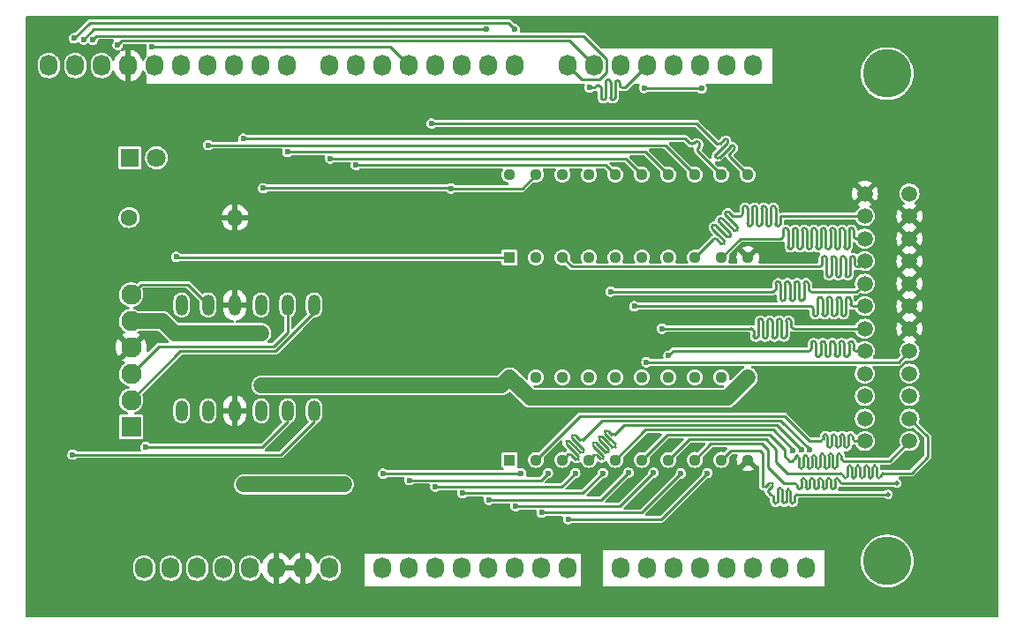
<source format=gbr>
%TF.GenerationSoftware,KiCad,Pcbnew,(6.0.0)*%
%TF.CreationDate,2022-01-18T23:45:24+00:00*%
%TF.ProjectId,AR488-Bluetooth,41523438-382d-4426-9c75-65746f6f7468,rev?*%
%TF.SameCoordinates,Original*%
%TF.FileFunction,Copper,L2,Bot*%
%TF.FilePolarity,Positive*%
%FSLAX46Y46*%
G04 Gerber Fmt 4.6, Leading zero omitted, Abs format (unit mm)*
G04 Created by KiCad (PCBNEW (6.0.0)) date 2022-01-18 23:45:24*
%MOMM*%
%LPD*%
G01*
G04 APERTURE LIST*
%TA.AperFunction,ComponentPad*%
%ADD10O,1.727200X2.032000*%
%TD*%
%TA.AperFunction,ComponentPad*%
%ADD11R,1.130000X1.130000*%
%TD*%
%TA.AperFunction,ComponentPad*%
%ADD12C,1.130000*%
%TD*%
%TA.AperFunction,ComponentPad*%
%ADD13O,1.200000X2.000000*%
%TD*%
%TA.AperFunction,ComponentPad*%
%ADD14C,1.600000*%
%TD*%
%TA.AperFunction,ComponentPad*%
%ADD15O,1.600000X1.600000*%
%TD*%
%TA.AperFunction,ComponentPad*%
%ADD16C,1.500000*%
%TD*%
%TA.AperFunction,ComponentPad*%
%ADD17C,4.650000*%
%TD*%
%TA.AperFunction,ComponentPad*%
%ADD18R,1.950000X1.950000*%
%TD*%
%TA.AperFunction,ComponentPad*%
%ADD19C,1.950000*%
%TD*%
%TA.AperFunction,ComponentPad*%
%ADD20R,1.800000X1.800000*%
%TD*%
%TA.AperFunction,ComponentPad*%
%ADD21C,1.800000*%
%TD*%
%TA.AperFunction,ViaPad*%
%ADD22C,0.600000*%
%TD*%
%TA.AperFunction,ViaPad*%
%ADD23C,0.508000*%
%TD*%
%TA.AperFunction,Conductor*%
%ADD24C,0.250000*%
%TD*%
%TA.AperFunction,Conductor*%
%ADD25C,1.500000*%
%TD*%
G04 APERTURE END LIST*
D10*
%TO.P,P2,1,Pin_1*%
%TO.N,unconnected-(P2-Pad1)*%
X131318000Y-119126000D03*
%TO.P,P2,2,Pin_2*%
%TO.N,/IOREF*%
X133858000Y-119126000D03*
%TO.P,P2,3,Pin_3*%
%TO.N,/Reset*%
X136398000Y-119126000D03*
%TO.P,P2,4,Pin_4*%
%TO.N,+3V3*%
X138938000Y-119126000D03*
%TO.P,P2,5,Pin_5*%
%TO.N,+5V*%
X141478000Y-119126000D03*
%TO.P,P2,6,Pin_6*%
%TO.N,GND*%
X144018000Y-119126000D03*
%TO.P,P2,7,Pin_7*%
X146558000Y-119126000D03*
%TO.P,P2,8,Pin_8*%
%TO.N,/Vin*%
X149098000Y-119126000D03*
%TD*%
%TO.P,P3,1,Pin_1*%
%TO.N,/A0*%
X154178000Y-119126000D03*
%TO.P,P3,2,Pin_2*%
%TO.N,/A1*%
X156718000Y-119126000D03*
%TO.P,P3,3,Pin_3*%
%TO.N,/A2*%
X159258000Y-119126000D03*
%TO.P,P3,4,Pin_4*%
%TO.N,/A3*%
X161798000Y-119126000D03*
%TO.P,P3,5,Pin_5*%
%TO.N,/A4*%
X164338000Y-119126000D03*
%TO.P,P3,6,Pin_6*%
%TO.N,/A5*%
X166878000Y-119126000D03*
%TO.P,P3,7,Pin_7*%
%TO.N,/A6*%
X169418000Y-119126000D03*
%TO.P,P3,8,Pin_8*%
%TO.N,/A7*%
X171958000Y-119126000D03*
%TD*%
%TO.P,P4,1,Pin_1*%
%TO.N,/A8*%
X177038000Y-119126000D03*
%TO.P,P4,2,Pin_2*%
%TO.N,/A9*%
X179578000Y-119126000D03*
%TO.P,P4,3,Pin_3*%
%TO.N,/A10*%
X182118000Y-119126000D03*
%TO.P,P4,4,Pin_4*%
%TO.N,/A11*%
X184658000Y-119126000D03*
%TO.P,P4,5,Pin_5*%
%TO.N,/A12*%
X187198000Y-119126000D03*
%TO.P,P4,6,Pin_6*%
%TO.N,/A13*%
X189738000Y-119126000D03*
%TO.P,P4,7,Pin_7*%
%TO.N,/A14*%
X192278000Y-119126000D03*
%TO.P,P4,8,Pin_8*%
%TO.N,/A15*%
X194818000Y-119126000D03*
%TD*%
%TO.P,P5,1,Pin_1*%
%TO.N,/SCL*%
X122174000Y-70866000D03*
%TO.P,P5,2,Pin_2*%
%TO.N,/SDA*%
X124714000Y-70866000D03*
%TO.P,P5,3,Pin_3*%
%TO.N,/AREF*%
X127254000Y-70866000D03*
%TO.P,P5,4,Pin_4*%
%TO.N,GND*%
X129794000Y-70866000D03*
%TO.P,P5,5,Pin_5*%
%TO.N,/13(\u002A\u002A)*%
X132334000Y-70866000D03*
%TO.P,P5,6,Pin_6*%
%TO.N,/12(\u002A\u002A)*%
X134874000Y-70866000D03*
%TO.P,P5,7,Pin_7*%
%TO.N,/11(\u002A\u002A)*%
X137414000Y-70866000D03*
%TO.P,P5,8,Pin_8*%
%TO.N,/10(\u002A\u002A)*%
X139954000Y-70866000D03*
%TO.P,P5,9,Pin_9*%
%TO.N,/9(\u002A\u002A)*%
X142494000Y-70866000D03*
%TO.P,P5,10,Pin_10*%
%TO.N,/8(\u002A\u002A)*%
X145034000Y-70866000D03*
%TD*%
%TO.P,P6,1,Pin_1*%
%TO.N,/7(\u002A\u002A)*%
X149098000Y-70866000D03*
%TO.P,P6,2,Pin_2*%
%TO.N,/6(\u002A\u002A)*%
X151638000Y-70866000D03*
%TO.P,P6,3,Pin_3*%
%TO.N,/5(\u002A\u002A)*%
X154178000Y-70866000D03*
%TO.P,P6,4,Pin_4*%
%TO.N,/4(\u002A\u002A)*%
X156718000Y-70866000D03*
%TO.P,P6,5,Pin_5*%
%TO.N,/3(\u002A\u002A)*%
X159258000Y-70866000D03*
%TO.P,P6,6,Pin_6*%
%TO.N,/2(\u002A\u002A)*%
X161798000Y-70866000D03*
%TO.P,P6,7,Pin_7*%
%TO.N,/1(Tx0)*%
X164338000Y-70866000D03*
%TO.P,P6,8,Pin_8*%
%TO.N,/0(Rx0)*%
X166878000Y-70866000D03*
%TD*%
%TO.P,P7,1,Pin_1*%
%TO.N,/14(Tx3)*%
X171958000Y-70866000D03*
%TO.P,P7,2,Pin_2*%
%TO.N,/15(Rx3)*%
X174498000Y-70866000D03*
%TO.P,P7,3,Pin_3*%
%TO.N,/16(Tx2)*%
X177038000Y-70866000D03*
%TO.P,P7,4,Pin_4*%
%TO.N,/17(Rx2)*%
X179578000Y-70866000D03*
%TO.P,P7,5,Pin_5*%
%TO.N,/18(Tx1)*%
X182118000Y-70866000D03*
%TO.P,P7,6,Pin_6*%
%TO.N,/19(Rx1)*%
X184658000Y-70866000D03*
%TO.P,P7,7,Pin_7*%
%TO.N,/20(SDA)*%
X187198000Y-70866000D03*
%TO.P,P7,8,Pin_8*%
%TO.N,/21(SCL)*%
X189738000Y-70866000D03*
%TD*%
D11*
%TO.P,U2,1,TE*%
%TO.N,/13(\u002A\u002A)*%
X166368000Y-89296800D03*
D12*
%TO.P,U2,2,REN_1*%
%TO.N,/GPIB17*%
X168908000Y-89296800D03*
%TO.P,U2,3,IFC_1*%
%TO.N,/GPIB9*%
X171448000Y-89296800D03*
%TO.P,U2,4,NDAC_1*%
%TO.N,/GPIB8*%
X173988000Y-89296800D03*
%TO.P,U2,5,NRFD_1*%
%TO.N,/GPIB7*%
X176528000Y-89296800D03*
%TO.P,U2,6,DAV_1*%
%TO.N,/GPIB6*%
X179068000Y-89296800D03*
%TO.P,U2,7,EOI_1*%
%TO.N,/GPIB5*%
X181608000Y-89296800D03*
%TO.P,U2,8,ATN_1*%
%TO.N,/GPIB11*%
X184148000Y-89296800D03*
%TO.P,U2,9,SRQ_1*%
%TO.N,/GPIB10*%
X186688000Y-89296800D03*
%TO.P,U2,10,GND*%
%TO.N,GND*%
X189228000Y-89296800D03*
%TO.P,U2,11,DC*%
%TO.N,Net-(JP1-Pad1)*%
X189228000Y-81356800D03*
%TO.P,U2,12,SRQ_2*%
%TO.N,/10(\u002A\u002A)*%
X186688000Y-81356800D03*
%TO.P,U2,13,ATN_2*%
%TO.N,/11(\u002A\u002A)*%
X184148000Y-81356800D03*
%TO.P,U2,14,EOI_2*%
%TO.N,/8(\u002A\u002A)*%
X181608000Y-81356800D03*
%TO.P,U2,15,DAV_2*%
%TO.N,/7(\u002A\u002A)*%
X179068000Y-81356800D03*
%TO.P,U2,16,NRFD_2*%
%TO.N,/6(\u002A\u002A)*%
X176528000Y-81356800D03*
%TO.P,U2,17,NDAC_2*%
%TO.N,/16(Tx2)*%
X173988000Y-81356800D03*
%TO.P,U2,18,IFC_2*%
%TO.N,/17(Rx2)*%
X171448000Y-81356800D03*
%TO.P,U2,19,REN_2*%
%TO.N,/9(\u002A\u002A)*%
X168908000Y-81356800D03*
%TO.P,U2,20,VCC*%
%TO.N,+5V*%
X166368000Y-81356800D03*
%TD*%
D11*
%TO.P,U1,1,TE*%
%TO.N,/13(\u002A\u002A)*%
X166368000Y-108736800D03*
D12*
%TO.P,U1,2,B1*%
%TO.N,/GPIB1*%
X168908000Y-108736800D03*
%TO.P,U1,3,B2*%
%TO.N,/GPIB2*%
X171448000Y-108736800D03*
%TO.P,U1,4,B3*%
%TO.N,/GPIB3*%
X173988000Y-108736800D03*
%TO.P,U1,5,B4*%
%TO.N,/GPIB4*%
X176528000Y-108736800D03*
%TO.P,U1,6,B5*%
%TO.N,/GPIB13*%
X179068000Y-108736800D03*
%TO.P,U1,7,B6*%
%TO.N,/GPIB14*%
X181608000Y-108736800D03*
%TO.P,U1,8,B7*%
%TO.N,/GPIB15*%
X184148000Y-108736800D03*
%TO.P,U1,9,B8*%
%TO.N,/GPIB16*%
X186688000Y-108736800D03*
%TO.P,U1,10,GND*%
%TO.N,GND*%
X189228000Y-108736800D03*
%TO.P,U1,11,~{PE}*%
%TO.N,+5V*%
X189228000Y-100796800D03*
%TO.P,U1,12,D8*%
%TO.N,/A7*%
X186688000Y-100796800D03*
%TO.P,U1,13,D7*%
%TO.N,/A6*%
X184148000Y-100796800D03*
%TO.P,U1,14,D6*%
%TO.N,/A5*%
X181608000Y-100796800D03*
%TO.P,U1,15,D5*%
%TO.N,/A4*%
X179068000Y-100796800D03*
%TO.P,U1,16,D4*%
%TO.N,/A3*%
X176528000Y-100796800D03*
%TO.P,U1,17,D3*%
%TO.N,/A2*%
X173988000Y-100796800D03*
%TO.P,U1,18,D2*%
%TO.N,/A1*%
X171448000Y-100796800D03*
%TO.P,U1,19,D1*%
%TO.N,/A0*%
X168908000Y-100796800D03*
%TO.P,U1,20,VCC*%
%TO.N,+5V*%
X166368000Y-100796800D03*
%TD*%
D13*
%TO.P,U3,1,LV1*%
%TO.N,/RXD*%
X147624800Y-93853000D03*
%TO.P,U3,2,LV2*%
%TO.N,/TXD*%
X145084800Y-93853000D03*
%TO.P,U3,3,LV*%
%TO.N,+3V3*%
X142544800Y-93853000D03*
%TO.P,U3,4,LGND*%
%TO.N,GND*%
X140004800Y-93853000D03*
%TO.P,U3,5,LV3*%
%TO.N,/EN*%
X137464800Y-93853000D03*
%TO.P,U3,6,LV4*%
%TO.N,unconnected-(U3-Pad6)*%
X134924800Y-93853000D03*
%TO.P,U3,7,HV4*%
%TO.N,unconnected-(U3-Pad7)*%
X134924800Y-104013000D03*
%TO.P,U3,8,HV3*%
%TO.N,/12(\u002A\u002A)*%
X137464800Y-104013000D03*
%TO.P,U3,9,HGND*%
%TO.N,GND*%
X140004800Y-104013000D03*
%TO.P,U3,10,HV*%
%TO.N,+5V*%
X142544800Y-104013000D03*
%TO.P,U3,11,HV2*%
%TO.N,Net-(JP4-Pad2)*%
X145084800Y-104013000D03*
%TO.P,U3,12,HV1*%
%TO.N,Net-(JP3-Pad2)*%
X147624800Y-104013000D03*
%TD*%
D14*
%TO.P,R1,1*%
%TO.N,Net-(D1-Pad1)*%
X129870200Y-85471000D03*
D15*
%TO.P,R1,2*%
%TO.N,GND*%
X140030200Y-85471000D03*
%TD*%
D16*
%TO.P,J1,1,GPIB1*%
%TO.N,/GPIB1*%
X200436800Y-106926800D03*
%TO.P,J1,2,GPIB2*%
%TO.N,/GPIB2*%
X200436800Y-104766800D03*
%TO.P,J1,3,GPIB3*%
%TO.N,/GPIB3*%
X200436800Y-102606800D03*
%TO.P,J1,4,GPIB4*%
%TO.N,/GPIB4*%
X200436800Y-100446800D03*
%TO.P,J1,5,GPIB5*%
%TO.N,/GPIB5*%
X200436800Y-98286800D03*
%TO.P,J1,6,GPIB6*%
%TO.N,/GPIB6*%
X200436800Y-96126800D03*
%TO.P,J1,7,GPIB7*%
%TO.N,/GPIB7*%
X200436800Y-93966800D03*
%TO.P,J1,8,GPIB8*%
%TO.N,/GPIB8*%
X200436800Y-91806800D03*
%TO.P,J1,9,GPIB9*%
%TO.N,/GPIB9*%
X200436800Y-89646800D03*
%TO.P,J1,10,GPIB10*%
%TO.N,/GPIB10*%
X200436800Y-87486800D03*
%TO.P,J1,11,GPIB11*%
%TO.N,/GPIB11*%
X200436800Y-85326800D03*
%TO.P,J1,12,GPIB12*%
%TO.N,GND*%
X200436800Y-83166800D03*
%TO.P,J1,13,GPIB13*%
%TO.N,/GPIB13*%
X204726800Y-106926800D03*
%TO.P,J1,14,GPIB14*%
%TO.N,/GPIB14*%
X204726800Y-104766800D03*
%TO.P,J1,15,GPIB15*%
%TO.N,/GPIB15*%
X204726800Y-102606800D03*
%TO.P,J1,16,GPIB16*%
%TO.N,/GPIB16*%
X204726800Y-100446800D03*
%TO.P,J1,17,GPIB17*%
%TO.N,/GPIB17*%
X204726800Y-98286800D03*
%TO.P,J1,18,GPIB18*%
%TO.N,GND*%
X204726800Y-96126800D03*
%TO.P,J1,19,GPIB19*%
X204726800Y-93966800D03*
%TO.P,J1,20,GPIB20*%
X204726800Y-91806800D03*
%TO.P,J1,21,GPIB21*%
X204726800Y-89646800D03*
%TO.P,J1,22,GPIB22*%
X204726800Y-87486800D03*
%TO.P,J1,23,GPIB23*%
X204726800Y-85326800D03*
%TO.P,J1,24,GPIB24*%
%TO.N,/GPIB24*%
X204726800Y-83166800D03*
D17*
%TO.P,J1,MH1,MH1*%
%TO.N,unconnected-(J1-PadMH1)*%
X202581800Y-118446800D03*
%TO.P,J1,MH2,MH2*%
%TO.N,unconnected-(J1-PadMH2)*%
X202581800Y-71646800D03*
%TD*%
D18*
%TO.P,J3,1,Pin_1*%
%TO.N,/STATE*%
X130073400Y-105562400D03*
D19*
%TO.P,J3,2,Pin_2*%
%TO.N,/RXD*%
X130073400Y-103022400D03*
%TO.P,J3,3,Pin_3*%
%TO.N,/TXD*%
X130073400Y-100482400D03*
%TO.P,J3,4,Pin_4*%
%TO.N,GND*%
X130073400Y-97942400D03*
%TO.P,J3,5,Pin_5*%
%TO.N,+5V*%
X130073400Y-95402400D03*
%TO.P,J3,6,Pin_6*%
%TO.N,/EN*%
X130073400Y-92862400D03*
%TD*%
D20*
%TO.P,D1,1,K*%
%TO.N,Net-(D1-Pad1)*%
X129970200Y-79730600D03*
D21*
%TO.P,D1,2,A*%
%TO.N,/4(\u002A\u002A)*%
X132510200Y-79730600D03*
%TD*%
D22*
%TO.N,/10(\u002A\u002A)*%
X140828100Y-77886900D03*
%TO.N,GND*%
X143306800Y-81762600D03*
X202844400Y-112903000D03*
X168554400Y-109956600D03*
X148412200Y-80441800D03*
X172974000Y-110921800D03*
X144424400Y-79806800D03*
X161315400Y-81788000D03*
X167843200Y-67132200D03*
X157403800Y-111404400D03*
X151892000Y-110667800D03*
X203835000Y-111988600D03*
X172770800Y-115112800D03*
X150926800Y-81026000D03*
X141655800Y-95173800D03*
X175514000Y-110921800D03*
X167690800Y-113893600D03*
X144145000Y-100050600D03*
X127406400Y-68859400D03*
X159994600Y-112014000D03*
X182956200Y-110972600D03*
X149174200Y-112522000D03*
X165125400Y-113309400D03*
X170815000Y-110540800D03*
X177546000Y-94742000D03*
X141046200Y-100355400D03*
X139471400Y-110363000D03*
X204520800Y-110972600D03*
X177901600Y-110921800D03*
X135102600Y-88544400D03*
X140030200Y-77546200D03*
X170154600Y-114503200D03*
X180340000Y-110947200D03*
X180594000Y-98450400D03*
X157835600Y-75946000D03*
X175412400Y-93268800D03*
X149098000Y-109651800D03*
X172745400Y-73075800D03*
X138226800Y-77673200D03*
X141020800Y-109550200D03*
X124079000Y-67259200D03*
X151561800Y-112217200D03*
X179984400Y-96748600D03*
X162610800Y-112674400D03*
X154813000Y-110769400D03*
X185547000Y-110972600D03*
%TO.N,+5V*%
X142570200Y-96545400D03*
X142576800Y-101581200D03*
%TO.N,/A0*%
X167487600Y-110007400D03*
X154228800Y-110058200D03*
%TO.N,/A1*%
X170053000Y-110007400D03*
X156794200Y-110682700D03*
%TO.N,/A2*%
X159258000Y-111307200D03*
X172669200Y-110007400D03*
%TO.N,/A3*%
X175336200Y-110007400D03*
X161874200Y-111931700D03*
%TO.N,/A4*%
X177774600Y-109956600D03*
X164388800Y-112556200D03*
%TO.N,/A5*%
X166954200Y-113180700D03*
X180187600Y-109956600D03*
%TO.N,/A6*%
X169443400Y-113805200D03*
X182803800Y-110032800D03*
%TO.N,/A7*%
X185343800Y-110007400D03*
X171983400Y-114429700D03*
%TO.N,/13(\u002A\u002A)*%
X134391400Y-89230200D03*
%TO.N,/11(\u002A\u002A)*%
X137464800Y-78511400D03*
%TO.N,/9(\u002A\u002A)*%
X160731200Y-82677000D03*
X142748000Y-82651600D03*
%TO.N,/8(\u002A\u002A)*%
X145059400Y-79171800D03*
%TO.N,/7(\u002A\u002A)*%
X149174200Y-79806800D03*
%TO.N,/6(\u002A\u002A)*%
X151638000Y-80416400D03*
%TO.N,/4(\u002A\u002A)*%
X132054600Y-69088000D03*
%TO.N,/GPIB2*%
X195144203Y-107797642D03*
%TO.N,/GPIB3*%
X194344701Y-107797301D03*
%TO.N,/GPIB4*%
X193545612Y-107823000D03*
%TO.N,/GPIB5*%
X181610000Y-98736811D03*
%TO.N,/GPIB6*%
X180983500Y-96139000D03*
%TO.N,/GPIB7*%
X178333400Y-93980000D03*
%TO.N,+3V3*%
X150495000Y-111099600D03*
X140877280Y-111099600D03*
%TO.N,/1(Tx0)*%
X164109400Y-67389469D03*
X125537854Y-68367869D03*
%TO.N,/0(Rx0)*%
X166878000Y-67389469D03*
X124620409Y-68243759D03*
%TO.N,/14(Tx3)*%
X126365000Y-68402200D03*
%TO.N,/15(Rx3)*%
X128778000Y-68884800D03*
%TO.N,/16(Tx2)*%
X179273200Y-73025000D03*
X184785000Y-73075800D03*
%TO.N,/17(Rx2)*%
X174031011Y-72989811D03*
%TO.N,/GPIB8*%
X176055183Y-92582576D03*
D23*
%TO.N,/GPIB15*%
X203504800Y-110972600D03*
%TO.N,/GPIB16*%
X202666600Y-112039400D03*
D22*
%TO.N,/GPIB17*%
X179505289Y-99361311D03*
%TO.N,Net-(JP1-Pad1)*%
X158867211Y-76438389D03*
%TO.N,Net-(JP3-Pad2)*%
X124460000Y-108229400D03*
%TO.N,Net-(JP4-Pad2)*%
X131470400Y-107492800D03*
%TD*%
D24*
%TO.N,/GPIB1*%
X173143431Y-104501369D02*
X168908000Y-108736800D01*
X195156554Y-106926800D02*
X192731123Y-104501369D01*
X196455400Y-106480021D02*
X196455400Y-106725600D01*
X196857800Y-107373579D02*
X196857800Y-106926800D01*
X197260200Y-106926800D02*
X197260200Y-107373579D01*
X197260200Y-106480021D02*
X197260200Y-106926800D01*
X197662600Y-107373579D02*
X197662600Y-106926800D01*
X198065000Y-106926800D02*
X198065000Y-107373579D01*
X198467400Y-106926800D02*
X198467400Y-106480021D01*
X198869800Y-106725600D02*
X198869800Y-107373579D01*
X199272200Y-106725600D02*
X199272200Y-106480021D01*
X200436800Y-106926800D02*
X199473400Y-106926800D01*
X196254200Y-106926800D02*
G75*
G03*
X196455400Y-106725600I0J201200D01*
G01*
X196455400Y-106480021D02*
G75*
G02*
X196656600Y-106278821I201200J0D01*
G01*
X198065000Y-106480021D02*
X198065000Y-106926800D01*
X196656600Y-106278821D02*
G75*
G02*
X196857800Y-106480021I0J-201200D01*
G01*
X196857800Y-107373579D02*
G75*
G03*
X197059000Y-107574779I201200J0D01*
G01*
X196254200Y-106926800D02*
X195156554Y-106926800D01*
X197059000Y-107574779D02*
G75*
G03*
X197260200Y-107373579I0J201200D01*
G01*
X197260200Y-106480021D02*
G75*
G02*
X197461400Y-106278821I201200J0D01*
G01*
X198869800Y-106480021D02*
X198869800Y-106725600D01*
X197461400Y-106278821D02*
G75*
G02*
X197662600Y-106480021I0J-201200D01*
G01*
X197662600Y-106926800D02*
X197662600Y-106480021D01*
X197662600Y-107373579D02*
G75*
G03*
X197863800Y-107574779I201200J0D01*
G01*
X197863800Y-107574779D02*
G75*
G03*
X198065000Y-107373579I0J201200D01*
G01*
X198467400Y-107373579D02*
X198467400Y-106926800D01*
X192731123Y-104501369D02*
X173143431Y-104501369D01*
X198266200Y-106278821D02*
G75*
G02*
X198467400Y-106480021I0J-201200D01*
G01*
X198467400Y-107373579D02*
G75*
G03*
X198668600Y-107574779I201200J0D01*
G01*
X198869800Y-106480021D02*
G75*
G02*
X199071000Y-106278821I201200J0D01*
G01*
X199071000Y-106278821D02*
G75*
G02*
X199272200Y-106480021I0J-201200D01*
G01*
X199272200Y-106725600D02*
G75*
G03*
X199473400Y-106926800I201200J0D01*
G01*
X198668600Y-107574779D02*
G75*
G03*
X198869800Y-107373579I0J201200D01*
G01*
X198065000Y-106480021D02*
G75*
G02*
X198266200Y-106278821I201200J0D01*
G01*
X196857800Y-106926800D02*
X196857800Y-106480021D01*
%TO.N,/10(\u002A\u002A)*%
X183218100Y-77886900D02*
X140828100Y-77886900D01*
X184125034Y-78254171D02*
X184067334Y-78311870D01*
X184491599Y-78736135D02*
X184491600Y-78736135D01*
X186688000Y-81356800D02*
X184491600Y-79160400D01*
X183643070Y-78311870D02*
X183643071Y-78311871D01*
X183643071Y-78311869D02*
G75*
G03*
X184067333Y-78311869I212131J212131D01*
G01*
X184125035Y-78254171D02*
G75*
G02*
X184549298Y-78254172I212131J-212131D01*
G01*
X184125034Y-78254170D02*
X184125034Y-78254171D01*
X184549298Y-78254172D02*
G75*
G02*
X184549298Y-78678434I-212131J-212131D01*
G01*
X184491600Y-78736136D02*
G75*
G03*
X184491601Y-79160399I212131J-212131D01*
G01*
X183643071Y-78311871D02*
X183218100Y-77886900D01*
X184491600Y-78736135D02*
X184549299Y-78678435D01*
D25*
%TO.N,+5V*%
X166368000Y-100796800D02*
X168351200Y-102780000D01*
X168351200Y-102780000D02*
X187244800Y-102780000D01*
X187244800Y-102780000D02*
X189228000Y-100796800D01*
X142576800Y-101581200D02*
X165583600Y-101581200D01*
X165583600Y-101581200D02*
X166368000Y-100796800D01*
X133096000Y-95402400D02*
X130073400Y-95402400D01*
X142570200Y-96545400D02*
X134239000Y-96545400D01*
X134239000Y-96545400D02*
X133096000Y-95402400D01*
D24*
%TO.N,/A0*%
X167436800Y-110058200D02*
X167487600Y-110007400D01*
X154228800Y-110058200D02*
X167436800Y-110058200D01*
%TO.N,/A1*%
X169377700Y-110682700D02*
X170053000Y-110007400D01*
X156794200Y-110682700D02*
X169377700Y-110682700D01*
%TO.N,/A2*%
X159258000Y-111307200D02*
X171369400Y-111307200D01*
X171369400Y-111307200D02*
X172669200Y-110007400D01*
%TO.N,/A3*%
X173411900Y-111931700D02*
X175336200Y-110007400D01*
X161874200Y-111931700D02*
X173411900Y-111931700D01*
%TO.N,/A4*%
X164388800Y-112556200D02*
X175175000Y-112556200D01*
X175175000Y-112556200D02*
X177774600Y-109956600D01*
%TO.N,/A5*%
X176963500Y-113180700D02*
X180187600Y-109956600D01*
X166954200Y-113180700D02*
X176963500Y-113180700D01*
%TO.N,/A6*%
X169443400Y-113805200D02*
X179031400Y-113805200D01*
X179031400Y-113805200D02*
X182803800Y-110032800D01*
%TO.N,/A7*%
X171983400Y-114429700D02*
X180921500Y-114429700D01*
X180921500Y-114429700D02*
X185343800Y-110007400D01*
%TO.N,/13(\u002A\u002A)*%
X134458000Y-89296800D02*
X134391400Y-89230200D01*
X166368000Y-89296800D02*
X134458000Y-89296800D01*
%TO.N,/11(\u002A\u002A)*%
X181302600Y-78511400D02*
X137464800Y-78511400D01*
X184148000Y-81356800D02*
X181302600Y-78511400D01*
%TO.N,/9(\u002A\u002A)*%
X160690889Y-82636689D02*
X142762911Y-82636689D01*
X160731200Y-82677000D02*
X167587800Y-82677000D01*
X142762911Y-82636689D02*
X142748000Y-82651600D01*
X167587800Y-82677000D02*
X168908000Y-81356800D01*
X160731200Y-82677000D02*
X160690889Y-82636689D01*
%TO.N,/8(\u002A\u002A)*%
X179423000Y-79171800D02*
X145059400Y-79171800D01*
X181608000Y-81356800D02*
X179423000Y-79171800D01*
%TO.N,/7(\u002A\u002A)*%
X177503089Y-79791889D02*
X149189111Y-79791889D01*
X149189111Y-79791889D02*
X149174200Y-79806800D01*
X179068000Y-81356800D02*
X177503089Y-79791889D01*
%TO.N,/6(\u002A\u002A)*%
X175587600Y-80416400D02*
X151638000Y-80416400D01*
X176528000Y-81356800D02*
X175587600Y-80416400D01*
%TO.N,/4(\u002A\u002A)*%
X132054600Y-69088000D02*
X154940000Y-69088000D01*
X154940000Y-69088000D02*
X156718000Y-70866000D01*
%TO.N,/GPIB2*%
X173379401Y-106805401D02*
X173379402Y-106805401D01*
X172389786Y-106384868D02*
X172389787Y-106384867D01*
X172946312Y-108364094D02*
X172525777Y-107943559D01*
X195144203Y-107713610D02*
X195144203Y-107797642D01*
X172105247Y-106953947D02*
X172668051Y-107516751D01*
X174384338Y-105800462D02*
X175233911Y-104950889D01*
X172952589Y-107232209D02*
X172389787Y-106669407D01*
X171820706Y-106953948D02*
X171820707Y-106953947D01*
X172241238Y-108228100D02*
X172241239Y-108228100D01*
X172668051Y-107516751D02*
X173160143Y-108008843D01*
X172525777Y-107943559D02*
X171820707Y-107238487D01*
X175233911Y-104950889D02*
X192381482Y-104950889D01*
X173444683Y-107724303D02*
X172952589Y-107232209D01*
X172674327Y-106384867D02*
X173094862Y-106805402D01*
X172241239Y-108228100D02*
X172661773Y-108648634D01*
X171448000Y-108736800D02*
X171956700Y-108228100D01*
X172946312Y-108648633D02*
X172946312Y-108648634D01*
X192381482Y-104950889D02*
X195144203Y-107713610D01*
X173379402Y-106805401D02*
X174384338Y-105800462D01*
X172241238Y-108228100D02*
G75*
G03*
X171956700Y-108228100I-142269J-142268D01*
G01*
X173444682Y-108008842D02*
G75*
G02*
X173160144Y-108008842I-142269J142270D01*
G01*
X173444682Y-107724304D02*
G75*
G02*
X173444682Y-108008842I-142270J-142269D01*
G01*
X172389787Y-106384869D02*
G75*
G03*
X172389788Y-106669406I142274J-142268D01*
G01*
X172105246Y-106953948D02*
G75*
G03*
X171820708Y-106953948I-142269J-142270D01*
G01*
X171820707Y-106953949D02*
G75*
G03*
X171820708Y-107238486I142274J-142268D01*
G01*
X172946311Y-108364095D02*
G75*
G02*
X172946311Y-108648633I-142270J-142269D01*
G01*
X172674326Y-106384868D02*
G75*
G03*
X172389788Y-106384868I-142269J-142270D01*
G01*
X172946311Y-108648632D02*
G75*
G02*
X172661774Y-108648633I-142269J142270D01*
G01*
X173379400Y-106805400D02*
G75*
G02*
X173094863Y-106805401I-142269J142273D01*
G01*
%TO.N,/GPIB3*%
X176437682Y-106287121D02*
X176437680Y-106287122D01*
X175157252Y-107567551D02*
X175157250Y-107567550D01*
X173988000Y-108736800D02*
X174445900Y-108278900D01*
X174398072Y-107092912D02*
X174398072Y-107092911D01*
X176485508Y-107473108D02*
X176485508Y-107473109D01*
X175014977Y-107994359D02*
X174398071Y-107377451D01*
X175536232Y-105954752D02*
X175536232Y-105954751D01*
X175251692Y-106523831D02*
X175726332Y-106998471D01*
X176485508Y-107188569D02*
X176010868Y-106713929D01*
X192006214Y-105400409D02*
X194344701Y-107738896D01*
X176437680Y-106287122D02*
X177324391Y-105400409D01*
X177324391Y-105400409D02*
X192006214Y-105400409D01*
X174682612Y-107092911D02*
X175157252Y-107567551D01*
X175347348Y-108611269D02*
X175347347Y-108611269D01*
X175441789Y-107283009D02*
X174967151Y-106808371D01*
X175347347Y-108326729D02*
X175014977Y-107994359D01*
X174967152Y-106523832D02*
X174967152Y-106523831D01*
X175726330Y-106998470D02*
X176200969Y-107473109D01*
X194344701Y-107738896D02*
X194344701Y-107797301D01*
X175726332Y-106998471D02*
X175726330Y-106998470D01*
X175157250Y-107567550D02*
X175561178Y-107971478D01*
X174730439Y-108278900D02*
X175062808Y-108611269D01*
X175845718Y-107686938D02*
X175441789Y-107283009D01*
X176010868Y-106713929D02*
X176010870Y-106713930D01*
X176010870Y-106713930D02*
X175536231Y-106239291D01*
X174730438Y-108278900D02*
X174730439Y-108278900D01*
X175820772Y-105954751D02*
X176153142Y-106287121D01*
X176485507Y-107473107D02*
G75*
G02*
X176200970Y-107473108I-142269J142270D01*
G01*
X174730438Y-108278900D02*
G75*
G03*
X174445900Y-108278900I-142269J-142268D01*
G01*
X174398073Y-107092913D02*
G75*
G03*
X174398072Y-107377450I142273J-142269D01*
G01*
X174682611Y-107092912D02*
G75*
G03*
X174398073Y-107092912I-142269J-142270D01*
G01*
X175820771Y-105954752D02*
G75*
G03*
X175536233Y-105954752I-142269J-142270D01*
G01*
X175845717Y-107971477D02*
G75*
G02*
X175561179Y-107971477I-142269J142270D01*
G01*
X175536233Y-105954753D02*
G75*
G03*
X175536232Y-106239290I142273J-142269D01*
G01*
X174967153Y-106523833D02*
G75*
G03*
X174967152Y-106808370I142273J-142269D01*
G01*
X175251691Y-106523832D02*
G75*
G03*
X174967153Y-106523832I-142269J-142270D01*
G01*
X175845717Y-107686939D02*
G75*
G02*
X175845717Y-107971477I-142270J-142269D01*
G01*
X175347346Y-108326730D02*
G75*
G02*
X175347346Y-108611268I-142270J-142269D01*
G01*
X175347347Y-108611268D02*
G75*
G02*
X175062809Y-108611268I-142269J142270D01*
G01*
X176437681Y-106287120D02*
G75*
G02*
X176153143Y-106287120I-142269J142270D01*
G01*
X176485507Y-107188570D02*
G75*
G02*
X176485507Y-107473108I-142270J-142269D01*
G01*
%TO.N,/GPIB4*%
X193545612Y-107739310D02*
X193545612Y-107823000D01*
X191656231Y-105849929D02*
X193545612Y-107739310D01*
X179414871Y-105849929D02*
X191656231Y-105849929D01*
X176528000Y-108736800D02*
X179414871Y-105849929D01*
%TO.N,/GPIB5*%
X195757000Y-98612367D02*
X195757000Y-98286800D01*
X198007000Y-97561233D02*
X198007000Y-98286800D01*
X192835226Y-98286800D02*
X182060011Y-98286800D01*
X196657000Y-98612367D02*
X196657000Y-98286800D01*
X195757000Y-98286800D02*
X195757000Y-97561233D01*
X196657000Y-98286800D02*
X196657000Y-97561233D01*
X197557000Y-98286800D02*
X197557000Y-97561233D01*
X197107000Y-98286800D02*
X197107000Y-98612367D01*
X198907000Y-98061800D02*
X198907000Y-98612367D01*
X195307000Y-97561233D02*
X195307000Y-98061800D01*
X199357000Y-98061800D02*
X199357000Y-97561233D01*
X197557000Y-98612367D02*
X197557000Y-98286800D01*
X197107000Y-97561233D02*
X197107000Y-98286800D01*
X198907000Y-97561233D02*
X198907000Y-98061800D01*
X198457000Y-98612367D02*
X198457000Y-98286800D01*
X195082000Y-98286800D02*
X192835226Y-98286800D01*
X196207000Y-97561233D02*
X196207000Y-98286800D01*
X182060011Y-98286800D02*
X181610000Y-98736811D01*
X200436800Y-98286800D02*
X199582000Y-98286800D01*
X198007000Y-98286800D02*
X198007000Y-98612367D01*
X198457000Y-98286800D02*
X198457000Y-97561233D01*
X196207000Y-98286800D02*
X196207000Y-98612367D01*
X196882000Y-98837367D02*
G75*
G03*
X197107000Y-98612367I0J225000D01*
G01*
X198232000Y-97336233D02*
G75*
G02*
X198457000Y-97561233I0J-225000D01*
G01*
X199357000Y-98061800D02*
G75*
G03*
X199582000Y-98286800I225000J0D01*
G01*
X196657000Y-98612367D02*
G75*
G03*
X196882000Y-98837367I225000J0D01*
G01*
X198907000Y-97561233D02*
G75*
G02*
X199132000Y-97336233I225000J0D01*
G01*
X195082000Y-98286800D02*
G75*
G03*
X195307000Y-98061800I0J225000D01*
G01*
X199132000Y-97336233D02*
G75*
G02*
X199357000Y-97561233I0J-225000D01*
G01*
X197107000Y-97561233D02*
G75*
G02*
X197332000Y-97336233I225000J0D01*
G01*
X195307000Y-97561233D02*
G75*
G02*
X195532000Y-97336233I225000J0D01*
G01*
X195757000Y-98612367D02*
G75*
G03*
X195982000Y-98837367I225000J0D01*
G01*
X197557000Y-98612367D02*
G75*
G03*
X197782000Y-98837367I225000J0D01*
G01*
X195982000Y-98837367D02*
G75*
G03*
X196207000Y-98612367I0J225000D01*
G01*
X196207000Y-97561233D02*
G75*
G02*
X196432000Y-97336233I225000J0D01*
G01*
X196432000Y-97336233D02*
G75*
G02*
X196657000Y-97561233I0J-225000D01*
G01*
X198007000Y-97561233D02*
G75*
G02*
X198232000Y-97336233I225000J0D01*
G01*
X197782000Y-98837367D02*
G75*
G03*
X198007000Y-98612367I0J225000D01*
G01*
X197332000Y-97336233D02*
G75*
G02*
X197557000Y-97561233I0J-225000D01*
G01*
X195532000Y-97336233D02*
G75*
G02*
X195757000Y-97561233I0J-225000D01*
G01*
X198682000Y-98837367D02*
G75*
G03*
X198907000Y-98612367I0J225000D01*
G01*
X198457000Y-98612367D02*
G75*
G03*
X198682000Y-98837367I225000J0D01*
G01*
%TO.N,/GPIB6*%
X192011600Y-95409480D02*
X192011600Y-96126800D01*
X191561600Y-96844120D02*
X191561600Y-96126800D01*
X190661600Y-96126800D02*
X190661600Y-95409480D01*
X189761600Y-96844120D02*
X189761600Y-96351800D01*
X191111600Y-96126800D02*
X191111600Y-96844120D01*
X191111600Y-95409480D02*
X191111600Y-96126800D01*
X192461600Y-96844120D02*
X192461600Y-96126800D01*
X200436800Y-96126800D02*
X193586600Y-96126800D01*
X190211600Y-96126800D02*
X190211600Y-96844120D01*
X192911600Y-95901800D02*
X192911600Y-96844120D01*
X193361600Y-95901800D02*
X193361600Y-95409480D01*
X192011600Y-96126800D02*
X192011600Y-96844120D01*
X190661600Y-96844120D02*
X190661600Y-96126800D01*
X192911600Y-95409480D02*
X192911600Y-95901800D01*
X186473621Y-96126800D02*
X180995700Y-96126800D01*
X192461600Y-96126800D02*
X192461600Y-95409480D01*
X190211600Y-95409480D02*
X190211600Y-96126800D01*
X180995700Y-96126800D02*
X180983500Y-96139000D01*
X189536600Y-96126800D02*
X186473621Y-96126800D01*
X191561600Y-96126800D02*
X191561600Y-95409480D01*
X190661600Y-96844120D02*
G75*
G03*
X190886600Y-97069120I225000J0D01*
G01*
X189761600Y-96844120D02*
G75*
G03*
X189986600Y-97069120I225000J0D01*
G01*
X191561600Y-96844120D02*
G75*
G03*
X191786600Y-97069120I225000J0D01*
G01*
X191336600Y-95184480D02*
G75*
G02*
X191561600Y-95409480I0J-225000D01*
G01*
X192011600Y-95409480D02*
G75*
G02*
X192236600Y-95184480I225000J0D01*
G01*
X189986600Y-97069120D02*
G75*
G03*
X190211600Y-96844120I0J225000D01*
G01*
X190886600Y-97069120D02*
G75*
G03*
X191111600Y-96844120I0J225000D01*
G01*
X192236600Y-95184480D02*
G75*
G02*
X192461600Y-95409480I0J-225000D01*
G01*
X190436600Y-95184480D02*
G75*
G02*
X190661600Y-95409480I0J-225000D01*
G01*
X192686600Y-97069120D02*
G75*
G03*
X192911600Y-96844120I0J225000D01*
G01*
X193361600Y-95901800D02*
G75*
G03*
X193586600Y-96126800I225000J0D01*
G01*
X193136600Y-95184480D02*
G75*
G02*
X193361600Y-95409480I0J-225000D01*
G01*
X191111600Y-95409480D02*
G75*
G02*
X191336600Y-95184480I225000J0D01*
G01*
X192911600Y-95409480D02*
G75*
G02*
X193136600Y-95184480I225000J0D01*
G01*
X191786600Y-97069120D02*
G75*
G03*
X192011600Y-96844120I0J225000D01*
G01*
X190211600Y-95409480D02*
G75*
G02*
X190436600Y-95184480I225000J0D01*
G01*
X192461600Y-96844120D02*
G75*
G03*
X192686600Y-97069120I225000J0D01*
G01*
X189536600Y-96126800D02*
G75*
G02*
X189761600Y-96351800I0J-225000D01*
G01*
%TO.N,/GPIB7*%
X198626600Y-93741800D02*
X198626600Y-94706251D01*
X195926600Y-93966800D02*
X195926600Y-94706251D01*
X197726600Y-93327349D02*
X197726600Y-93966800D01*
X197276600Y-94706251D02*
X197276600Y-93966800D01*
X197276600Y-93966800D02*
X197276600Y-93327349D01*
X196376600Y-93966800D02*
X196376600Y-93327349D01*
X198176600Y-93966800D02*
X198176600Y-93327349D01*
X195926600Y-93327349D02*
X195926600Y-93966800D01*
X199076600Y-93741800D02*
X199076600Y-93327349D01*
X196376600Y-94706251D02*
X196376600Y-93966800D01*
X193388387Y-93966800D02*
X178346600Y-93966800D01*
X178346600Y-93966800D02*
X178333400Y-93980000D01*
X198626600Y-93327349D02*
X198626600Y-93741800D01*
X200436800Y-93966800D02*
X199301600Y-93966800D01*
X195476600Y-94706251D02*
X195476600Y-94191800D01*
X195251600Y-93966800D02*
X193388387Y-93966800D01*
X197726600Y-93966800D02*
X197726600Y-94706251D01*
X198176600Y-94706251D02*
X198176600Y-93966800D01*
X196826600Y-93966800D02*
X196826600Y-94706251D01*
X196826600Y-93327349D02*
X196826600Y-93966800D01*
X197276600Y-94706251D02*
G75*
G03*
X197501600Y-94931251I225000J0D01*
G01*
X195701600Y-94931251D02*
G75*
G03*
X195926600Y-94706251I0J225000D01*
G01*
X197951600Y-93102349D02*
G75*
G02*
X198176600Y-93327349I0J-225000D01*
G01*
X196601600Y-94931251D02*
G75*
G03*
X196826600Y-94706251I0J225000D01*
G01*
X198176600Y-94706251D02*
G75*
G03*
X198401600Y-94931251I225000J0D01*
G01*
X199076600Y-93741800D02*
G75*
G03*
X199301600Y-93966800I225000J0D01*
G01*
X198401600Y-94931251D02*
G75*
G03*
X198626600Y-94706251I0J225000D01*
G01*
X195926600Y-93327349D02*
G75*
G02*
X196151600Y-93102349I225000J0D01*
G01*
X195251600Y-93966800D02*
G75*
G02*
X195476600Y-94191800I0J-225000D01*
G01*
X195476600Y-94706251D02*
G75*
G03*
X195701600Y-94931251I225000J0D01*
G01*
X196151600Y-93102349D02*
G75*
G02*
X196376600Y-93327349I0J-225000D01*
G01*
X196826600Y-93327349D02*
G75*
G02*
X197051600Y-93102349I225000J0D01*
G01*
X197051600Y-93102349D02*
G75*
G02*
X197276600Y-93327349I0J-225000D01*
G01*
X198626600Y-93327349D02*
G75*
G02*
X198851600Y-93102349I225000J0D01*
G01*
X198851600Y-93102349D02*
G75*
G02*
X199076600Y-93327349I0J-225000D01*
G01*
X196376600Y-94706251D02*
G75*
G03*
X196601600Y-94931251I225000J0D01*
G01*
X197726600Y-93327349D02*
G75*
G02*
X197951600Y-93102349I225000J0D01*
G01*
X197501600Y-94931251D02*
G75*
G03*
X197726600Y-94706251I0J225000D01*
G01*
D25*
%TO.N,+3V3*%
X140877280Y-111099600D02*
X150495000Y-111099600D01*
D24*
%TO.N,/1(Tx0)*%
X125537854Y-68367869D02*
X125537854Y-68346153D01*
X125537854Y-68346153D02*
X126494538Y-67389469D01*
X126494538Y-67389469D02*
X164109400Y-67389469D01*
%TO.N,/0(Rx0)*%
X126099210Y-66764958D02*
X166253489Y-66764958D01*
X166253489Y-66764958D02*
X166878000Y-67389469D01*
X124620409Y-68243759D02*
X126099210Y-66764958D01*
%TO.N,/14(Tx3)*%
X173478624Y-68013969D02*
X175691800Y-70227145D01*
X173304200Y-72212200D02*
X171958000Y-70866000D01*
X126753231Y-68013969D02*
X173478624Y-68013969D01*
X175691800Y-70227145D02*
X175691800Y-71504855D01*
X175691800Y-71504855D02*
X174984455Y-72212200D01*
X126365000Y-68402200D02*
X126753231Y-68013969D01*
X174984455Y-72212200D02*
X173304200Y-72212200D01*
%TO.N,/15(Rx3)*%
X129199311Y-68463489D02*
X172095489Y-68463489D01*
X128778000Y-68884800D02*
X129199311Y-68463489D01*
X172095489Y-68463489D02*
X174498000Y-70866000D01*
%TO.N,/16(Tx2)*%
X179273200Y-73025000D02*
X184734200Y-73025000D01*
X184734200Y-73025000D02*
X184785000Y-73075800D01*
%TO.N,/17(Rx2)*%
X174655787Y-72873035D02*
X174655787Y-72873034D01*
X175599011Y-73948364D02*
X175599011Y-72989811D01*
X175105787Y-72989811D02*
X175149011Y-72989811D01*
X175105787Y-72873035D02*
X175105787Y-72989811D01*
X175105787Y-72873034D02*
X175105787Y-72873035D01*
X175149011Y-72989811D02*
X175149011Y-73948364D01*
X175599011Y-72989811D02*
X175599011Y-72431258D01*
X176049011Y-72989811D02*
X176049011Y-73948364D01*
X174031011Y-72989811D02*
X174539011Y-72989811D01*
X176049011Y-72431258D02*
X176049011Y-72989811D01*
X177454189Y-72989811D02*
X179578000Y-70866000D01*
X177174011Y-72989811D02*
X177454189Y-72989811D01*
X176949011Y-72531258D02*
X176949011Y-72764811D01*
X176499011Y-73948364D02*
X176499011Y-72989811D01*
X176499011Y-72989811D02*
X176499011Y-72531258D01*
X174772563Y-72756258D02*
X174989011Y-72756258D01*
X175374011Y-74173364D02*
G75*
G02*
X175149011Y-73948364I0J225000D01*
G01*
X177174011Y-72989811D02*
G75*
G02*
X176949011Y-72764811I0J225000D01*
G01*
X175824011Y-72206258D02*
G75*
G03*
X175599011Y-72431258I0J-225000D01*
G01*
X176049011Y-72431258D02*
G75*
G03*
X175824011Y-72206258I-225000J0D01*
G01*
X176499011Y-73948364D02*
G75*
G02*
X176274011Y-74173364I-225000J0D01*
G01*
X175105787Y-72873034D02*
G75*
G03*
X174989011Y-72756258I-116776J0D01*
G01*
X176274011Y-74173364D02*
G75*
G02*
X176049011Y-73948364I0J225000D01*
G01*
X176949011Y-72531258D02*
G75*
G03*
X176724011Y-72306258I-225000J0D01*
G01*
X174655787Y-72873035D02*
G75*
G02*
X174539011Y-72989811I-116776J0D01*
G01*
X174772563Y-72756258D02*
G75*
G03*
X174655787Y-72873034I0J-116776D01*
G01*
X175599011Y-73948364D02*
G75*
G02*
X175374011Y-74173364I-225000J0D01*
G01*
X176724011Y-72306258D02*
G75*
G03*
X176499011Y-72531258I0J-225000D01*
G01*
%TO.N,/GPIB8*%
X192799776Y-92582576D02*
X192799776Y-93238503D01*
X191674776Y-92582576D02*
X190093642Y-92582576D01*
X191899776Y-91826649D02*
X191899776Y-92357576D01*
X192799776Y-91826649D02*
X192799776Y-92582576D01*
X193699776Y-92582576D02*
X193699776Y-93238503D01*
X190093642Y-92582576D02*
X176055183Y-92582576D01*
X193249776Y-93238503D02*
X193249776Y-92582576D01*
X193249776Y-92582576D02*
X193249776Y-91826649D01*
X194149776Y-92582576D02*
X194149776Y-91826649D01*
X194599776Y-91826649D02*
X194599776Y-92357576D01*
X192349776Y-93238503D02*
X192349776Y-92582576D01*
X195049776Y-92357576D02*
X195049776Y-91826649D01*
X199661024Y-92582576D02*
X195274776Y-92582576D01*
X200436800Y-91806800D02*
X199661024Y-92582576D01*
X194149776Y-93238503D02*
X194149776Y-92582576D01*
X192349776Y-92582576D02*
X192349776Y-91826649D01*
X193699776Y-91826649D02*
X193699776Y-92582576D01*
X194599776Y-92357576D02*
X194599776Y-93238503D01*
X194149776Y-93238503D02*
G75*
G03*
X194374776Y-93463503I225000J0D01*
G01*
X194599776Y-91826649D02*
G75*
G02*
X194824776Y-91601649I225000J0D01*
G01*
X195049776Y-92357576D02*
G75*
G03*
X195274776Y-92582576I225000J0D01*
G01*
X193699776Y-91826649D02*
G75*
G02*
X193924776Y-91601649I225000J0D01*
G01*
X194374776Y-93463503D02*
G75*
G03*
X194599776Y-93238503I0J225000D01*
G01*
X194824776Y-91601649D02*
G75*
G02*
X195049776Y-91826649I0J-225000D01*
G01*
X193474776Y-93463503D02*
G75*
G03*
X193699776Y-93238503I0J225000D01*
G01*
X191899776Y-91826649D02*
G75*
G02*
X192124776Y-91601649I225000J0D01*
G01*
X193249776Y-93238503D02*
G75*
G03*
X193474776Y-93463503I225000J0D01*
G01*
X192349776Y-93238503D02*
G75*
G03*
X192574776Y-93463503I225000J0D01*
G01*
X193924776Y-91601649D02*
G75*
G02*
X194149776Y-91826649I0J-225000D01*
G01*
X191674776Y-92582576D02*
G75*
G03*
X191899776Y-92357576I0J225000D01*
G01*
X192799776Y-91826649D02*
G75*
G02*
X193024776Y-91601649I225000J0D01*
G01*
X192574776Y-93463503D02*
G75*
G03*
X192799776Y-93238503I0J225000D01*
G01*
X193024776Y-91601649D02*
G75*
G02*
X193249776Y-91826649I0J-225000D01*
G01*
X192124776Y-91601649D02*
G75*
G02*
X192349776Y-91826649I0J-225000D01*
G01*
%TO.N,/GPIB9*%
X199036111Y-89961311D02*
X199036111Y-90957185D01*
X172337511Y-90186311D02*
X171448000Y-89296800D01*
X198136111Y-89415437D02*
X198136111Y-90186311D01*
X197686111Y-90957185D02*
X197686111Y-90186311D01*
X196786111Y-90957185D02*
X196786111Y-90186311D01*
X196111111Y-90186311D02*
X194479640Y-90186311D01*
X199897289Y-90186311D02*
X199711111Y-90186311D01*
X197236111Y-90186311D02*
X197236111Y-90957185D01*
X197686111Y-90186311D02*
X197686111Y-89415437D01*
X196336111Y-89415437D02*
X196336111Y-89961311D01*
X199036111Y-89415437D02*
X199036111Y-89961311D01*
X198586111Y-90186311D02*
X198586111Y-89415437D01*
X198586111Y-90957185D02*
X198586111Y-90186311D01*
X197236111Y-89415437D02*
X197236111Y-90186311D01*
X194479640Y-90186311D02*
X172337511Y-90186311D01*
X199486111Y-89961311D02*
X199486111Y-89415437D01*
X196786111Y-90186311D02*
X196786111Y-89415437D01*
X198136111Y-90186311D02*
X198136111Y-90957185D01*
X200436800Y-89646800D02*
X199897289Y-90186311D01*
X199486111Y-89961311D02*
G75*
G03*
X199711111Y-90186311I225000J0D01*
G01*
X197461111Y-89190437D02*
G75*
G02*
X197686111Y-89415437I0J-225000D01*
G01*
X196786111Y-90957185D02*
G75*
G03*
X197011111Y-91182185I225000J0D01*
G01*
X198136111Y-89415437D02*
G75*
G02*
X198361111Y-89190437I225000J0D01*
G01*
X199261111Y-89190437D02*
G75*
G02*
X199486111Y-89415437I0J-225000D01*
G01*
X197911111Y-91182185D02*
G75*
G03*
X198136111Y-90957185I0J225000D01*
G01*
X196561111Y-89190437D02*
G75*
G02*
X196786111Y-89415437I0J-225000D01*
G01*
X198586111Y-90957185D02*
G75*
G03*
X198811111Y-91182185I225000J0D01*
G01*
X199036111Y-89415437D02*
G75*
G02*
X199261111Y-89190437I225000J0D01*
G01*
X197011111Y-91182185D02*
G75*
G03*
X197236111Y-90957185I0J225000D01*
G01*
X197236111Y-89415437D02*
G75*
G02*
X197461111Y-89190437I225000J0D01*
G01*
X197686111Y-90957185D02*
G75*
G03*
X197911111Y-91182185I225000J0D01*
G01*
X198361111Y-89190437D02*
G75*
G02*
X198586111Y-89415437I0J-225000D01*
G01*
X198811111Y-91182185D02*
G75*
G03*
X199036111Y-90957185I0J225000D01*
G01*
X196336111Y-89415437D02*
G75*
G02*
X196561111Y-89190437I225000J0D01*
G01*
X196111111Y-90186311D02*
G75*
G03*
X196336111Y-89961311I0J225000D01*
G01*
%TO.N,/GPIB10*%
X195784400Y-87486800D02*
X195784400Y-86695800D01*
X198934400Y-87261800D02*
X198934400Y-88277800D01*
X198484400Y-88277800D02*
X198484400Y-87486800D01*
X195334400Y-87486800D02*
X195334400Y-88277800D01*
X193084400Y-88277800D02*
X193084400Y-87486800D01*
X200436800Y-87486800D02*
X199609400Y-87486800D01*
X193534400Y-86695800D02*
X193534400Y-87486800D01*
X198934400Y-86695800D02*
X198934400Y-87261800D01*
X196684400Y-87486800D02*
X196684400Y-86695800D01*
X197134400Y-87486800D02*
X197134400Y-88277800D01*
X197584400Y-88277800D02*
X197584400Y-87486800D01*
X196234400Y-86695800D02*
X196234400Y-87486800D01*
X196234400Y-87486800D02*
X196234400Y-88277800D01*
X193534400Y-87486800D02*
X193534400Y-88277800D01*
X192634400Y-86695800D02*
X192634400Y-87261800D01*
X189778858Y-87486800D02*
X188498000Y-87486800D01*
X198034400Y-87486800D02*
X198034400Y-88277800D01*
X197584400Y-87486800D02*
X197584400Y-86695800D01*
X194434400Y-86695800D02*
X194434400Y-87486800D01*
X193984400Y-87486800D02*
X193984400Y-86695800D01*
X197134400Y-86695800D02*
X197134400Y-87486800D01*
X198034400Y-86695800D02*
X198034400Y-87486800D01*
X193984400Y-88277800D02*
X193984400Y-87486800D01*
X196684400Y-88277800D02*
X196684400Y-87486800D01*
X195334400Y-86695800D02*
X195334400Y-87486800D01*
X194434400Y-87486800D02*
X194434400Y-88277800D01*
X188498000Y-87486800D02*
X186688000Y-89296800D01*
X195784400Y-88277800D02*
X195784400Y-87486800D01*
X193084400Y-87486800D02*
X193084400Y-86695800D01*
X194884400Y-87486800D02*
X194884400Y-86695800D01*
X199384400Y-87261800D02*
X199384400Y-86695800D01*
X198484400Y-87486800D02*
X198484400Y-86695800D01*
X194884400Y-88277800D02*
X194884400Y-87486800D01*
X192409400Y-87486800D02*
X189778858Y-87486800D01*
X197359400Y-86470800D02*
G75*
G02*
X197584400Y-86695800I0J-225000D01*
G01*
X197809400Y-88502800D02*
G75*
G03*
X198034400Y-88277800I0J225000D01*
G01*
X195559400Y-86470800D02*
G75*
G02*
X195784400Y-86695800I0J-225000D01*
G01*
X195784400Y-88277800D02*
G75*
G03*
X196009400Y-88502800I225000J0D01*
G01*
X196684400Y-88277800D02*
G75*
G03*
X196909400Y-88502800I225000J0D01*
G01*
X193534400Y-86695800D02*
G75*
G02*
X193759400Y-86470800I225000J0D01*
G01*
X195109400Y-88502800D02*
G75*
G03*
X195334400Y-88277800I0J225000D01*
G01*
X194434400Y-86695800D02*
G75*
G02*
X194659400Y-86470800I225000J0D01*
G01*
X193084400Y-88277800D02*
G75*
G03*
X193309400Y-88502800I225000J0D01*
G01*
X195334400Y-86695800D02*
G75*
G02*
X195559400Y-86470800I225000J0D01*
G01*
X193309400Y-88502800D02*
G75*
G03*
X193534400Y-88277800I0J225000D01*
G01*
X194884400Y-88277800D02*
G75*
G03*
X195109400Y-88502800I225000J0D01*
G01*
X199159400Y-86470800D02*
G75*
G02*
X199384400Y-86695800I0J-225000D01*
G01*
X192409400Y-87486800D02*
G75*
G03*
X192634400Y-87261800I0J225000D01*
G01*
X197134400Y-86695800D02*
G75*
G02*
X197359400Y-86470800I225000J0D01*
G01*
X192859400Y-86470800D02*
G75*
G02*
X193084400Y-86695800I0J-225000D01*
G01*
X197584400Y-88277800D02*
G75*
G03*
X197809400Y-88502800I225000J0D01*
G01*
X196009400Y-88502800D02*
G75*
G03*
X196234400Y-88277800I0J225000D01*
G01*
X196234400Y-86695800D02*
G75*
G02*
X196459400Y-86470800I225000J0D01*
G01*
X193984400Y-88277800D02*
G75*
G03*
X194209400Y-88502800I225000J0D01*
G01*
X196459400Y-86470800D02*
G75*
G02*
X196684400Y-86695800I0J-225000D01*
G01*
X198259400Y-86470800D02*
G75*
G02*
X198484400Y-86695800I0J-225000D01*
G01*
X196909400Y-88502800D02*
G75*
G03*
X197134400Y-88277800I0J225000D01*
G01*
X199384400Y-87261800D02*
G75*
G03*
X199609400Y-87486800I225000J0D01*
G01*
X192634400Y-86695800D02*
G75*
G02*
X192859400Y-86470800I225000J0D01*
G01*
X198484400Y-88277800D02*
G75*
G03*
X198709400Y-88502800I225000J0D01*
G01*
X198709400Y-88502800D02*
G75*
G03*
X198934400Y-88277800I0J225000D01*
G01*
X198934400Y-86695800D02*
G75*
G02*
X199159400Y-86470800I225000J0D01*
G01*
X193759400Y-86470800D02*
G75*
G02*
X193984400Y-86695800I0J-225000D01*
G01*
X194209400Y-88502800D02*
G75*
G03*
X194434400Y-88277800I0J225000D01*
G01*
X194659400Y-86470800D02*
G75*
G02*
X194884400Y-86695800I0J-225000D01*
G01*
X198034400Y-86695800D02*
G75*
G02*
X198259400Y-86470800I225000J0D01*
G01*
%TO.N,/GPIB11*%
X185890613Y-87554190D02*
X185890613Y-87554189D01*
X187322504Y-86122296D02*
X186796343Y-85596135D01*
X191890600Y-85551800D02*
X191890600Y-84582696D01*
X188515600Y-85326800D02*
X188118000Y-85326800D01*
X186686108Y-86758692D02*
X186159947Y-86232531D01*
X187212268Y-87284855D02*
X186686108Y-86758695D01*
X186367910Y-87076890D02*
X186894071Y-87603051D01*
X190540600Y-85326800D02*
X190540600Y-86070904D01*
X186575872Y-87921251D02*
X186208811Y-87554190D01*
X186478144Y-85914333D02*
X187004304Y-86440493D01*
X187114541Y-84959738D02*
X187114540Y-84959738D01*
X187530468Y-87284854D02*
X187530466Y-87284855D01*
X200436800Y-85326800D02*
X192565600Y-85326800D01*
X190090600Y-86070904D02*
X190090600Y-85326800D01*
X186686108Y-86758695D02*
X186686108Y-86758692D01*
X189190600Y-85326800D02*
X189190600Y-84582696D01*
X190990600Y-86070904D02*
X190990600Y-85326800D01*
X185841748Y-86232530D02*
X185841748Y-86232531D01*
X191440600Y-85326800D02*
X191440600Y-86070904D01*
X185890613Y-87554189D02*
X184148000Y-89296800D01*
X190540600Y-84582696D02*
X190540600Y-85326800D01*
X189640600Y-84582696D02*
X189640600Y-85326800D01*
X188740600Y-84582696D02*
X188740600Y-85101800D01*
X191440600Y-84582696D02*
X191440600Y-85326800D01*
X185841748Y-86550729D02*
X186367908Y-87076889D01*
X187799801Y-85326800D02*
X187432739Y-84959738D01*
X187481601Y-85644997D02*
X188166863Y-86330259D01*
X189190600Y-86070904D02*
X189190600Y-85326800D01*
X186478144Y-85596134D02*
X186478144Y-85596135D01*
X187114540Y-85277936D02*
X187481601Y-85644997D01*
X188166864Y-86648458D02*
X188166862Y-86648459D01*
X192340600Y-85551800D02*
X192340600Y-86070904D01*
X186894072Y-87921250D02*
X186894070Y-87921251D01*
X190990600Y-85326800D02*
X190990600Y-84582696D01*
X191890600Y-86070904D02*
X191890600Y-85551800D01*
X189640600Y-85326800D02*
X189640600Y-86070904D01*
X187322504Y-86122299D02*
X187322504Y-86122296D01*
X187848664Y-86648459D02*
X187322504Y-86122299D01*
X187004304Y-86440493D02*
X187004306Y-86440494D01*
X190090600Y-85326800D02*
X190090600Y-84582696D01*
X186367908Y-87076889D02*
X186367910Y-87076890D01*
X187799800Y-85326800D02*
X187799801Y-85326800D01*
X187004306Y-86440494D02*
X187530467Y-86966655D01*
X185841749Y-86550728D02*
G75*
G02*
X185841749Y-86232532I159098J159098D01*
G01*
X187114542Y-84959739D02*
G75*
G02*
X187432738Y-84959739I159098J-159098D01*
G01*
X192115600Y-86295904D02*
G75*
G03*
X192340600Y-86070904I0J225000D01*
G01*
X190990600Y-86070904D02*
G75*
G03*
X191215600Y-86295904I225000J0D01*
G01*
X188166864Y-86648458D02*
G75*
G03*
X188166863Y-86330259I-159102J159099D01*
G01*
X191215600Y-86295904D02*
G75*
G03*
X191440600Y-86070904I0J225000D01*
G01*
X187848665Y-86648458D02*
G75*
G03*
X188166861Y-86648458I159098J159098D01*
G01*
X188740600Y-84582696D02*
G75*
G02*
X188965600Y-84357696I225000J0D01*
G01*
X191665600Y-84357696D02*
G75*
G02*
X191890600Y-84582696I0J-225000D01*
G01*
X189415600Y-86295904D02*
G75*
G03*
X189640600Y-86070904I0J225000D01*
G01*
X187114541Y-85277935D02*
G75*
G02*
X187114541Y-84959739I159098J159098D01*
G01*
X187799800Y-85326800D02*
G75*
G03*
X188118000Y-85326800I159100J159101D01*
G01*
X191440600Y-84582696D02*
G75*
G02*
X191665600Y-84357696I225000J0D01*
G01*
X187212269Y-87284854D02*
G75*
G03*
X187530465Y-87284854I159098J159098D01*
G01*
X189190600Y-86070904D02*
G75*
G03*
X189415600Y-86295904I225000J0D01*
G01*
X191890600Y-86070904D02*
G75*
G03*
X192115600Y-86295904I225000J0D01*
G01*
X186478145Y-85914332D02*
G75*
G02*
X186478145Y-85596136I159098J159098D01*
G01*
X188965600Y-84357696D02*
G75*
G02*
X189190600Y-84582696I0J-225000D01*
G01*
X189865600Y-84357696D02*
G75*
G02*
X190090600Y-84582696I0J-225000D01*
G01*
X185890614Y-87554191D02*
G75*
G02*
X186208810Y-87554191I159098J-159098D01*
G01*
X186894072Y-87921250D02*
G75*
G03*
X186894071Y-87603051I-159102J159099D01*
G01*
X187530468Y-87284854D02*
G75*
G03*
X187530467Y-86966655I-159102J159099D01*
G01*
X186478145Y-85596135D02*
G75*
G02*
X186796342Y-85596136I159098J-159098D01*
G01*
X185841749Y-86232531D02*
G75*
G02*
X186159946Y-86232532I159098J-159098D01*
G01*
X188515600Y-85326800D02*
G75*
G03*
X188740600Y-85101800I0J225000D01*
G01*
X192340600Y-85551800D02*
G75*
G02*
X192565600Y-85326800I225000J0D01*
G01*
X190540600Y-84582696D02*
G75*
G02*
X190765600Y-84357696I225000J0D01*
G01*
X189640600Y-84582696D02*
G75*
G02*
X189865600Y-84357696I225000J0D01*
G01*
X190090600Y-86070904D02*
G75*
G03*
X190315600Y-86295904I225000J0D01*
G01*
X190315600Y-86295904D02*
G75*
G03*
X190540600Y-86070904I0J225000D01*
G01*
X190765600Y-84357696D02*
G75*
G02*
X190990600Y-84582696I0J-225000D01*
G01*
X186575873Y-87921250D02*
G75*
G03*
X186894069Y-87921250I159098J159098D01*
G01*
%TO.N,/GPIB13*%
X202814600Y-108839000D02*
X198374000Y-108839000D01*
X197368000Y-109400079D02*
X197368000Y-108839000D01*
X196160800Y-108327921D02*
X196160800Y-108839000D01*
X195356000Y-108839000D02*
X195356000Y-109400079D01*
X194148800Y-108839000D02*
X194148800Y-108527921D01*
X192746109Y-107823000D02*
X192746109Y-107739310D01*
X195758400Y-108839000D02*
X195758400Y-108477921D01*
X197770400Y-108637800D02*
X197770400Y-109400079D01*
X192760600Y-108381800D02*
X192760600Y-107837491D01*
X193217800Y-108839000D02*
X192760600Y-108381800D01*
X196965600Y-108327921D02*
X196965600Y-108839000D01*
X193545200Y-108839000D02*
X193217800Y-108839000D01*
X196160800Y-108839000D02*
X196160800Y-109400079D01*
X193746400Y-108527921D02*
X193746400Y-108637800D01*
X195356000Y-108477921D02*
X195356000Y-108839000D01*
X195758400Y-109400079D02*
X195758400Y-108839000D01*
X196563200Y-109400079D02*
X196563200Y-108839000D01*
X194551200Y-108477921D02*
X194551200Y-108839000D01*
X197770400Y-108327921D02*
X197770400Y-108637800D01*
X194551200Y-108839000D02*
X194551200Y-109400079D01*
X194953600Y-108839000D02*
X194953600Y-108477921D01*
X181505351Y-106299449D02*
X179068000Y-108736800D01*
X204726800Y-106926800D02*
X202814600Y-108839000D01*
X191306248Y-106299449D02*
X181505351Y-106299449D01*
X194148800Y-109400079D02*
X194148800Y-108839000D01*
X196965600Y-108839000D02*
X196965600Y-109400079D01*
X196563200Y-108839000D02*
X196563200Y-108327921D01*
X192746109Y-107739310D02*
X191306248Y-106299449D01*
X192760600Y-107837491D02*
X192746109Y-107823000D01*
X197368000Y-108839000D02*
X197368000Y-108327921D01*
X194953600Y-109400079D02*
X194953600Y-108839000D01*
X198172800Y-108637800D02*
X198172800Y-108327921D01*
X194350000Y-109601279D02*
G75*
G03*
X194551200Y-109400079I0J201200D01*
G01*
X195758400Y-109400079D02*
G75*
G03*
X195959600Y-109601279I201200J0D01*
G01*
X193545200Y-108839000D02*
G75*
G03*
X193746400Y-108637800I0J201200D01*
G01*
X193746400Y-108527921D02*
G75*
G02*
X193947600Y-108326721I201200J0D01*
G01*
X194752400Y-108276721D02*
G75*
G02*
X194953600Y-108477921I0J-201200D01*
G01*
X197368000Y-109400079D02*
G75*
G03*
X197569200Y-109601279I201200J0D01*
G01*
X196563200Y-109400079D02*
G75*
G03*
X196764400Y-109601279I201200J0D01*
G01*
X198172800Y-108637800D02*
G75*
G03*
X198374000Y-108839000I201200J0D01*
G01*
X195959600Y-109601279D02*
G75*
G03*
X196160800Y-109400079I0J201200D01*
G01*
X197971600Y-108126721D02*
G75*
G02*
X198172800Y-108327921I0J-201200D01*
G01*
X194953600Y-109400079D02*
G75*
G03*
X195154800Y-109601279I201200J0D01*
G01*
X193947600Y-108326721D02*
G75*
G02*
X194148800Y-108527921I0J-201200D01*
G01*
X197166800Y-108126721D02*
G75*
G02*
X197368000Y-108327921I0J-201200D01*
G01*
X194148800Y-109400079D02*
G75*
G03*
X194350000Y-109601279I201200J0D01*
G01*
X195557200Y-108276721D02*
G75*
G02*
X195758400Y-108477921I0J-201200D01*
G01*
X195356000Y-108477921D02*
G75*
G02*
X195557200Y-108276721I201200J0D01*
G01*
X194551200Y-108477921D02*
G75*
G02*
X194752400Y-108276721I201200J0D01*
G01*
X196362000Y-108126721D02*
G75*
G02*
X196563200Y-108327921I0J-201200D01*
G01*
X195154800Y-109601279D02*
G75*
G03*
X195356000Y-109400079I0J201200D01*
G01*
X196160800Y-108327921D02*
G75*
G02*
X196362000Y-108126721I201200J0D01*
G01*
X196764400Y-109601279D02*
G75*
G03*
X196965600Y-109400079I0J201200D01*
G01*
X197569200Y-109601279D02*
G75*
G03*
X197770400Y-109400079I0J201200D01*
G01*
X197770400Y-108327921D02*
G75*
G02*
X197971600Y-108126721I201200J0D01*
G01*
X196965600Y-108327921D02*
G75*
G02*
X197166800Y-108126721I201200J0D01*
G01*
%TO.N,/GPIB14*%
X199579200Y-110299721D02*
X199579200Y-110007400D01*
X198774400Y-110208600D02*
X198774400Y-109465079D01*
X201591200Y-109465079D02*
X201591200Y-110007400D01*
X198372000Y-110208600D02*
X198372000Y-110299721D01*
X202194800Y-110007400D02*
X203954260Y-110007400D01*
X183595831Y-106748969D02*
X190963523Y-106748969D01*
X204927200Y-110007400D02*
X206476600Y-108458000D01*
X201188800Y-110299721D02*
X201188800Y-110007400D01*
X191946606Y-107732052D02*
X191946606Y-108964806D01*
X200384000Y-110299721D02*
X200384000Y-110007400D01*
X206476600Y-106516600D02*
X204726800Y-104766800D01*
X201993600Y-110299721D02*
X201993600Y-110208600D01*
X200384000Y-110007400D02*
X200384000Y-109465079D01*
X190963523Y-106748969D02*
X191946606Y-107732052D01*
X192989200Y-110007400D02*
X198170800Y-110007400D01*
X199176800Y-109465079D02*
X199176800Y-110007400D01*
X199176800Y-110007400D02*
X199176800Y-110299721D01*
X201188800Y-110007400D02*
X201188800Y-109465079D01*
X191946606Y-108964806D02*
X192989200Y-110007400D01*
X199981600Y-109465079D02*
X199981600Y-110007400D01*
X199981600Y-110007400D02*
X199981600Y-110299721D01*
X198774400Y-110299721D02*
X198774400Y-110208600D01*
X200786400Y-110007400D02*
X200786400Y-110299721D01*
X203954260Y-110007400D02*
X204927200Y-110007400D01*
X181608000Y-108736800D02*
X183595831Y-106748969D01*
X200786400Y-109465079D02*
X200786400Y-110007400D01*
X199579200Y-110007400D02*
X199579200Y-109465079D01*
X201591200Y-110007400D02*
X201591200Y-110299721D01*
X206476600Y-108458000D02*
X206476600Y-106516600D01*
X198372000Y-110208600D02*
G75*
G03*
X198170800Y-110007400I-201200J0D01*
G01*
X200585200Y-109263879D02*
G75*
G03*
X200384000Y-109465079I0J-201200D01*
G01*
X198573200Y-110500921D02*
G75*
G02*
X198372000Y-110299721I0J201200D01*
G01*
X199579200Y-110299721D02*
G75*
G02*
X199378000Y-110500921I-201200J0D01*
G01*
X201390000Y-109263879D02*
G75*
G03*
X201188800Y-109465079I0J-201200D01*
G01*
X201792400Y-110500921D02*
G75*
G02*
X201591200Y-110299721I0J201200D01*
G01*
X198975600Y-109263879D02*
G75*
G03*
X198774400Y-109465079I0J-201200D01*
G01*
X201993600Y-110299721D02*
G75*
G02*
X201792400Y-110500921I-201200J0D01*
G01*
X201591200Y-109465079D02*
G75*
G03*
X201390000Y-109263879I-201200J0D01*
G01*
X200182800Y-110500921D02*
G75*
G02*
X199981600Y-110299721I0J201200D01*
G01*
X198774400Y-110299721D02*
G75*
G02*
X198573200Y-110500921I-201200J0D01*
G01*
X201188800Y-110299721D02*
G75*
G02*
X200987600Y-110500921I-201200J0D01*
G01*
X199780400Y-109263879D02*
G75*
G03*
X199579200Y-109465079I0J-201200D01*
G01*
X200384000Y-110299721D02*
G75*
G02*
X200182800Y-110500921I-201200J0D01*
G01*
X202194800Y-110007400D02*
G75*
G03*
X201993600Y-110208600I0J-201200D01*
G01*
X199981600Y-109465079D02*
G75*
G03*
X199780400Y-109263879I-201200J0D01*
G01*
X199176800Y-109465079D02*
G75*
G03*
X198975600Y-109263879I-201200J0D01*
G01*
X199378000Y-110500921D02*
G75*
G02*
X199176800Y-110299721I0J201200D01*
G01*
X200987600Y-110500921D02*
G75*
G02*
X200786400Y-110299721I0J201200D01*
G01*
X200786400Y-109465079D02*
G75*
G03*
X200585200Y-109263879I-201200J0D01*
G01*
%TO.N,/GPIB15*%
X194757200Y-110972600D02*
X194757200Y-111366152D01*
X195159600Y-111366152D02*
X195159600Y-110972600D01*
X196366800Y-110679048D02*
X196366800Y-110972600D01*
X191147103Y-109460703D02*
X192659000Y-110972600D01*
X197171600Y-110972600D02*
X197171600Y-111366152D01*
X195562000Y-110679048D02*
X195562000Y-110972600D01*
X197574000Y-110972600D02*
X197574000Y-110679048D01*
X197976400Y-110679048D02*
X197976400Y-110771400D01*
X194757200Y-110679048D02*
X194757200Y-110972600D01*
X193952400Y-111173800D02*
X193952400Y-111366152D01*
X196769200Y-111366152D02*
X196769200Y-110972600D01*
X192659000Y-110972600D02*
X193751200Y-110972600D01*
X200523109Y-110972600D02*
X203504800Y-110972600D01*
X197574000Y-111366152D02*
X197574000Y-110972600D01*
X195964400Y-110972600D02*
X195964400Y-110679048D01*
X191147103Y-107739310D02*
X191147103Y-109460703D01*
X195562000Y-110972600D02*
X195562000Y-111366152D01*
X194354800Y-111366152D02*
X194354800Y-111173800D01*
X195159600Y-110972600D02*
X195159600Y-110679048D01*
X185686311Y-107198489D02*
X190606282Y-107198489D01*
X197171600Y-110679048D02*
X197171600Y-110972600D01*
X184148000Y-108736800D02*
X185686311Y-107198489D01*
X194354800Y-111173800D02*
X194354800Y-110679048D01*
X195964400Y-111366152D02*
X195964400Y-110972600D01*
X196769200Y-110972600D02*
X196769200Y-110679048D01*
X196366800Y-110972600D02*
X196366800Y-111366152D01*
X190606282Y-107198489D02*
X191147103Y-107739310D01*
X198177600Y-110972600D02*
X200523109Y-110972600D01*
X197775200Y-110477848D02*
G75*
G03*
X197574000Y-110679048I0J-201200D01*
G01*
X194556000Y-110477848D02*
G75*
G03*
X194354800Y-110679048I0J-201200D01*
G01*
X195763200Y-111567352D02*
G75*
G02*
X195562000Y-111366152I0J201200D01*
G01*
X196568000Y-111567352D02*
G75*
G02*
X196366800Y-111366152I0J201200D01*
G01*
X197976400Y-110679048D02*
G75*
G03*
X197775200Y-110477848I-201200J0D01*
G01*
X194153600Y-111567352D02*
G75*
G02*
X193952400Y-111366152I0J201200D01*
G01*
X197574000Y-111366152D02*
G75*
G02*
X197372800Y-111567352I-201200J0D01*
G01*
X195964400Y-111366152D02*
G75*
G02*
X195763200Y-111567352I-201200J0D01*
G01*
X196769200Y-111366152D02*
G75*
G02*
X196568000Y-111567352I-201200J0D01*
G01*
X194757200Y-110679048D02*
G75*
G03*
X194556000Y-110477848I-201200J0D01*
G01*
X195562000Y-110679048D02*
G75*
G03*
X195360800Y-110477848I-201200J0D01*
G01*
X193952400Y-111173800D02*
G75*
G03*
X193751200Y-110972600I-201200J0D01*
G01*
X194958400Y-111567352D02*
G75*
G02*
X194757200Y-111366152I0J201200D01*
G01*
X195360800Y-110477848D02*
G75*
G03*
X195159600Y-110679048I0J-201200D01*
G01*
X197171600Y-110679048D02*
G75*
G03*
X196970400Y-110477848I-201200J0D01*
G01*
X194354800Y-111366152D02*
G75*
G02*
X194153600Y-111567352I-201200J0D01*
G01*
X197372800Y-111567352D02*
G75*
G02*
X197171600Y-111366152I0J201200D01*
G01*
X195159600Y-111366152D02*
G75*
G02*
X194958400Y-111567352I-201200J0D01*
G01*
X196366800Y-110679048D02*
G75*
G03*
X196165600Y-110477848I-201200J0D01*
G01*
X196970400Y-110477848D02*
G75*
G03*
X196769200Y-110679048I0J-201200D01*
G01*
X198177600Y-110972600D02*
G75*
G02*
X197976400Y-110771400I0J201200D01*
G01*
X196165600Y-110477848D02*
G75*
G03*
X195964400Y-110679048I0J-201200D01*
G01*
%TO.N,/GPIB16*%
X192495000Y-112039400D02*
X192495000Y-112727811D01*
X191221477Y-111871877D02*
X191389000Y-112039400D01*
X191690200Y-112240600D02*
X191690200Y-112727811D01*
X191221478Y-111871879D02*
X191221477Y-111871877D01*
X196666999Y-112039400D02*
X202666600Y-112039400D01*
X192897400Y-112039400D02*
X192897400Y-111750989D01*
X191565989Y-110958289D02*
X191565989Y-110958290D01*
X190936939Y-111302799D02*
X190936940Y-111302801D01*
X191565988Y-111242828D02*
X191221478Y-111587339D01*
X192897400Y-112727811D02*
X192897400Y-112039400D01*
X193903400Y-112039400D02*
X196666999Y-112039400D01*
X192092600Y-112727811D02*
X192092600Y-112240600D01*
X192092600Y-112240600D02*
X192092600Y-111600989D01*
X193299800Y-111750989D02*
X193299800Y-112039400D01*
X193702200Y-112727811D02*
X193702200Y-112240600D01*
X191565988Y-111242829D02*
X191565988Y-111242828D01*
X190398400Y-107823000D02*
X190652400Y-108077000D01*
X190936940Y-111302801D02*
X191281449Y-110958289D01*
X187601800Y-107823000D02*
X190398400Y-107823000D01*
X192495000Y-111600989D02*
X192495000Y-112039400D01*
X191389000Y-112039400D02*
X191489000Y-112039400D01*
X193299800Y-112039400D02*
X193299800Y-112727811D01*
X190652400Y-108077000D02*
X190652400Y-111302800D01*
X186688000Y-108736800D02*
X187601800Y-107823000D01*
X191565988Y-110958290D02*
G75*
G03*
X191281450Y-110958290I-142269J-142270D01*
G01*
X190936939Y-111302799D02*
G75*
G02*
X190652400Y-111302800I-142270J142267D01*
G01*
X192495000Y-111600989D02*
G75*
G03*
X192293800Y-111399789I-201200J0D01*
G01*
X192897400Y-112727811D02*
G75*
G02*
X192696200Y-112929011I-201200J0D01*
G01*
X191891400Y-112929011D02*
G75*
G02*
X191690200Y-112727811I0J201200D01*
G01*
X191690200Y-112240600D02*
G75*
G03*
X191489000Y-112039400I-201200J0D01*
G01*
X192696200Y-112929011D02*
G75*
G02*
X192495000Y-112727811I0J201200D01*
G01*
X193501000Y-112929011D02*
G75*
G02*
X193299800Y-112727811I0J201200D01*
G01*
X191565987Y-111242828D02*
G75*
G03*
X191565988Y-110958291I-142273J142269D01*
G01*
X191221479Y-111871878D02*
G75*
G02*
X191221479Y-111587340I142270J142269D01*
G01*
X193098600Y-111549789D02*
G75*
G03*
X192897400Y-111750989I0J-201200D01*
G01*
X193702200Y-112727811D02*
G75*
G02*
X193501000Y-112929011I-201200J0D01*
G01*
X193299800Y-111750989D02*
G75*
G03*
X193098600Y-111549789I-201200J0D01*
G01*
X193903400Y-112039400D02*
G75*
G03*
X193702200Y-112240600I0J-201200D01*
G01*
X192293800Y-111399789D02*
G75*
G03*
X192092600Y-111600989I0J-201200D01*
G01*
X192092600Y-112727811D02*
G75*
G02*
X191891400Y-112929011I-201200J0D01*
G01*
%TO.N,/GPIB17*%
X203652289Y-99361311D02*
X204726800Y-98286800D01*
X179505289Y-99361311D02*
X203652289Y-99361311D01*
%TO.N,/RXD*%
X143899398Y-98290320D02*
X147624800Y-94564918D01*
X130073400Y-103022400D02*
X134805480Y-98290320D01*
X147624800Y-94564918D02*
X147624800Y-93853000D01*
X134805480Y-98290320D02*
X143899398Y-98290320D01*
%TO.N,/TXD*%
X145084800Y-96469200D02*
X145084800Y-93853000D01*
X132715000Y-97840800D02*
X143713200Y-97840800D01*
X130073400Y-100482400D02*
X132715000Y-97840800D01*
X143713200Y-97840800D02*
X145084800Y-96469200D01*
%TO.N,/EN*%
X130073400Y-92862400D02*
X131048400Y-91887400D01*
X131048400Y-91887400D02*
X135499200Y-91887400D01*
X135499200Y-91887400D02*
X137464800Y-93853000D01*
%TO.N,Net-(JP1-Pad1)*%
X187501500Y-79312101D02*
X187889150Y-78924450D01*
X189228000Y-81356800D02*
X187501500Y-79630300D01*
X187570951Y-78606252D02*
X186477450Y-79699749D01*
X186934550Y-77969852D02*
X186546899Y-78357502D01*
X187570951Y-78606251D02*
X187570951Y-78606252D01*
X186159253Y-79381551D02*
X187252749Y-78288050D01*
X185111209Y-77240009D02*
X184309589Y-76438389D01*
X186934550Y-77969851D02*
X186934550Y-77969852D01*
X184309589Y-76438389D02*
X158867211Y-76438389D01*
X187501499Y-79312101D02*
X187501500Y-79312101D01*
X186228701Y-78357502D02*
X185111209Y-77240009D01*
X186159251Y-79381550D02*
X186159253Y-79381551D01*
X187501500Y-79312102D02*
G75*
G03*
X187501501Y-79630299I159098J-159098D01*
G01*
X186159253Y-79699748D02*
G75*
G03*
X186477449Y-79699748I159098J159098D01*
G01*
X186159251Y-79381550D02*
G75*
G03*
X186159252Y-79699749I159102J-159099D01*
G01*
X187570952Y-78606252D02*
G75*
G02*
X187889149Y-78606253I159098J-159098D01*
G01*
X186934551Y-77969852D02*
G75*
G02*
X187252748Y-77969853I159098J-159098D01*
G01*
X187252748Y-77969853D02*
G75*
G02*
X187252748Y-78288049I-159098J-159098D01*
G01*
X187889149Y-78606253D02*
G75*
G02*
X187889149Y-78924449I-159098J-159098D01*
G01*
X186228702Y-78357501D02*
G75*
G03*
X186546898Y-78357501I159098J159098D01*
G01*
%TO.N,Net-(JP3-Pad2)*%
X124460000Y-108229400D02*
X144449800Y-108229400D01*
X144449800Y-108229400D02*
X147656800Y-105022400D01*
%TO.N,Net-(JP4-Pad2)*%
X142646400Y-107492800D02*
X145116800Y-105022400D01*
X131470400Y-107492800D02*
X142646400Y-107492800D01*
%TD*%
%TA.AperFunction,Conductor*%
%TO.N,GND*%
G36*
X213227121Y-66135002D02*
G01*
X213273614Y-66188658D01*
X213285000Y-66241000D01*
X213285000Y-123751000D01*
X213264998Y-123819121D01*
X213211342Y-123865614D01*
X213159000Y-123877000D01*
X120089000Y-123877000D01*
X120020879Y-123856998D01*
X119974386Y-123803342D01*
X119963000Y-123751000D01*
X119963000Y-120853200D01*
X152425400Y-120853200D01*
X173202600Y-120853200D01*
X175336200Y-120853200D01*
X196545200Y-120853200D01*
X196545200Y-118446800D01*
X200051307Y-118446800D01*
X200071261Y-118763955D01*
X200130807Y-119076108D01*
X200229007Y-119378337D01*
X200230694Y-119381923D01*
X200230696Y-119381927D01*
X200362624Y-119662288D01*
X200362628Y-119662295D01*
X200364312Y-119665874D01*
X200534588Y-119934186D01*
X200737150Y-120179042D01*
X200740037Y-120181753D01*
X200893443Y-120325810D01*
X200968803Y-120396578D01*
X200972005Y-120398905D01*
X200972007Y-120398906D01*
X201067797Y-120468501D01*
X201225894Y-120583366D01*
X201504368Y-120736459D01*
X201799835Y-120853442D01*
X201803665Y-120854425D01*
X201803673Y-120854428D01*
X201997330Y-120904150D01*
X202107633Y-120932471D01*
X202111561Y-120932967D01*
X202111565Y-120932968D01*
X202235968Y-120948684D01*
X202422909Y-120972300D01*
X202740691Y-120972300D01*
X202927632Y-120948684D01*
X203052035Y-120932968D01*
X203052039Y-120932967D01*
X203055967Y-120932471D01*
X203166270Y-120904150D01*
X203359927Y-120854428D01*
X203359935Y-120854425D01*
X203363765Y-120853442D01*
X203659232Y-120736459D01*
X203937706Y-120583366D01*
X204095803Y-120468501D01*
X204191593Y-120398906D01*
X204191595Y-120398905D01*
X204194797Y-120396578D01*
X204270158Y-120325810D01*
X204423563Y-120181753D01*
X204426450Y-120179042D01*
X204629012Y-119934186D01*
X204799288Y-119665874D01*
X204800972Y-119662295D01*
X204800976Y-119662288D01*
X204932904Y-119381927D01*
X204932906Y-119381923D01*
X204934593Y-119378337D01*
X205032793Y-119076108D01*
X205092339Y-118763955D01*
X205112293Y-118446800D01*
X205092339Y-118129645D01*
X205032793Y-117817492D01*
X204934593Y-117515263D01*
X204932904Y-117511673D01*
X204800976Y-117231312D01*
X204800972Y-117231305D01*
X204799288Y-117227726D01*
X204629012Y-116959414D01*
X204426450Y-116714558D01*
X204194797Y-116497022D01*
X203937706Y-116310234D01*
X203659232Y-116157141D01*
X203363765Y-116040158D01*
X203359935Y-116039175D01*
X203359927Y-116039172D01*
X203166270Y-115989450D01*
X203055967Y-115961129D01*
X203052039Y-115960633D01*
X203052035Y-115960632D01*
X202927632Y-115944916D01*
X202740691Y-115921300D01*
X202422909Y-115921300D01*
X202235968Y-115944916D01*
X202111565Y-115960632D01*
X202111561Y-115960633D01*
X202107633Y-115961129D01*
X201997330Y-115989450D01*
X201803673Y-116039172D01*
X201803665Y-116039175D01*
X201799835Y-116040158D01*
X201504368Y-116157141D01*
X201225894Y-116310234D01*
X200968803Y-116497022D01*
X200737150Y-116714558D01*
X200534588Y-116959414D01*
X200364312Y-117227726D01*
X200362628Y-117231305D01*
X200362624Y-117231312D01*
X200230696Y-117511673D01*
X200229007Y-117515263D01*
X200130807Y-117817492D01*
X200071261Y-118129645D01*
X200051307Y-118446800D01*
X196545200Y-118446800D01*
X196545200Y-117373400D01*
X175336200Y-117373400D01*
X175336200Y-120853200D01*
X173202600Y-120853200D01*
X173202600Y-117754400D01*
X152425400Y-117754400D01*
X152425400Y-120853200D01*
X119963000Y-120853200D01*
X119963000Y-119330913D01*
X130253900Y-119330913D01*
X130254200Y-119333969D01*
X130254200Y-119333976D01*
X130254968Y-119341805D01*
X130269115Y-119486085D01*
X130270896Y-119491984D01*
X130270897Y-119491989D01*
X130271682Y-119494588D01*
X130329430Y-119685859D01*
X130332323Y-119691300D01*
X130358488Y-119740508D01*
X130427400Y-119870113D01*
X130441350Y-119887217D01*
X130512630Y-119974615D01*
X130559292Y-120031829D01*
X130720084Y-120164848D01*
X130903649Y-120264101D01*
X130927655Y-120271532D01*
X131097111Y-120323988D01*
X131097114Y-120323989D01*
X131102998Y-120325810D01*
X131109123Y-120326454D01*
X131109124Y-120326454D01*
X131304407Y-120346979D01*
X131304408Y-120346979D01*
X131310535Y-120347623D01*
X131439285Y-120335906D01*
X131512216Y-120329269D01*
X131512217Y-120329269D01*
X131518357Y-120328710D01*
X131524271Y-120326969D01*
X131524273Y-120326969D01*
X131712629Y-120271532D01*
X131712628Y-120271532D01*
X131718548Y-120269790D01*
X131735035Y-120261171D01*
X131898021Y-120175964D01*
X131898025Y-120175961D01*
X131903481Y-120173109D01*
X131938671Y-120144816D01*
X132061307Y-120046214D01*
X132066114Y-120042349D01*
X132200252Y-119882490D01*
X132300785Y-119699622D01*
X132363883Y-119500709D01*
X132364862Y-119491989D01*
X132377207Y-119381927D01*
X132382100Y-119338305D01*
X132382100Y-119330913D01*
X132793900Y-119330913D01*
X132794200Y-119333969D01*
X132794200Y-119333976D01*
X132794968Y-119341805D01*
X132809115Y-119486085D01*
X132810896Y-119491984D01*
X132810897Y-119491989D01*
X132811682Y-119494588D01*
X132869430Y-119685859D01*
X132872323Y-119691300D01*
X132898488Y-119740508D01*
X132967400Y-119870113D01*
X132981350Y-119887217D01*
X133052630Y-119974615D01*
X133099292Y-120031829D01*
X133260084Y-120164848D01*
X133443649Y-120264101D01*
X133467655Y-120271532D01*
X133637111Y-120323988D01*
X133637114Y-120323989D01*
X133642998Y-120325810D01*
X133649123Y-120326454D01*
X133649124Y-120326454D01*
X133844407Y-120346979D01*
X133844408Y-120346979D01*
X133850535Y-120347623D01*
X133979285Y-120335906D01*
X134052216Y-120329269D01*
X134052217Y-120329269D01*
X134058357Y-120328710D01*
X134064271Y-120326969D01*
X134064273Y-120326969D01*
X134252629Y-120271532D01*
X134252628Y-120271532D01*
X134258548Y-120269790D01*
X134275035Y-120261171D01*
X134438021Y-120175964D01*
X134438025Y-120175961D01*
X134443481Y-120173109D01*
X134478671Y-120144816D01*
X134601307Y-120046214D01*
X134606114Y-120042349D01*
X134740252Y-119882490D01*
X134840785Y-119699622D01*
X134903883Y-119500709D01*
X134904862Y-119491989D01*
X134917207Y-119381927D01*
X134922100Y-119338305D01*
X134922100Y-119330913D01*
X135333900Y-119330913D01*
X135334200Y-119333969D01*
X135334200Y-119333976D01*
X135334968Y-119341805D01*
X135349115Y-119486085D01*
X135350896Y-119491984D01*
X135350897Y-119491989D01*
X135351682Y-119494588D01*
X135409430Y-119685859D01*
X135412323Y-119691300D01*
X135438488Y-119740508D01*
X135507400Y-119870113D01*
X135521350Y-119887217D01*
X135592630Y-119974615D01*
X135639292Y-120031829D01*
X135800084Y-120164848D01*
X135983649Y-120264101D01*
X136007655Y-120271532D01*
X136177111Y-120323988D01*
X136177114Y-120323989D01*
X136182998Y-120325810D01*
X136189123Y-120326454D01*
X136189124Y-120326454D01*
X136384407Y-120346979D01*
X136384408Y-120346979D01*
X136390535Y-120347623D01*
X136519285Y-120335906D01*
X136592216Y-120329269D01*
X136592217Y-120329269D01*
X136598357Y-120328710D01*
X136604271Y-120326969D01*
X136604273Y-120326969D01*
X136792629Y-120271532D01*
X136792628Y-120271532D01*
X136798548Y-120269790D01*
X136815035Y-120261171D01*
X136978021Y-120175964D01*
X136978025Y-120175961D01*
X136983481Y-120173109D01*
X137018671Y-120144816D01*
X137141307Y-120046214D01*
X137146114Y-120042349D01*
X137280252Y-119882490D01*
X137380785Y-119699622D01*
X137443883Y-119500709D01*
X137444862Y-119491989D01*
X137457207Y-119381927D01*
X137462100Y-119338305D01*
X137462100Y-119330913D01*
X137873900Y-119330913D01*
X137874200Y-119333969D01*
X137874200Y-119333976D01*
X137874968Y-119341805D01*
X137889115Y-119486085D01*
X137890896Y-119491984D01*
X137890897Y-119491989D01*
X137891682Y-119494588D01*
X137949430Y-119685859D01*
X137952323Y-119691300D01*
X137978488Y-119740508D01*
X138047400Y-119870113D01*
X138061350Y-119887217D01*
X138132630Y-119974615D01*
X138179292Y-120031829D01*
X138340084Y-120164848D01*
X138523649Y-120264101D01*
X138547655Y-120271532D01*
X138717111Y-120323988D01*
X138717114Y-120323989D01*
X138722998Y-120325810D01*
X138729123Y-120326454D01*
X138729124Y-120326454D01*
X138924407Y-120346979D01*
X138924408Y-120346979D01*
X138930535Y-120347623D01*
X139059285Y-120335906D01*
X139132216Y-120329269D01*
X139132217Y-120329269D01*
X139138357Y-120328710D01*
X139144271Y-120326969D01*
X139144273Y-120326969D01*
X139332629Y-120271532D01*
X139332628Y-120271532D01*
X139338548Y-120269790D01*
X139355035Y-120261171D01*
X139518021Y-120175964D01*
X139518025Y-120175961D01*
X139523481Y-120173109D01*
X139558671Y-120144816D01*
X139681307Y-120046214D01*
X139686114Y-120042349D01*
X139820252Y-119882490D01*
X139920785Y-119699622D01*
X139983883Y-119500709D01*
X139984862Y-119491989D01*
X139997207Y-119381927D01*
X140002100Y-119338305D01*
X140002100Y-119330913D01*
X140413900Y-119330913D01*
X140414200Y-119333969D01*
X140414200Y-119333976D01*
X140414968Y-119341805D01*
X140429115Y-119486085D01*
X140430896Y-119491984D01*
X140430897Y-119491989D01*
X140431682Y-119494588D01*
X140489430Y-119685859D01*
X140492323Y-119691300D01*
X140518488Y-119740508D01*
X140587400Y-119870113D01*
X140601350Y-119887217D01*
X140672630Y-119974615D01*
X140719292Y-120031829D01*
X140880084Y-120164848D01*
X141063649Y-120264101D01*
X141087655Y-120271532D01*
X141257111Y-120323988D01*
X141257114Y-120323989D01*
X141262998Y-120325810D01*
X141269123Y-120326454D01*
X141269124Y-120326454D01*
X141464407Y-120346979D01*
X141464408Y-120346979D01*
X141470535Y-120347623D01*
X141599285Y-120335906D01*
X141672216Y-120329269D01*
X141672217Y-120329269D01*
X141678357Y-120328710D01*
X141684271Y-120326969D01*
X141684273Y-120326969D01*
X141872629Y-120271532D01*
X141872628Y-120271532D01*
X141878548Y-120269790D01*
X141895035Y-120261171D01*
X142058021Y-120175964D01*
X142058025Y-120175961D01*
X142063481Y-120173109D01*
X142098671Y-120144816D01*
X142221307Y-120046214D01*
X142226114Y-120042349D01*
X142360252Y-119882490D01*
X142460785Y-119699622D01*
X142465777Y-119683885D01*
X142505440Y-119625001D01*
X142570642Y-119596908D01*
X142640682Y-119608525D01*
X142693322Y-119656165D01*
X142707838Y-119690329D01*
X142718256Y-119730468D01*
X142721792Y-119740508D01*
X142813011Y-119943008D01*
X142818180Y-119952294D01*
X142942215Y-120136530D01*
X142948876Y-120144816D01*
X143102180Y-120305520D01*
X143110148Y-120312569D01*
X143288336Y-120445144D01*
X143297366Y-120450743D01*
X143495347Y-120551402D01*
X143505208Y-120555405D01*
X143717301Y-120621263D01*
X143727696Y-120623548D01*
X143746041Y-120625980D01*
X143760208Y-120623783D01*
X143764000Y-120610599D01*
X143764000Y-120608488D01*
X144272000Y-120608488D01*
X144275973Y-120622019D01*
X144286580Y-120623544D01*
X144408343Y-120597996D01*
X144418539Y-120594936D01*
X144625097Y-120513363D01*
X144634634Y-120508629D01*
X144824503Y-120393414D01*
X144833093Y-120387150D01*
X145000837Y-120241589D01*
X145008257Y-120233959D01*
X145149073Y-120062220D01*
X145155095Y-120053458D01*
X145178810Y-120011798D01*
X145229893Y-119962492D01*
X145299524Y-119948631D01*
X145365594Y-119974615D01*
X145392832Y-120003764D01*
X145482215Y-120136531D01*
X145488876Y-120144816D01*
X145642180Y-120305520D01*
X145650148Y-120312569D01*
X145828336Y-120445144D01*
X145837366Y-120450743D01*
X146035347Y-120551402D01*
X146045208Y-120555405D01*
X146257301Y-120621263D01*
X146267696Y-120623548D01*
X146286041Y-120625980D01*
X146300208Y-120623783D01*
X146304000Y-120610599D01*
X146304000Y-120608488D01*
X146812000Y-120608488D01*
X146815973Y-120622019D01*
X146826580Y-120623544D01*
X146948343Y-120597996D01*
X146958539Y-120594936D01*
X147165097Y-120513363D01*
X147174634Y-120508629D01*
X147364503Y-120393414D01*
X147373093Y-120387150D01*
X147540837Y-120241589D01*
X147548257Y-120233959D01*
X147689073Y-120062220D01*
X147695099Y-120053453D01*
X147804966Y-119860444D01*
X147809432Y-119850780D01*
X147871067Y-119680978D01*
X147913112Y-119623770D01*
X147979411Y-119598374D01*
X148048915Y-119612854D01*
X148099558Y-119662612D01*
X148106000Y-119675957D01*
X148107647Y-119679952D01*
X148109430Y-119685859D01*
X148207400Y-119870113D01*
X148221350Y-119887217D01*
X148292630Y-119974615D01*
X148339292Y-120031829D01*
X148500084Y-120164848D01*
X148683649Y-120264101D01*
X148707655Y-120271532D01*
X148877111Y-120323988D01*
X148877114Y-120323989D01*
X148882998Y-120325810D01*
X148889123Y-120326454D01*
X148889124Y-120326454D01*
X149084407Y-120346979D01*
X149084408Y-120346979D01*
X149090535Y-120347623D01*
X149219285Y-120335906D01*
X149292216Y-120329269D01*
X149292217Y-120329269D01*
X149298357Y-120328710D01*
X149304271Y-120326969D01*
X149304273Y-120326969D01*
X149492629Y-120271532D01*
X149492628Y-120271532D01*
X149498548Y-120269790D01*
X149515035Y-120261171D01*
X149678021Y-120175964D01*
X149678025Y-120175961D01*
X149683481Y-120173109D01*
X149718671Y-120144816D01*
X149841307Y-120046214D01*
X149846114Y-120042349D01*
X149980252Y-119882490D01*
X150080785Y-119699622D01*
X150143883Y-119500709D01*
X150144862Y-119491989D01*
X150157207Y-119381927D01*
X150162100Y-119338305D01*
X150162100Y-118921087D01*
X150161376Y-118913695D01*
X150147486Y-118772049D01*
X150146885Y-118765915D01*
X150145104Y-118760016D01*
X150145103Y-118760011D01*
X150095535Y-118595835D01*
X150086570Y-118566141D01*
X150062851Y-118521532D01*
X149991496Y-118387333D01*
X149991495Y-118387331D01*
X149988600Y-118381887D01*
X149913258Y-118289508D01*
X149860597Y-118224939D01*
X149860595Y-118224937D01*
X149856708Y-118220171D01*
X149695916Y-118087152D01*
X149512351Y-117987899D01*
X149412676Y-117957044D01*
X149318889Y-117928012D01*
X149318886Y-117928011D01*
X149313002Y-117926190D01*
X149306877Y-117925546D01*
X149306876Y-117925546D01*
X149111593Y-117905021D01*
X149111592Y-117905021D01*
X149105465Y-117904377D01*
X148976715Y-117916094D01*
X148903784Y-117922731D01*
X148903783Y-117922731D01*
X148897643Y-117923290D01*
X148891729Y-117925031D01*
X148891727Y-117925031D01*
X148881599Y-117928012D01*
X148697452Y-117982210D01*
X148691987Y-117985067D01*
X148517979Y-118076036D01*
X148517975Y-118076039D01*
X148512519Y-118078891D01*
X148507719Y-118082751D01*
X148507718Y-118082751D01*
X148363703Y-118198542D01*
X148349886Y-118209651D01*
X148215748Y-118369510D01*
X148115215Y-118552378D01*
X148113352Y-118558251D01*
X148110223Y-118568115D01*
X148070560Y-118626999D01*
X148005358Y-118655092D01*
X147935318Y-118643475D01*
X147882678Y-118595835D01*
X147868162Y-118561671D01*
X147857744Y-118521532D01*
X147854208Y-118511492D01*
X147762989Y-118308992D01*
X147757820Y-118299706D01*
X147633785Y-118115470D01*
X147627124Y-118107184D01*
X147473820Y-117946480D01*
X147465852Y-117939431D01*
X147287664Y-117806856D01*
X147278634Y-117801257D01*
X147080653Y-117700598D01*
X147070792Y-117696595D01*
X146858699Y-117630737D01*
X146848304Y-117628452D01*
X146829959Y-117626020D01*
X146815792Y-117628217D01*
X146812000Y-117641401D01*
X146812000Y-120608488D01*
X146304000Y-120608488D01*
X146304000Y-119398115D01*
X146299525Y-119382876D01*
X146298135Y-119381671D01*
X146290452Y-119380000D01*
X144290115Y-119380000D01*
X144274876Y-119384475D01*
X144273671Y-119385865D01*
X144272000Y-119393548D01*
X144272000Y-120608488D01*
X143764000Y-120608488D01*
X143764000Y-118853885D01*
X144272000Y-118853885D01*
X144276475Y-118869124D01*
X144277865Y-118870329D01*
X144285548Y-118872000D01*
X146285885Y-118872000D01*
X146301124Y-118867525D01*
X146302329Y-118866135D01*
X146304000Y-118858452D01*
X146304000Y-117643512D01*
X146300027Y-117629981D01*
X146289420Y-117628456D01*
X146167657Y-117654004D01*
X146157461Y-117657064D01*
X145950903Y-117738637D01*
X145941366Y-117743371D01*
X145751497Y-117858586D01*
X145742907Y-117864850D01*
X145575163Y-118010411D01*
X145567743Y-118018041D01*
X145426927Y-118189780D01*
X145420905Y-118198542D01*
X145397190Y-118240202D01*
X145346107Y-118289508D01*
X145276476Y-118303369D01*
X145210406Y-118277385D01*
X145183168Y-118248236D01*
X145093785Y-118115469D01*
X145087124Y-118107184D01*
X144933820Y-117946480D01*
X144925852Y-117939431D01*
X144747664Y-117806856D01*
X144738634Y-117801257D01*
X144540653Y-117700598D01*
X144530792Y-117696595D01*
X144318699Y-117630737D01*
X144308304Y-117628452D01*
X144289959Y-117626020D01*
X144275792Y-117628217D01*
X144272000Y-117641401D01*
X144272000Y-118853885D01*
X143764000Y-118853885D01*
X143764000Y-117643512D01*
X143760027Y-117629981D01*
X143749420Y-117628456D01*
X143627657Y-117654004D01*
X143617461Y-117657064D01*
X143410903Y-117738637D01*
X143401366Y-117743371D01*
X143211497Y-117858586D01*
X143202907Y-117864850D01*
X143035163Y-118010411D01*
X143027743Y-118018041D01*
X142886927Y-118189780D01*
X142880901Y-118198547D01*
X142771034Y-118391556D01*
X142766568Y-118401220D01*
X142704933Y-118571022D01*
X142662888Y-118628230D01*
X142596589Y-118653626D01*
X142527085Y-118639146D01*
X142476442Y-118589388D01*
X142470000Y-118576043D01*
X142468351Y-118572041D01*
X142466570Y-118566141D01*
X142403115Y-118446800D01*
X142371496Y-118387333D01*
X142371495Y-118387331D01*
X142368600Y-118381887D01*
X142293258Y-118289508D01*
X142240597Y-118224939D01*
X142240595Y-118224937D01*
X142236708Y-118220171D01*
X142075916Y-118087152D01*
X141892351Y-117987899D01*
X141792676Y-117957044D01*
X141698889Y-117928012D01*
X141698886Y-117928011D01*
X141693002Y-117926190D01*
X141686877Y-117925546D01*
X141686876Y-117925546D01*
X141491593Y-117905021D01*
X141491592Y-117905021D01*
X141485465Y-117904377D01*
X141356715Y-117916094D01*
X141283784Y-117922731D01*
X141283783Y-117922731D01*
X141277643Y-117923290D01*
X141271729Y-117925031D01*
X141271727Y-117925031D01*
X141261599Y-117928012D01*
X141077452Y-117982210D01*
X141071987Y-117985067D01*
X140897979Y-118076036D01*
X140897975Y-118076039D01*
X140892519Y-118078891D01*
X140887719Y-118082751D01*
X140887718Y-118082751D01*
X140743703Y-118198542D01*
X140729886Y-118209651D01*
X140595748Y-118369510D01*
X140495215Y-118552378D01*
X140432117Y-118751291D01*
X140431431Y-118757408D01*
X140431430Y-118757412D01*
X140422860Y-118833815D01*
X140413900Y-118913695D01*
X140413900Y-119330913D01*
X140002100Y-119330913D01*
X140002100Y-118921087D01*
X140001376Y-118913695D01*
X139987486Y-118772049D01*
X139986885Y-118765915D01*
X139985104Y-118760016D01*
X139985103Y-118760011D01*
X139935535Y-118595835D01*
X139926570Y-118566141D01*
X139902851Y-118521532D01*
X139831496Y-118387333D01*
X139831495Y-118387331D01*
X139828600Y-118381887D01*
X139753258Y-118289508D01*
X139700597Y-118224939D01*
X139700595Y-118224937D01*
X139696708Y-118220171D01*
X139535916Y-118087152D01*
X139352351Y-117987899D01*
X139252676Y-117957044D01*
X139158889Y-117928012D01*
X139158886Y-117928011D01*
X139153002Y-117926190D01*
X139146877Y-117925546D01*
X139146876Y-117925546D01*
X138951593Y-117905021D01*
X138951592Y-117905021D01*
X138945465Y-117904377D01*
X138816715Y-117916094D01*
X138743784Y-117922731D01*
X138743783Y-117922731D01*
X138737643Y-117923290D01*
X138731729Y-117925031D01*
X138731727Y-117925031D01*
X138721599Y-117928012D01*
X138537452Y-117982210D01*
X138531987Y-117985067D01*
X138357979Y-118076036D01*
X138357975Y-118076039D01*
X138352519Y-118078891D01*
X138347719Y-118082751D01*
X138347718Y-118082751D01*
X138203703Y-118198542D01*
X138189886Y-118209651D01*
X138055748Y-118369510D01*
X137955215Y-118552378D01*
X137892117Y-118751291D01*
X137891431Y-118757408D01*
X137891430Y-118757412D01*
X137882860Y-118833815D01*
X137873900Y-118913695D01*
X137873900Y-119330913D01*
X137462100Y-119330913D01*
X137462100Y-118921087D01*
X137461376Y-118913695D01*
X137447486Y-118772049D01*
X137446885Y-118765915D01*
X137445104Y-118760016D01*
X137445103Y-118760011D01*
X137395535Y-118595835D01*
X137386570Y-118566141D01*
X137362851Y-118521532D01*
X137291496Y-118387333D01*
X137291495Y-118387331D01*
X137288600Y-118381887D01*
X137213258Y-118289508D01*
X137160597Y-118224939D01*
X137160595Y-118224937D01*
X137156708Y-118220171D01*
X136995916Y-118087152D01*
X136812351Y-117987899D01*
X136712676Y-117957044D01*
X136618889Y-117928012D01*
X136618886Y-117928011D01*
X136613002Y-117926190D01*
X136606877Y-117925546D01*
X136606876Y-117925546D01*
X136411593Y-117905021D01*
X136411592Y-117905021D01*
X136405465Y-117904377D01*
X136276715Y-117916094D01*
X136203784Y-117922731D01*
X136203783Y-117922731D01*
X136197643Y-117923290D01*
X136191729Y-117925031D01*
X136191727Y-117925031D01*
X136181599Y-117928012D01*
X135997452Y-117982210D01*
X135991987Y-117985067D01*
X135817979Y-118076036D01*
X135817975Y-118076039D01*
X135812519Y-118078891D01*
X135807719Y-118082751D01*
X135807718Y-118082751D01*
X135663703Y-118198542D01*
X135649886Y-118209651D01*
X135515748Y-118369510D01*
X135415215Y-118552378D01*
X135352117Y-118751291D01*
X135351431Y-118757408D01*
X135351430Y-118757412D01*
X135342860Y-118833815D01*
X135333900Y-118913695D01*
X135333900Y-119330913D01*
X134922100Y-119330913D01*
X134922100Y-118921087D01*
X134921376Y-118913695D01*
X134907486Y-118772049D01*
X134906885Y-118765915D01*
X134905104Y-118760016D01*
X134905103Y-118760011D01*
X134855535Y-118595835D01*
X134846570Y-118566141D01*
X134822851Y-118521532D01*
X134751496Y-118387333D01*
X134751495Y-118387331D01*
X134748600Y-118381887D01*
X134673258Y-118289508D01*
X134620597Y-118224939D01*
X134620595Y-118224937D01*
X134616708Y-118220171D01*
X134455916Y-118087152D01*
X134272351Y-117987899D01*
X134172676Y-117957044D01*
X134078889Y-117928012D01*
X134078886Y-117928011D01*
X134073002Y-117926190D01*
X134066877Y-117925546D01*
X134066876Y-117925546D01*
X133871593Y-117905021D01*
X133871592Y-117905021D01*
X133865465Y-117904377D01*
X133736715Y-117916094D01*
X133663784Y-117922731D01*
X133663783Y-117922731D01*
X133657643Y-117923290D01*
X133651729Y-117925031D01*
X133651727Y-117925031D01*
X133641599Y-117928012D01*
X133457452Y-117982210D01*
X133451987Y-117985067D01*
X133277979Y-118076036D01*
X133277975Y-118076039D01*
X133272519Y-118078891D01*
X133267719Y-118082751D01*
X133267718Y-118082751D01*
X133123703Y-118198542D01*
X133109886Y-118209651D01*
X132975748Y-118369510D01*
X132875215Y-118552378D01*
X132812117Y-118751291D01*
X132811431Y-118757408D01*
X132811430Y-118757412D01*
X132802860Y-118833815D01*
X132793900Y-118913695D01*
X132793900Y-119330913D01*
X132382100Y-119330913D01*
X132382100Y-118921087D01*
X132381376Y-118913695D01*
X132367486Y-118772049D01*
X132366885Y-118765915D01*
X132365104Y-118760016D01*
X132365103Y-118760011D01*
X132315535Y-118595835D01*
X132306570Y-118566141D01*
X132282851Y-118521532D01*
X132211496Y-118387333D01*
X132211495Y-118387331D01*
X132208600Y-118381887D01*
X132133258Y-118289508D01*
X132080597Y-118224939D01*
X132080595Y-118224937D01*
X132076708Y-118220171D01*
X131915916Y-118087152D01*
X131732351Y-117987899D01*
X131632676Y-117957044D01*
X131538889Y-117928012D01*
X131538886Y-117928011D01*
X131533002Y-117926190D01*
X131526877Y-117925546D01*
X131526876Y-117925546D01*
X131331593Y-117905021D01*
X131331592Y-117905021D01*
X131325465Y-117904377D01*
X131196715Y-117916094D01*
X131123784Y-117922731D01*
X131123783Y-117922731D01*
X131117643Y-117923290D01*
X131111729Y-117925031D01*
X131111727Y-117925031D01*
X131101599Y-117928012D01*
X130917452Y-117982210D01*
X130911987Y-117985067D01*
X130737979Y-118076036D01*
X130737975Y-118076039D01*
X130732519Y-118078891D01*
X130727719Y-118082751D01*
X130727718Y-118082751D01*
X130583703Y-118198542D01*
X130569886Y-118209651D01*
X130435748Y-118369510D01*
X130335215Y-118552378D01*
X130272117Y-118751291D01*
X130271431Y-118757408D01*
X130271430Y-118757412D01*
X130262860Y-118833815D01*
X130253900Y-118913695D01*
X130253900Y-119330913D01*
X119963000Y-119330913D01*
X119963000Y-111146271D01*
X139923019Y-111146271D01*
X139951894Y-111337199D01*
X139954100Y-111343194D01*
X139954100Y-111343195D01*
X140016366Y-111512432D01*
X140016368Y-111512436D01*
X140018570Y-111518421D01*
X140120325Y-111682534D01*
X140148920Y-111712772D01*
X140239890Y-111808970D01*
X140253001Y-111822835D01*
X140258231Y-111826497D01*
X140258232Y-111826498D01*
X140405945Y-111929927D01*
X140411178Y-111933591D01*
X140506050Y-111974646D01*
X140576721Y-112005228D01*
X140588395Y-112010280D01*
X140594643Y-112011585D01*
X140594642Y-112011585D01*
X140772668Y-112048777D01*
X140772672Y-112048777D01*
X140777413Y-112049768D01*
X140783748Y-112050100D01*
X150543259Y-112050100D01*
X150613649Y-112042950D01*
X150680761Y-112036133D01*
X150680762Y-112036133D01*
X150687110Y-112035488D01*
X150871373Y-111977744D01*
X151040261Y-111884128D01*
X151186875Y-111758464D01*
X151213720Y-111723856D01*
X151301311Y-111610935D01*
X151301313Y-111610932D01*
X151305227Y-111605886D01*
X151390481Y-111432626D01*
X151392088Y-111426456D01*
X151392090Y-111426451D01*
X151437545Y-111251945D01*
X151437545Y-111251942D01*
X151439155Y-111245763D01*
X151444704Y-111139890D01*
X151448927Y-111059310D01*
X151448927Y-111059306D01*
X151449261Y-111052929D01*
X151420386Y-110862001D01*
X151404407Y-110818571D01*
X151355914Y-110686768D01*
X151355912Y-110686764D01*
X151353710Y-110680779D01*
X151251955Y-110516666D01*
X151145130Y-110403702D01*
X151123666Y-110381004D01*
X151123665Y-110381003D01*
X151119279Y-110376365D01*
X151091909Y-110357200D01*
X150966335Y-110269273D01*
X150966334Y-110269272D01*
X150961102Y-110265609D01*
X150783885Y-110188920D01*
X150689558Y-110169214D01*
X150599612Y-110150423D01*
X150599608Y-110150423D01*
X150594867Y-110149432D01*
X150588532Y-110149100D01*
X140829021Y-110149100D01*
X140797705Y-110152281D01*
X140691519Y-110163067D01*
X140691518Y-110163067D01*
X140685170Y-110163712D01*
X140500907Y-110221456D01*
X140332019Y-110315072D01*
X140320984Y-110324530D01*
X140201967Y-110426541D01*
X140185405Y-110440736D01*
X140181494Y-110445778D01*
X140181493Y-110445779D01*
X140081509Y-110574678D01*
X140067053Y-110593314D01*
X139981799Y-110766574D01*
X139980192Y-110772744D01*
X139980190Y-110772749D01*
X139935376Y-110944795D01*
X139933125Y-110953437D01*
X139931644Y-110981700D01*
X139926270Y-111084245D01*
X139923019Y-111146271D01*
X119963000Y-111146271D01*
X119963000Y-110052023D01*
X153723191Y-110052023D01*
X153724355Y-110060925D01*
X153724355Y-110060928D01*
X153728682Y-110094014D01*
X153741780Y-110194179D01*
X153799520Y-110325403D01*
X153805297Y-110332276D01*
X153805298Y-110332277D01*
X153884535Y-110426541D01*
X153891770Y-110435148D01*
X153900165Y-110440736D01*
X154002971Y-110509170D01*
X154011113Y-110514590D01*
X154019688Y-110517269D01*
X154023532Y-110518470D01*
X154147957Y-110557342D01*
X154156929Y-110557506D01*
X154156932Y-110557507D01*
X154222263Y-110558704D01*
X154291299Y-110559970D01*
X154300333Y-110557507D01*
X154420958Y-110524621D01*
X154420960Y-110524620D01*
X154429617Y-110522260D01*
X154535122Y-110457480D01*
X154544143Y-110451941D01*
X154544144Y-110451941D01*
X154551791Y-110447245D01*
X154568965Y-110428272D01*
X154571795Y-110425145D01*
X154632338Y-110388063D01*
X154665210Y-110383700D01*
X156187914Y-110383700D01*
X156256035Y-110403702D01*
X156302528Y-110457358D01*
X156312632Y-110527632D01*
X156311352Y-110533362D01*
X156310647Y-110534863D01*
X156309043Y-110545163D01*
X156290660Y-110663237D01*
X156288591Y-110676523D01*
X156289755Y-110685425D01*
X156289755Y-110685428D01*
X156295126Y-110726497D01*
X156307180Y-110818679D01*
X156364920Y-110949903D01*
X156370697Y-110956776D01*
X156370698Y-110956777D01*
X156451390Y-111052772D01*
X156457170Y-111059648D01*
X156482398Y-111076441D01*
X156553012Y-111123446D01*
X156576513Y-111139090D01*
X156585088Y-111141769D01*
X156601064Y-111146760D01*
X156713357Y-111181842D01*
X156722329Y-111182006D01*
X156722332Y-111182007D01*
X156787663Y-111183204D01*
X156856699Y-111184470D01*
X156865733Y-111182007D01*
X156986358Y-111149121D01*
X156986360Y-111149120D01*
X156995017Y-111146760D01*
X157096833Y-111084245D01*
X157109543Y-111076441D01*
X157109544Y-111076441D01*
X157117191Y-111071745D01*
X157134365Y-111052772D01*
X157137195Y-111049645D01*
X157197738Y-111012563D01*
X157230610Y-111008200D01*
X158651714Y-111008200D01*
X158719835Y-111028202D01*
X158766328Y-111081858D01*
X158776432Y-111152132D01*
X158775152Y-111157862D01*
X158774447Y-111159363D01*
X158773598Y-111164817D01*
X158754273Y-111288936D01*
X158752391Y-111301023D01*
X158753555Y-111309925D01*
X158753555Y-111309928D01*
X158758521Y-111347903D01*
X158770980Y-111443179D01*
X158791922Y-111490773D01*
X158818844Y-111551957D01*
X158828720Y-111574403D01*
X158834497Y-111581276D01*
X158834498Y-111581277D01*
X158915052Y-111677108D01*
X158920970Y-111684148D01*
X159040313Y-111763590D01*
X159177157Y-111806342D01*
X159186129Y-111806506D01*
X159186132Y-111806507D01*
X159251463Y-111807704D01*
X159320499Y-111808970D01*
X159329533Y-111806507D01*
X159450158Y-111773621D01*
X159450160Y-111773620D01*
X159458817Y-111771260D01*
X159560840Y-111708618D01*
X159573343Y-111700941D01*
X159573344Y-111700941D01*
X159580991Y-111696245D01*
X159588002Y-111688500D01*
X159600995Y-111674145D01*
X159661538Y-111637063D01*
X159694410Y-111632700D01*
X161267914Y-111632700D01*
X161336035Y-111652702D01*
X161382528Y-111706358D01*
X161392632Y-111776632D01*
X161391352Y-111782362D01*
X161390647Y-111783863D01*
X161389798Y-111789317D01*
X161372913Y-111897766D01*
X161368591Y-111925523D01*
X161369755Y-111934425D01*
X161369755Y-111934428D01*
X161377885Y-111996601D01*
X161387180Y-112067679D01*
X161444920Y-112198903D01*
X161450697Y-112205776D01*
X161450698Y-112205777D01*
X161531390Y-112301772D01*
X161537170Y-112308648D01*
X161545490Y-112314186D01*
X161626737Y-112368269D01*
X161656513Y-112388090D01*
X161793357Y-112430842D01*
X161802329Y-112431006D01*
X161802332Y-112431007D01*
X161867663Y-112432204D01*
X161936699Y-112433470D01*
X161945733Y-112431007D01*
X162066358Y-112398121D01*
X162066360Y-112398120D01*
X162075017Y-112395760D01*
X162160481Y-112343285D01*
X162189543Y-112325441D01*
X162189544Y-112325441D01*
X162197191Y-112320745D01*
X162214365Y-112301772D01*
X162217195Y-112298645D01*
X162277738Y-112261563D01*
X162310610Y-112257200D01*
X163782514Y-112257200D01*
X163850635Y-112277202D01*
X163897128Y-112330858D01*
X163907232Y-112401132D01*
X163905952Y-112406862D01*
X163905247Y-112408363D01*
X163902164Y-112428164D01*
X163891750Y-112495053D01*
X163883191Y-112550023D01*
X163901780Y-112692179D01*
X163959520Y-112823403D01*
X163965297Y-112830276D01*
X163965298Y-112830277D01*
X164045990Y-112926272D01*
X164051770Y-112933148D01*
X164171113Y-113012590D01*
X164307957Y-113055342D01*
X164316929Y-113055506D01*
X164316932Y-113055507D01*
X164382263Y-113056704D01*
X164451299Y-113057970D01*
X164460333Y-113055507D01*
X164580958Y-113022621D01*
X164580960Y-113022620D01*
X164589617Y-113020260D01*
X164691369Y-112957784D01*
X164704143Y-112949941D01*
X164704144Y-112949941D01*
X164711791Y-112945245D01*
X164728965Y-112926272D01*
X164731795Y-112923145D01*
X164792338Y-112886063D01*
X164825210Y-112881700D01*
X166347914Y-112881700D01*
X166416035Y-112901702D01*
X166462528Y-112955358D01*
X166472632Y-113025632D01*
X166471352Y-113031362D01*
X166470647Y-113032863D01*
X166448591Y-113174523D01*
X166449755Y-113183425D01*
X166449755Y-113183428D01*
X166452928Y-113207691D01*
X166467180Y-113316679D01*
X166524920Y-113447903D01*
X166530697Y-113454776D01*
X166530698Y-113454777D01*
X166611390Y-113550772D01*
X166617170Y-113557648D01*
X166736513Y-113637090D01*
X166873357Y-113679842D01*
X166882329Y-113680006D01*
X166882332Y-113680007D01*
X166947663Y-113681204D01*
X167016699Y-113682470D01*
X167025733Y-113680007D01*
X167146358Y-113647121D01*
X167146360Y-113647120D01*
X167155017Y-113644760D01*
X167216104Y-113607253D01*
X167269543Y-113574441D01*
X167269544Y-113574441D01*
X167277191Y-113569745D01*
X167294365Y-113550772D01*
X167297195Y-113547645D01*
X167357738Y-113510563D01*
X167390610Y-113506200D01*
X168837114Y-113506200D01*
X168905235Y-113526202D01*
X168951728Y-113579858D01*
X168961832Y-113650132D01*
X168960552Y-113655862D01*
X168959847Y-113657363D01*
X168937791Y-113799023D01*
X168956380Y-113941179D01*
X169014120Y-114072403D01*
X169019897Y-114079276D01*
X169019898Y-114079277D01*
X169100590Y-114175272D01*
X169106370Y-114182148D01*
X169225713Y-114261590D01*
X169362557Y-114304342D01*
X169371529Y-114304506D01*
X169371532Y-114304507D01*
X169436863Y-114305704D01*
X169505899Y-114306970D01*
X169514933Y-114304507D01*
X169635558Y-114271621D01*
X169635560Y-114271620D01*
X169644217Y-114269260D01*
X169705304Y-114231752D01*
X169758743Y-114198941D01*
X169758744Y-114198941D01*
X169766391Y-114194245D01*
X169783565Y-114175272D01*
X169786395Y-114172145D01*
X169846938Y-114135063D01*
X169879810Y-114130700D01*
X171377114Y-114130700D01*
X171445235Y-114150702D01*
X171491728Y-114204358D01*
X171501832Y-114274632D01*
X171500552Y-114280362D01*
X171499847Y-114281863D01*
X171477791Y-114423523D01*
X171496380Y-114565679D01*
X171554120Y-114696903D01*
X171559897Y-114703776D01*
X171559898Y-114703777D01*
X171640590Y-114799772D01*
X171646370Y-114806648D01*
X171765713Y-114886090D01*
X171902557Y-114928842D01*
X171911529Y-114929006D01*
X171911532Y-114929007D01*
X171976863Y-114930204D01*
X172045899Y-114931470D01*
X172054933Y-114929007D01*
X172175558Y-114896121D01*
X172175560Y-114896120D01*
X172184217Y-114893760D01*
X172306391Y-114818745D01*
X172323565Y-114799772D01*
X172326395Y-114796645D01*
X172386938Y-114759563D01*
X172419810Y-114755200D01*
X180901790Y-114755200D01*
X180912772Y-114755680D01*
X180939320Y-114758003D01*
X180939322Y-114758003D01*
X180950307Y-114758964D01*
X180986715Y-114749208D01*
X180997442Y-114746830D01*
X181000801Y-114746238D01*
X181034545Y-114740288D01*
X181044090Y-114734777D01*
X181047366Y-114733585D01*
X181050534Y-114732108D01*
X181061184Y-114729254D01*
X181092044Y-114707645D01*
X181101315Y-114701739D01*
X181124406Y-114688407D01*
X181133955Y-114682894D01*
X181158185Y-114654017D01*
X181165611Y-114645915D01*
X185266362Y-110545164D01*
X185328674Y-110511138D01*
X185357764Y-110508280D01*
X185406299Y-110509170D01*
X185468676Y-110492164D01*
X185535958Y-110473821D01*
X185535960Y-110473820D01*
X185544617Y-110471460D01*
X185666791Y-110396445D01*
X185680768Y-110381004D01*
X185747320Y-110307477D01*
X185763000Y-110290154D01*
X185825510Y-110161133D01*
X185849296Y-110019754D01*
X185849447Y-110007400D01*
X185840017Y-109941550D01*
X185830396Y-109874368D01*
X185830395Y-109874365D01*
X185829123Y-109865482D01*
X185769784Y-109734972D01*
X185731950Y-109691064D01*
X185699031Y-109652859D01*
X188676302Y-109652859D01*
X188686184Y-109665348D01*
X188709009Y-109680599D01*
X188719123Y-109686091D01*
X188889697Y-109759376D01*
X188900640Y-109762931D01*
X189081708Y-109803903D01*
X189093118Y-109805405D01*
X189278629Y-109812693D01*
X189290111Y-109812091D01*
X189473846Y-109785452D01*
X189485029Y-109782767D01*
X189660826Y-109723092D01*
X189671339Y-109718411D01*
X189770313Y-109662982D01*
X189780178Y-109652904D01*
X189777222Y-109645232D01*
X189240812Y-109108822D01*
X189226868Y-109101208D01*
X189225035Y-109101339D01*
X189218420Y-109105590D01*
X188682498Y-109641512D01*
X188676302Y-109652859D01*
X185699031Y-109652859D01*
X185682060Y-109633163D01*
X185682057Y-109633160D01*
X185676200Y-109626363D01*
X185555895Y-109548385D01*
X185418539Y-109507307D01*
X185409563Y-109507252D01*
X185409562Y-109507252D01*
X185349355Y-109506884D01*
X185275176Y-109506431D01*
X185137329Y-109545828D01*
X185016080Y-109622330D01*
X184921177Y-109729788D01*
X184860247Y-109859563D01*
X184855371Y-109890882D01*
X184842469Y-109973749D01*
X184838191Y-110001223D01*
X184838529Y-110003809D01*
X184818638Y-110068615D01*
X184802574Y-110088300D01*
X180823579Y-114067295D01*
X180761267Y-114101321D01*
X180734484Y-114104200D01*
X179496916Y-114104200D01*
X179428795Y-114084198D01*
X179382302Y-114030542D01*
X179372198Y-113960268D01*
X179401692Y-113895688D01*
X179407821Y-113889105D01*
X181018339Y-112278588D01*
X182726363Y-110570564D01*
X182788675Y-110536538D01*
X182817764Y-110533680D01*
X182866299Y-110534570D01*
X182931970Y-110516666D01*
X182995958Y-110499221D01*
X182995960Y-110499220D01*
X183004617Y-110496860D01*
X183126791Y-110421845D01*
X183223000Y-110315554D01*
X183285510Y-110186533D01*
X183309296Y-110045154D01*
X183309447Y-110032800D01*
X183299135Y-109960792D01*
X183290396Y-109899768D01*
X183290395Y-109899765D01*
X183289123Y-109890882D01*
X183229784Y-109760372D01*
X183205940Y-109732700D01*
X183142060Y-109658563D01*
X183142057Y-109658560D01*
X183136200Y-109651763D01*
X183015895Y-109573785D01*
X182878539Y-109532707D01*
X182869563Y-109532652D01*
X182869562Y-109532652D01*
X182809355Y-109532284D01*
X182735176Y-109531831D01*
X182597329Y-109571228D01*
X182476080Y-109647730D01*
X182470138Y-109654458D01*
X182470137Y-109654459D01*
X182436677Y-109692346D01*
X182381177Y-109755188D01*
X182320247Y-109884963D01*
X182314911Y-109919235D01*
X182301934Y-110002584D01*
X182298191Y-110026623D01*
X182298529Y-110029208D01*
X182278637Y-110094014D01*
X182262574Y-110113699D01*
X178933479Y-113442795D01*
X178871167Y-113476821D01*
X178844384Y-113479700D01*
X177429016Y-113479700D01*
X177360895Y-113459698D01*
X177314402Y-113406042D01*
X177304298Y-113335768D01*
X177333792Y-113271188D01*
X177339921Y-113264605D01*
X180110162Y-110494364D01*
X180172474Y-110460338D01*
X180201564Y-110457480D01*
X180250099Y-110458370D01*
X180307291Y-110442778D01*
X180379758Y-110423021D01*
X180379760Y-110423020D01*
X180388417Y-110420660D01*
X180510591Y-110345645D01*
X180521304Y-110333810D01*
X180600778Y-110246007D01*
X180606800Y-110239354D01*
X180669310Y-110110333D01*
X180693096Y-109968954D01*
X180693247Y-109956600D01*
X180680198Y-109865482D01*
X180674196Y-109823568D01*
X180674195Y-109823565D01*
X180672923Y-109814682D01*
X180657422Y-109780588D01*
X180651946Y-109768546D01*
X180613584Y-109684172D01*
X180586603Y-109652859D01*
X180525860Y-109582363D01*
X180525857Y-109582360D01*
X180520000Y-109575563D01*
X180399695Y-109497585D01*
X180262339Y-109456507D01*
X180253363Y-109456452D01*
X180253362Y-109456452D01*
X180193155Y-109456084D01*
X180118976Y-109455631D01*
X179981129Y-109495028D01*
X179859880Y-109571530D01*
X179764977Y-109678988D01*
X179704047Y-109808763D01*
X179702666Y-109817635D01*
X179683396Y-109941402D01*
X179681991Y-109950423D01*
X179682329Y-109953009D01*
X179662438Y-110017815D01*
X179646374Y-110037500D01*
X176865579Y-112818295D01*
X176803267Y-112852321D01*
X176776484Y-112855200D01*
X175640516Y-112855200D01*
X175572395Y-112835198D01*
X175525902Y-112781542D01*
X175515798Y-112711268D01*
X175545292Y-112646688D01*
X175551421Y-112640105D01*
X177697162Y-110494364D01*
X177759474Y-110460338D01*
X177788564Y-110457480D01*
X177837099Y-110458370D01*
X177894291Y-110442778D01*
X177966758Y-110423021D01*
X177966760Y-110423020D01*
X177975417Y-110420660D01*
X178097591Y-110345645D01*
X178108304Y-110333810D01*
X178187778Y-110246007D01*
X178193800Y-110239354D01*
X178256310Y-110110333D01*
X178280096Y-109968954D01*
X178280247Y-109956600D01*
X178267198Y-109865482D01*
X178261196Y-109823568D01*
X178261195Y-109823565D01*
X178259923Y-109814682D01*
X178244422Y-109780588D01*
X178238946Y-109768546D01*
X178200584Y-109684172D01*
X178173603Y-109652859D01*
X178112860Y-109582363D01*
X178112857Y-109582360D01*
X178107000Y-109575563D01*
X177986695Y-109497585D01*
X177849339Y-109456507D01*
X177840363Y-109456452D01*
X177840362Y-109456452D01*
X177780155Y-109456084D01*
X177705976Y-109455631D01*
X177568129Y-109495028D01*
X177446880Y-109571530D01*
X177351977Y-109678988D01*
X177291047Y-109808763D01*
X177289666Y-109817635D01*
X177270396Y-109941402D01*
X177268991Y-109950423D01*
X177269329Y-109953009D01*
X177249438Y-110017815D01*
X177233374Y-110037500D01*
X175077079Y-112193795D01*
X175014767Y-112227821D01*
X174987984Y-112230700D01*
X173877416Y-112230700D01*
X173809295Y-112210698D01*
X173762802Y-112157042D01*
X173752698Y-112086768D01*
X173782192Y-112022188D01*
X173788321Y-112015605D01*
X174478039Y-111325888D01*
X175258763Y-110545164D01*
X175321075Y-110511138D01*
X175350164Y-110508280D01*
X175398699Y-110509170D01*
X175461076Y-110492164D01*
X175528358Y-110473821D01*
X175528360Y-110473820D01*
X175537017Y-110471460D01*
X175659191Y-110396445D01*
X175673168Y-110381004D01*
X175739720Y-110307477D01*
X175755400Y-110290154D01*
X175817910Y-110161133D01*
X175841696Y-110019754D01*
X175841847Y-110007400D01*
X175832417Y-109941550D01*
X175822796Y-109874368D01*
X175822795Y-109874365D01*
X175821523Y-109865482D01*
X175762184Y-109734972D01*
X175724350Y-109691064D01*
X175674460Y-109633163D01*
X175674457Y-109633160D01*
X175668600Y-109626363D01*
X175548295Y-109548385D01*
X175410939Y-109507307D01*
X175401963Y-109507252D01*
X175401962Y-109507252D01*
X175341755Y-109506884D01*
X175267576Y-109506431D01*
X175129729Y-109545828D01*
X175008480Y-109622330D01*
X174913577Y-109729788D01*
X174852647Y-109859563D01*
X174847771Y-109890882D01*
X174834869Y-109973749D01*
X174830591Y-110001223D01*
X174830929Y-110003808D01*
X174811037Y-110068614D01*
X174794974Y-110088299D01*
X173313979Y-111569295D01*
X173251667Y-111603320D01*
X173224884Y-111606200D01*
X171834916Y-111606200D01*
X171766795Y-111586198D01*
X171720302Y-111532542D01*
X171710198Y-111462268D01*
X171739692Y-111397688D01*
X171745821Y-111391105D01*
X172591762Y-110545164D01*
X172654074Y-110511138D01*
X172683164Y-110508280D01*
X172731699Y-110509170D01*
X172794076Y-110492164D01*
X172861358Y-110473821D01*
X172861360Y-110473820D01*
X172870017Y-110471460D01*
X172992191Y-110396445D01*
X173006168Y-110381004D01*
X173072720Y-110307477D01*
X173088400Y-110290154D01*
X173150910Y-110161133D01*
X173174696Y-110019754D01*
X173174847Y-110007400D01*
X173165417Y-109941550D01*
X173155796Y-109874368D01*
X173155795Y-109874365D01*
X173154523Y-109865482D01*
X173095184Y-109734972D01*
X173057350Y-109691064D01*
X173007460Y-109633163D01*
X173007457Y-109633160D01*
X173001600Y-109626363D01*
X172881295Y-109548385D01*
X172743939Y-109507307D01*
X172734963Y-109507252D01*
X172734962Y-109507252D01*
X172674755Y-109506884D01*
X172600576Y-109506431D01*
X172462729Y-109545828D01*
X172341480Y-109622330D01*
X172246577Y-109729788D01*
X172185647Y-109859563D01*
X172180771Y-109890882D01*
X172167869Y-109973749D01*
X172163591Y-110001223D01*
X172163929Y-110003809D01*
X172144038Y-110068615D01*
X172127974Y-110088300D01*
X171271479Y-110944795D01*
X171209167Y-110978821D01*
X171182384Y-110981700D01*
X169843217Y-110981700D01*
X169775096Y-110961698D01*
X169728603Y-110908042D01*
X169718499Y-110837768D01*
X169747993Y-110773188D01*
X169754122Y-110766604D01*
X169824470Y-110696257D01*
X169975564Y-110545163D01*
X170037876Y-110511138D01*
X170066965Y-110508280D01*
X170115499Y-110509170D01*
X170177876Y-110492164D01*
X170245158Y-110473821D01*
X170245160Y-110473820D01*
X170253817Y-110471460D01*
X170375991Y-110396445D01*
X170389968Y-110381004D01*
X170456520Y-110307477D01*
X170472200Y-110290154D01*
X170534710Y-110161133D01*
X170558496Y-110019754D01*
X170558647Y-110007400D01*
X170549217Y-109941550D01*
X170539596Y-109874368D01*
X170539595Y-109874365D01*
X170538323Y-109865482D01*
X170478984Y-109734972D01*
X170441150Y-109691064D01*
X170391260Y-109633163D01*
X170391257Y-109633160D01*
X170385400Y-109626363D01*
X170265095Y-109548385D01*
X170127739Y-109507307D01*
X170118763Y-109507252D01*
X170118762Y-109507252D01*
X170058555Y-109506884D01*
X169984376Y-109506431D01*
X169846529Y-109545828D01*
X169725280Y-109622330D01*
X169630377Y-109729788D01*
X169569447Y-109859563D01*
X169564571Y-109890882D01*
X169551669Y-109973749D01*
X169547391Y-110001223D01*
X169547729Y-110003807D01*
X169527837Y-110068613D01*
X169511775Y-110088298D01*
X169279779Y-110320295D01*
X169217466Y-110354320D01*
X169190683Y-110357200D01*
X168075372Y-110357200D01*
X168007251Y-110337198D01*
X167960758Y-110283542D01*
X167950654Y-110213268D01*
X167961980Y-110176262D01*
X167965395Y-110169213D01*
X167969310Y-110161133D01*
X167993096Y-110019754D01*
X167993247Y-110007400D01*
X167983817Y-109941550D01*
X167974196Y-109874368D01*
X167974195Y-109874365D01*
X167972923Y-109865482D01*
X167913584Y-109734972D01*
X167875750Y-109691064D01*
X167825860Y-109633163D01*
X167825857Y-109633160D01*
X167820000Y-109626363D01*
X167699695Y-109548385D01*
X167562339Y-109507307D01*
X167553363Y-109507252D01*
X167553362Y-109507252D01*
X167493155Y-109506884D01*
X167418976Y-109506431D01*
X167378420Y-109518022D01*
X167289760Y-109543361D01*
X167289759Y-109543362D01*
X167282883Y-109545327D01*
X167282881Y-109545327D01*
X167281129Y-109545828D01*
X167281057Y-109545575D01*
X167216096Y-109554396D01*
X167151748Y-109524399D01*
X167113833Y-109464375D01*
X167114388Y-109393380D01*
X167116043Y-109388747D01*
X167121867Y-109380031D01*
X167133500Y-109321548D01*
X167133500Y-108726044D01*
X168137731Y-108726044D01*
X168154490Y-108896964D01*
X168208699Y-109059922D01*
X168212346Y-109065944D01*
X168212347Y-109065946D01*
X168292708Y-109198638D01*
X168297664Y-109206822D01*
X168302553Y-109211885D01*
X168302554Y-109211886D01*
X168346425Y-109257315D01*
X168416964Y-109330360D01*
X168560669Y-109424398D01*
X168567273Y-109426854D01*
X168715035Y-109481806D01*
X168715037Y-109481806D01*
X168721637Y-109484261D01*
X168728618Y-109485192D01*
X168728620Y-109485193D01*
X168884886Y-109506044D01*
X168884890Y-109506044D01*
X168891867Y-109506975D01*
X168898878Y-109506337D01*
X168898882Y-109506337D01*
X169055878Y-109492049D01*
X169062899Y-109491410D01*
X169069599Y-109489233D01*
X169069604Y-109489232D01*
X169219534Y-109440517D01*
X169219537Y-109440516D01*
X169226233Y-109438340D01*
X169373749Y-109350402D01*
X169498118Y-109231968D01*
X169502019Y-109226097D01*
X169589256Y-109094795D01*
X169589257Y-109094793D01*
X169593157Y-109088923D01*
X169654142Y-108928377D01*
X169678044Y-108758309D01*
X169678344Y-108736800D01*
X169659200Y-108566131D01*
X169654146Y-108551617D01*
X169650630Y-108480713D01*
X169684041Y-108421085D01*
X171235864Y-106869262D01*
X171298176Y-106835236D01*
X171368991Y-106840301D01*
X171425827Y-106882848D01*
X171450638Y-106949368D01*
X171447800Y-106986392D01*
X171436278Y-107036875D01*
X171436279Y-107155563D01*
X171462689Y-107271274D01*
X171514185Y-107378209D01*
X171518596Y-107383741D01*
X171518599Y-107383745D01*
X171569087Y-107447055D01*
X171573791Y-107453346D01*
X171586990Y-107472197D01*
X171596020Y-107478520D01*
X171596021Y-107478521D01*
X171601648Y-107482461D01*
X171618472Y-107496578D01*
X171731438Y-107609544D01*
X171844924Y-107723031D01*
X171878949Y-107785343D01*
X171873884Y-107856159D01*
X171831337Y-107912994D01*
X171823208Y-107918577D01*
X171816974Y-107921579D01*
X171811449Y-107925985D01*
X171811446Y-107925987D01*
X171755629Y-107970500D01*
X171689899Y-107997334D01*
X171634804Y-107990688D01*
X171623909Y-107986809D01*
X171453378Y-107966475D01*
X171446375Y-107967211D01*
X171446374Y-107967211D01*
X171428278Y-107969113D01*
X171282580Y-107984426D01*
X171120003Y-108039772D01*
X171114001Y-108043464D01*
X171114002Y-108043464D01*
X171035172Y-108091961D01*
X170973729Y-108129761D01*
X170851026Y-108249920D01*
X170847211Y-108255840D01*
X170771321Y-108373599D01*
X170757994Y-108394278D01*
X170755583Y-108400901D01*
X170755583Y-108400902D01*
X170701666Y-108549037D01*
X170701665Y-108549042D01*
X170699256Y-108555660D01*
X170677731Y-108726044D01*
X170694490Y-108896964D01*
X170748699Y-109059922D01*
X170752346Y-109065944D01*
X170752347Y-109065946D01*
X170832708Y-109198638D01*
X170837664Y-109206822D01*
X170842553Y-109211885D01*
X170842554Y-109211886D01*
X170886425Y-109257315D01*
X170956964Y-109330360D01*
X171100669Y-109424398D01*
X171107273Y-109426854D01*
X171255035Y-109481806D01*
X171255037Y-109481806D01*
X171261637Y-109484261D01*
X171268618Y-109485192D01*
X171268620Y-109485193D01*
X171424886Y-109506044D01*
X171424890Y-109506044D01*
X171431867Y-109506975D01*
X171438878Y-109506337D01*
X171438882Y-109506337D01*
X171595878Y-109492049D01*
X171602899Y-109491410D01*
X171609599Y-109489233D01*
X171609604Y-109489232D01*
X171759534Y-109440517D01*
X171759537Y-109440516D01*
X171766233Y-109438340D01*
X171913749Y-109350402D01*
X172038118Y-109231968D01*
X172042019Y-109226097D01*
X172129256Y-109094795D01*
X172129257Y-109094793D01*
X172133157Y-109088923D01*
X172194142Y-108928377D01*
X172195122Y-108921402D01*
X172196831Y-108914748D01*
X172233147Y-108853742D01*
X172296680Y-108822055D01*
X172367259Y-108829746D01*
X172412975Y-108866492D01*
X172413943Y-108865524D01*
X172421738Y-108873319D01*
X172428062Y-108882350D01*
X172446920Y-108895554D01*
X172453193Y-108900245D01*
X172522051Y-108955156D01*
X172528420Y-108958223D01*
X172528423Y-108958225D01*
X172602969Y-108994123D01*
X172628986Y-109006652D01*
X172635882Y-109008226D01*
X172635885Y-109008227D01*
X172685220Y-109019487D01*
X172744700Y-109033063D01*
X172804044Y-109033063D01*
X172863388Y-109033062D01*
X172979101Y-109006651D01*
X173086036Y-108955154D01*
X173089611Y-108952303D01*
X173156973Y-108933267D01*
X173224887Y-108953961D01*
X173270831Y-109008088D01*
X173275248Y-109019487D01*
X173288699Y-109059922D01*
X173292346Y-109065944D01*
X173292347Y-109065946D01*
X173372708Y-109198638D01*
X173377664Y-109206822D01*
X173382553Y-109211885D01*
X173382554Y-109211886D01*
X173426425Y-109257315D01*
X173496964Y-109330360D01*
X173640669Y-109424398D01*
X173647273Y-109426854D01*
X173795035Y-109481806D01*
X173795037Y-109481806D01*
X173801637Y-109484261D01*
X173808618Y-109485192D01*
X173808620Y-109485193D01*
X173964886Y-109506044D01*
X173964890Y-109506044D01*
X173971867Y-109506975D01*
X173978878Y-109506337D01*
X173978882Y-109506337D01*
X174135878Y-109492049D01*
X174142899Y-109491410D01*
X174149599Y-109489233D01*
X174149604Y-109489232D01*
X174299534Y-109440517D01*
X174299537Y-109440516D01*
X174306233Y-109438340D01*
X174453749Y-109350402D01*
X174578118Y-109231968D01*
X174582019Y-109226097D01*
X174669256Y-109094795D01*
X174669257Y-109094793D01*
X174673157Y-109088923D01*
X174719832Y-108966049D01*
X174762719Y-108909472D01*
X174829387Y-108885062D01*
X174898669Y-108900571D01*
X174916176Y-108912280D01*
X174923085Y-108917790D01*
X174929456Y-108920858D01*
X174929459Y-108920860D01*
X175000671Y-108955154D01*
X175030020Y-108969288D01*
X175036922Y-108970863D01*
X175036921Y-108970863D01*
X175136598Y-108993613D01*
X175145733Y-108995698D01*
X175264423Y-108995698D01*
X175273559Y-108993613D01*
X175373235Y-108970863D01*
X175373234Y-108970863D01*
X175380136Y-108969288D01*
X175409485Y-108955154D01*
X175480697Y-108920860D01*
X175480700Y-108920858D01*
X175487071Y-108917790D01*
X175531188Y-108882608D01*
X175546748Y-108872000D01*
X175559803Y-108864463D01*
X175566890Y-108856018D01*
X175570688Y-108852831D01*
X175572294Y-108851599D01*
X175573771Y-108850245D01*
X175574904Y-108849294D01*
X175575362Y-108848973D01*
X175575500Y-108849138D01*
X175579387Y-108846155D01*
X175581043Y-108844995D01*
X175583322Y-108848248D01*
X175619968Y-108823857D01*
X175690955Y-108822716D01*
X175751291Y-108860135D01*
X175776962Y-108904395D01*
X175828699Y-109059922D01*
X175832346Y-109065944D01*
X175832347Y-109065946D01*
X175912708Y-109198638D01*
X175917664Y-109206822D01*
X175922553Y-109211885D01*
X175922554Y-109211886D01*
X175966425Y-109257315D01*
X176036964Y-109330360D01*
X176180669Y-109424398D01*
X176187273Y-109426854D01*
X176335035Y-109481806D01*
X176335037Y-109481806D01*
X176341637Y-109484261D01*
X176348618Y-109485192D01*
X176348620Y-109485193D01*
X176504886Y-109506044D01*
X176504890Y-109506044D01*
X176511867Y-109506975D01*
X176518878Y-109506337D01*
X176518882Y-109506337D01*
X176675878Y-109492049D01*
X176682899Y-109491410D01*
X176689599Y-109489233D01*
X176689604Y-109489232D01*
X176839534Y-109440517D01*
X176839537Y-109440516D01*
X176846233Y-109438340D01*
X176993749Y-109350402D01*
X177118118Y-109231968D01*
X177122019Y-109226097D01*
X177209256Y-109094795D01*
X177209257Y-109094793D01*
X177213157Y-109088923D01*
X177274142Y-108928377D01*
X177298044Y-108758309D01*
X177298344Y-108736800D01*
X177279200Y-108566131D01*
X177274146Y-108551617D01*
X177270630Y-108480713D01*
X177304041Y-108421085D01*
X179512792Y-106212334D01*
X179575104Y-106178308D01*
X179601887Y-106175429D01*
X180864855Y-106175429D01*
X180932976Y-106195431D01*
X180979469Y-106249087D01*
X180989573Y-106319361D01*
X180960079Y-106383941D01*
X180953950Y-106390524D01*
X179384118Y-107960356D01*
X179321806Y-107994382D01*
X179257521Y-107990264D01*
X179257400Y-107990780D01*
X179254331Y-107990060D01*
X179252756Y-107989959D01*
X179243909Y-107986809D01*
X179236919Y-107985976D01*
X179236917Y-107985975D01*
X179122892Y-107972379D01*
X179073378Y-107966475D01*
X179066375Y-107967211D01*
X179066374Y-107967211D01*
X179048278Y-107969113D01*
X178902580Y-107984426D01*
X178740003Y-108039772D01*
X178734001Y-108043464D01*
X178734002Y-108043464D01*
X178655172Y-108091961D01*
X178593729Y-108129761D01*
X178471026Y-108249920D01*
X178467211Y-108255840D01*
X178391321Y-108373599D01*
X178377994Y-108394278D01*
X178375583Y-108400901D01*
X178375583Y-108400902D01*
X178321666Y-108549037D01*
X178321665Y-108549042D01*
X178319256Y-108555660D01*
X178297731Y-108726044D01*
X178314490Y-108896964D01*
X178368699Y-109059922D01*
X178372346Y-109065944D01*
X178372347Y-109065946D01*
X178452708Y-109198638D01*
X178457664Y-109206822D01*
X178462553Y-109211885D01*
X178462554Y-109211886D01*
X178506425Y-109257315D01*
X178576964Y-109330360D01*
X178720669Y-109424398D01*
X178727273Y-109426854D01*
X178875035Y-109481806D01*
X178875037Y-109481806D01*
X178881637Y-109484261D01*
X178888618Y-109485192D01*
X178888620Y-109485193D01*
X179044886Y-109506044D01*
X179044890Y-109506044D01*
X179051867Y-109506975D01*
X179058878Y-109506337D01*
X179058882Y-109506337D01*
X179215878Y-109492049D01*
X179222899Y-109491410D01*
X179229599Y-109489233D01*
X179229604Y-109489232D01*
X179379534Y-109440517D01*
X179379537Y-109440516D01*
X179386233Y-109438340D01*
X179533749Y-109350402D01*
X179658118Y-109231968D01*
X179662019Y-109226097D01*
X179749256Y-109094795D01*
X179749257Y-109094793D01*
X179753157Y-109088923D01*
X179814142Y-108928377D01*
X179838044Y-108758309D01*
X179838344Y-108736800D01*
X179819200Y-108566131D01*
X179814146Y-108551617D01*
X179810630Y-108480713D01*
X179844041Y-108421085D01*
X181603272Y-106661854D01*
X181665584Y-106627828D01*
X181692367Y-106624949D01*
X182955335Y-106624949D01*
X183023456Y-106644951D01*
X183069949Y-106698607D01*
X183080053Y-106768881D01*
X183050559Y-106833461D01*
X183044430Y-106840044D01*
X181924118Y-107960356D01*
X181861806Y-107994382D01*
X181797521Y-107990264D01*
X181797400Y-107990780D01*
X181794331Y-107990060D01*
X181792756Y-107989959D01*
X181783909Y-107986809D01*
X181776919Y-107985976D01*
X181776917Y-107985975D01*
X181662892Y-107972379D01*
X181613378Y-107966475D01*
X181606375Y-107967211D01*
X181606374Y-107967211D01*
X181588278Y-107969113D01*
X181442580Y-107984426D01*
X181280003Y-108039772D01*
X181274001Y-108043464D01*
X181274002Y-108043464D01*
X181195172Y-108091961D01*
X181133729Y-108129761D01*
X181011026Y-108249920D01*
X181007211Y-108255840D01*
X180931321Y-108373599D01*
X180917994Y-108394278D01*
X180915583Y-108400901D01*
X180915583Y-108400902D01*
X180861666Y-108549037D01*
X180861665Y-108549042D01*
X180859256Y-108555660D01*
X180837731Y-108726044D01*
X180854490Y-108896964D01*
X180908699Y-109059922D01*
X180912346Y-109065944D01*
X180912347Y-109065946D01*
X180992708Y-109198638D01*
X180997664Y-109206822D01*
X181002553Y-109211885D01*
X181002554Y-109211886D01*
X181046425Y-109257315D01*
X181116964Y-109330360D01*
X181260669Y-109424398D01*
X181267273Y-109426854D01*
X181415035Y-109481806D01*
X181415037Y-109481806D01*
X181421637Y-109484261D01*
X181428618Y-109485192D01*
X181428620Y-109485193D01*
X181584886Y-109506044D01*
X181584890Y-109506044D01*
X181591867Y-109506975D01*
X181598878Y-109506337D01*
X181598882Y-109506337D01*
X181755878Y-109492049D01*
X181762899Y-109491410D01*
X181769599Y-109489233D01*
X181769604Y-109489232D01*
X181919534Y-109440517D01*
X181919537Y-109440516D01*
X181926233Y-109438340D01*
X182073749Y-109350402D01*
X182198118Y-109231968D01*
X182202019Y-109226097D01*
X182289256Y-109094795D01*
X182289257Y-109094793D01*
X182293157Y-109088923D01*
X182354142Y-108928377D01*
X182378044Y-108758309D01*
X182378344Y-108736800D01*
X182359200Y-108566131D01*
X182354146Y-108551617D01*
X182350630Y-108480713D01*
X182384041Y-108421085D01*
X183693752Y-107111374D01*
X183756064Y-107077348D01*
X183782847Y-107074469D01*
X185045814Y-107074469D01*
X185113935Y-107094471D01*
X185160428Y-107148127D01*
X185170532Y-107218401D01*
X185141038Y-107282981D01*
X185134909Y-107289564D01*
X184464118Y-107960355D01*
X184401806Y-107994381D01*
X184337523Y-107990265D01*
X184337402Y-107990781D01*
X184334331Y-107990061D01*
X184332759Y-107989960D01*
X184330553Y-107989174D01*
X184330546Y-107989172D01*
X184323909Y-107986809D01*
X184153378Y-107966475D01*
X184146375Y-107967211D01*
X184146374Y-107967211D01*
X184128278Y-107969113D01*
X183982580Y-107984426D01*
X183820003Y-108039772D01*
X183814001Y-108043464D01*
X183814002Y-108043464D01*
X183735172Y-108091961D01*
X183673729Y-108129761D01*
X183551026Y-108249920D01*
X183547211Y-108255840D01*
X183471321Y-108373599D01*
X183457994Y-108394278D01*
X183455583Y-108400901D01*
X183455583Y-108400902D01*
X183401666Y-108549037D01*
X183401665Y-108549042D01*
X183399256Y-108555660D01*
X183377731Y-108726044D01*
X183394490Y-108896964D01*
X183448699Y-109059922D01*
X183452346Y-109065944D01*
X183452347Y-109065946D01*
X183532708Y-109198638D01*
X183537664Y-109206822D01*
X183542553Y-109211885D01*
X183542554Y-109211886D01*
X183586425Y-109257315D01*
X183656964Y-109330360D01*
X183800669Y-109424398D01*
X183807273Y-109426854D01*
X183955035Y-109481806D01*
X183955037Y-109481806D01*
X183961637Y-109484261D01*
X183968618Y-109485192D01*
X183968620Y-109485193D01*
X184124886Y-109506044D01*
X184124890Y-109506044D01*
X184131867Y-109506975D01*
X184138878Y-109506337D01*
X184138882Y-109506337D01*
X184295878Y-109492049D01*
X184302899Y-109491410D01*
X184309599Y-109489233D01*
X184309604Y-109489232D01*
X184459534Y-109440517D01*
X184459537Y-109440516D01*
X184466233Y-109438340D01*
X184613749Y-109350402D01*
X184738118Y-109231968D01*
X184742019Y-109226097D01*
X184829256Y-109094795D01*
X184829257Y-109094793D01*
X184833157Y-109088923D01*
X184894142Y-108928377D01*
X184918044Y-108758309D01*
X184918344Y-108736800D01*
X184899200Y-108566131D01*
X184894145Y-108551615D01*
X184890633Y-108480705D01*
X184924042Y-108421084D01*
X185344749Y-108000378D01*
X185784234Y-107560893D01*
X185846546Y-107526868D01*
X185873329Y-107523989D01*
X187136294Y-107523989D01*
X187204415Y-107543991D01*
X187250908Y-107597647D01*
X187261012Y-107667921D01*
X187231518Y-107732501D01*
X187225389Y-107739084D01*
X187004118Y-107960355D01*
X186941806Y-107994381D01*
X186877523Y-107990265D01*
X186877402Y-107990781D01*
X186874331Y-107990061D01*
X186872759Y-107989960D01*
X186870553Y-107989174D01*
X186870546Y-107989172D01*
X186863909Y-107986809D01*
X186693378Y-107966475D01*
X186686375Y-107967211D01*
X186686374Y-107967211D01*
X186668278Y-107969113D01*
X186522580Y-107984426D01*
X186360003Y-108039772D01*
X186354001Y-108043464D01*
X186354002Y-108043464D01*
X186275172Y-108091961D01*
X186213729Y-108129761D01*
X186091026Y-108249920D01*
X186087211Y-108255840D01*
X186011321Y-108373599D01*
X185997994Y-108394278D01*
X185995583Y-108400901D01*
X185995583Y-108400902D01*
X185941666Y-108549037D01*
X185941665Y-108549042D01*
X185939256Y-108555660D01*
X185917731Y-108726044D01*
X185934490Y-108896964D01*
X185988699Y-109059922D01*
X185992346Y-109065944D01*
X185992347Y-109065946D01*
X186072708Y-109198638D01*
X186077664Y-109206822D01*
X186082553Y-109211885D01*
X186082554Y-109211886D01*
X186126425Y-109257315D01*
X186196964Y-109330360D01*
X186340669Y-109424398D01*
X186347273Y-109426854D01*
X186495035Y-109481806D01*
X186495037Y-109481806D01*
X186501637Y-109484261D01*
X186508618Y-109485192D01*
X186508620Y-109485193D01*
X186664886Y-109506044D01*
X186664890Y-109506044D01*
X186671867Y-109506975D01*
X186678878Y-109506337D01*
X186678882Y-109506337D01*
X186835878Y-109492049D01*
X186842899Y-109491410D01*
X186849599Y-109489233D01*
X186849604Y-109489232D01*
X186999534Y-109440517D01*
X186999537Y-109440516D01*
X187006233Y-109438340D01*
X187153749Y-109350402D01*
X187278118Y-109231968D01*
X187282019Y-109226097D01*
X187369256Y-109094795D01*
X187369257Y-109094793D01*
X187373157Y-109088923D01*
X187434142Y-108928377D01*
X187458044Y-108758309D01*
X187458344Y-108736800D01*
X187439200Y-108566131D01*
X187434145Y-108551615D01*
X187430633Y-108480705D01*
X187464042Y-108421084D01*
X187579857Y-108305270D01*
X187699723Y-108185404D01*
X187762035Y-108151379D01*
X187788818Y-108148500D01*
X188117299Y-108148500D01*
X188185420Y-108168502D01*
X188231913Y-108222158D01*
X188242017Y-108292432D01*
X188233705Y-108322724D01*
X188230718Y-108329933D01*
X188175664Y-108507238D01*
X188173272Y-108518492D01*
X188151451Y-108702857D01*
X188151150Y-108714358D01*
X188163292Y-108899605D01*
X188165093Y-108910975D01*
X188210789Y-109090907D01*
X188214631Y-109101756D01*
X188292358Y-109270357D01*
X188298105Y-109280311D01*
X188298902Y-109281440D01*
X188309490Y-109289827D01*
X188322791Y-109282799D01*
X189138905Y-108466685D01*
X189201217Y-108432659D01*
X189272032Y-108437724D01*
X189317095Y-108466685D01*
X190132518Y-109282108D01*
X190146462Y-109289722D01*
X190165999Y-109288325D01*
X190191913Y-109278660D01*
X190261287Y-109293752D01*
X190311488Y-109343955D01*
X190326900Y-109404339D01*
X190326900Y-111283089D01*
X190326420Y-111294071D01*
X190324219Y-111319233D01*
X190323136Y-111331606D01*
X190327503Y-111347903D01*
X190332888Y-111368000D01*
X190335268Y-111378731D01*
X190341812Y-111415845D01*
X190347323Y-111425390D01*
X190348517Y-111428670D01*
X190349994Y-111431837D01*
X190352846Y-111442483D01*
X190359167Y-111451510D01*
X190359169Y-111451515D01*
X190374460Y-111473353D01*
X190380363Y-111482618D01*
X190399206Y-111515255D01*
X190407648Y-111522338D01*
X190409883Y-111525002D01*
X190412362Y-111527481D01*
X190418686Y-111536513D01*
X190427719Y-111542838D01*
X190437521Y-111549702D01*
X190443813Y-111554406D01*
X190483942Y-111586409D01*
X190484751Y-111587071D01*
X190484894Y-111587168D01*
X190485170Y-111587388D01*
X190485186Y-111587401D01*
X190485174Y-111587416D01*
X190486335Y-111588366D01*
X190487115Y-111589020D01*
X190484928Y-111591628D01*
X190485142Y-111591852D01*
X190487329Y-111589109D01*
X190507143Y-111604911D01*
X190507147Y-111604914D01*
X190512675Y-111609322D01*
X190519044Y-111612389D01*
X190519047Y-111612391D01*
X190602754Y-111652702D01*
X190619611Y-111660820D01*
X190626509Y-111662394D01*
X190626511Y-111662395D01*
X190735326Y-111687230D01*
X190734999Y-111688664D01*
X190793075Y-111713074D01*
X190833264Y-111771601D01*
X190837039Y-111788956D01*
X190837049Y-111788954D01*
X190863459Y-111904667D01*
X190866530Y-111911044D01*
X190898652Y-111977744D01*
X190914957Y-112011602D01*
X190919368Y-112017133D01*
X190919369Y-112017135D01*
X190969863Y-112080453D01*
X190974558Y-112086731D01*
X190987764Y-112105592D01*
X190991511Y-112108216D01*
X190994235Y-112111888D01*
X191003980Y-112118322D01*
X191023646Y-112134372D01*
X191088176Y-112198903D01*
X191144901Y-112255628D01*
X191152327Y-112263731D01*
X191176545Y-112292594D01*
X191186088Y-112298104D01*
X191186092Y-112298107D01*
X191209179Y-112311436D01*
X191218449Y-112317341D01*
X191237754Y-112330858D01*
X191249316Y-112338954D01*
X191259963Y-112341807D01*
X191263132Y-112343285D01*
X191266412Y-112344479D01*
X191275955Y-112349988D01*
X191283473Y-112351314D01*
X191338965Y-112392169D01*
X191364304Y-112458490D01*
X191364700Y-112468478D01*
X191364700Y-112688311D01*
X191362786Y-112710190D01*
X191359679Y-112727811D01*
X191361593Y-112738665D01*
X191361593Y-112738666D01*
X191363673Y-112750462D01*
X191364795Y-112758235D01*
X191373467Y-112835198D01*
X191374656Y-112845754D01*
X191413857Y-112957784D01*
X191477004Y-113058281D01*
X191560930Y-113142207D01*
X191661427Y-113205354D01*
X191773457Y-113244555D01*
X191780486Y-113245347D01*
X191860981Y-113254417D01*
X191868750Y-113255539D01*
X191880542Y-113257618D01*
X191880545Y-113257618D01*
X191891400Y-113259532D01*
X191902255Y-113257618D01*
X191902258Y-113257618D01*
X191914050Y-113255539D01*
X191921819Y-113254417D01*
X192002314Y-113245347D01*
X192009343Y-113244555D01*
X192121373Y-113205354D01*
X192221870Y-113142207D01*
X192222654Y-113143454D01*
X192280968Y-113119646D01*
X192350771Y-113132607D01*
X192365724Y-113142216D01*
X192365730Y-113142207D01*
X192466227Y-113205354D01*
X192578257Y-113244555D01*
X192585286Y-113245347D01*
X192665781Y-113254417D01*
X192673550Y-113255539D01*
X192685342Y-113257618D01*
X192685345Y-113257618D01*
X192696200Y-113259532D01*
X192707055Y-113257618D01*
X192707058Y-113257618D01*
X192718850Y-113255539D01*
X192726619Y-113254417D01*
X192807114Y-113245347D01*
X192814143Y-113244555D01*
X192926173Y-113205354D01*
X193026670Y-113142207D01*
X193027454Y-113143454D01*
X193085768Y-113119646D01*
X193155571Y-113132607D01*
X193170524Y-113142216D01*
X193170530Y-113142207D01*
X193271027Y-113205354D01*
X193383057Y-113244555D01*
X193390086Y-113245347D01*
X193470581Y-113254417D01*
X193478350Y-113255539D01*
X193490142Y-113257618D01*
X193490145Y-113257618D01*
X193501000Y-113259532D01*
X193511855Y-113257618D01*
X193511858Y-113257618D01*
X193523650Y-113255539D01*
X193531419Y-113254417D01*
X193611914Y-113245347D01*
X193618943Y-113244555D01*
X193730973Y-113205354D01*
X193831470Y-113142207D01*
X193915396Y-113058281D01*
X193978543Y-112957784D01*
X194017744Y-112845754D01*
X194018934Y-112835198D01*
X194027605Y-112758235D01*
X194028727Y-112750462D01*
X194030807Y-112738666D01*
X194030807Y-112738665D01*
X194032721Y-112727811D01*
X194029614Y-112710190D01*
X194027700Y-112688311D01*
X194027700Y-112490900D01*
X194047702Y-112422779D01*
X194101358Y-112376286D01*
X194153700Y-112364900D01*
X202297201Y-112364900D01*
X202367020Y-112386013D01*
X202374609Y-112391064D01*
X202461450Y-112448872D01*
X202461453Y-112448873D01*
X202468920Y-112453844D01*
X202477487Y-112456520D01*
X202477488Y-112456521D01*
X202498771Y-112463170D01*
X202593187Y-112492667D01*
X202602160Y-112492831D01*
X202602163Y-112492832D01*
X202659390Y-112493881D01*
X202723355Y-112495053D01*
X202820831Y-112468478D01*
X202840301Y-112463170D01*
X202840303Y-112463169D01*
X202848960Y-112460809D01*
X202946154Y-112401132D01*
X202952258Y-112397384D01*
X202952259Y-112397384D01*
X202959906Y-112392688D01*
X202969849Y-112381703D01*
X203041244Y-112302827D01*
X203041245Y-112302826D01*
X203047272Y-112296167D01*
X203053095Y-112284150D01*
X203100122Y-112187085D01*
X203100122Y-112187084D01*
X203104037Y-112179004D01*
X203125637Y-112050619D01*
X203125774Y-112039400D01*
X203107318Y-111910525D01*
X203069113Y-111826498D01*
X203057148Y-111800182D01*
X203057147Y-111800180D01*
X203053432Y-111792010D01*
X202989328Y-111717613D01*
X202974313Y-111700187D01*
X202974312Y-111700186D01*
X202968450Y-111693383D01*
X202859201Y-111622572D01*
X202734470Y-111585270D01*
X202725494Y-111585215D01*
X202725493Y-111585215D01*
X202672278Y-111584890D01*
X202604283Y-111584474D01*
X202595651Y-111586941D01*
X202593989Y-111587416D01*
X202479105Y-111620250D01*
X202471518Y-111625037D01*
X202471516Y-111625038D01*
X202425475Y-111654088D01*
X202369000Y-111689721D01*
X202368056Y-111688225D01*
X202313013Y-111712772D01*
X202296194Y-111713900D01*
X197986712Y-111713900D01*
X197918591Y-111693898D01*
X197872098Y-111640242D01*
X197861994Y-111569968D01*
X197867783Y-111546285D01*
X197887207Y-111490773D01*
X197889544Y-111484095D01*
X197894233Y-111442483D01*
X197899405Y-111396576D01*
X197900532Y-111388779D01*
X197900890Y-111386751D01*
X197932429Y-111323145D01*
X197993350Y-111286687D01*
X198052999Y-111285814D01*
X198059657Y-111288144D01*
X198128103Y-111295856D01*
X198147176Y-111298005D01*
X198154949Y-111299127D01*
X198166745Y-111301207D01*
X198166746Y-111301207D01*
X198177600Y-111303121D01*
X198195221Y-111300014D01*
X198217100Y-111298100D01*
X203135401Y-111298100D01*
X203205220Y-111319213D01*
X203223838Y-111331606D01*
X203299650Y-111382072D01*
X203299653Y-111382073D01*
X203307120Y-111387044D01*
X203315687Y-111389720D01*
X203315688Y-111389721D01*
X203341190Y-111397688D01*
X203431387Y-111425867D01*
X203440360Y-111426031D01*
X203440363Y-111426032D01*
X203497590Y-111427081D01*
X203561555Y-111428253D01*
X203613717Y-111414032D01*
X203678501Y-111396370D01*
X203678503Y-111396369D01*
X203687160Y-111394009D01*
X203780671Y-111336593D01*
X203790458Y-111330584D01*
X203790459Y-111330584D01*
X203798106Y-111325888D01*
X203822946Y-111298445D01*
X203879444Y-111236027D01*
X203879445Y-111236026D01*
X203885472Y-111229367D01*
X203907225Y-111184470D01*
X203938322Y-111120285D01*
X203938322Y-111120284D01*
X203942237Y-111112204D01*
X203963837Y-110983819D01*
X203963974Y-110972600D01*
X203945518Y-110843725D01*
X203918575Y-110784467D01*
X203895348Y-110733382D01*
X203895347Y-110733380D01*
X203891632Y-110725210D01*
X203828351Y-110651768D01*
X203812513Y-110633387D01*
X203812512Y-110633386D01*
X203806650Y-110626583D01*
X203711072Y-110564633D01*
X203664788Y-110510797D01*
X203654957Y-110440484D01*
X203684701Y-110376018D01*
X203744575Y-110337867D01*
X203779604Y-110332900D01*
X204907490Y-110332900D01*
X204918472Y-110333380D01*
X204945020Y-110335703D01*
X204945022Y-110335703D01*
X204956007Y-110336664D01*
X204992415Y-110326908D01*
X205003142Y-110324530D01*
X205006501Y-110323938D01*
X205040245Y-110317988D01*
X205049790Y-110312477D01*
X205053066Y-110311285D01*
X205056234Y-110309808D01*
X205066884Y-110306954D01*
X205097744Y-110285345D01*
X205107015Y-110279439D01*
X205130106Y-110266107D01*
X205139655Y-110260594D01*
X205163885Y-110231717D01*
X205171311Y-110223615D01*
X206692822Y-108702105D01*
X206700926Y-108694678D01*
X206721349Y-108677541D01*
X206729794Y-108670455D01*
X206748639Y-108637815D01*
X206754543Y-108628547D01*
X206769831Y-108606713D01*
X206776153Y-108597684D01*
X206779006Y-108587038D01*
X206780483Y-108583870D01*
X206781676Y-108580593D01*
X206787188Y-108571045D01*
X206793732Y-108533931D01*
X206796112Y-108523196D01*
X206803010Y-108497454D01*
X206805863Y-108486807D01*
X206802579Y-108449269D01*
X206802100Y-108438288D01*
X206802100Y-106536310D01*
X206802580Y-106525328D01*
X206804903Y-106498780D01*
X206804903Y-106498778D01*
X206805864Y-106487793D01*
X206796108Y-106451385D01*
X206793730Y-106440658D01*
X206793138Y-106437299D01*
X206787188Y-106403555D01*
X206781677Y-106394010D01*
X206780485Y-106390734D01*
X206779008Y-106387566D01*
X206776154Y-106376916D01*
X206754545Y-106346056D01*
X206748639Y-106336785D01*
X206735307Y-106313694D01*
X206729794Y-106304145D01*
X206700917Y-106279915D01*
X206692815Y-106272489D01*
X205648430Y-105228104D01*
X205614404Y-105165792D01*
X205617967Y-105099237D01*
X205636587Y-105043263D01*
X205658164Y-104978401D01*
X205672645Y-104863774D01*
X205681085Y-104796970D01*
X205681086Y-104796963D01*
X205681527Y-104793468D01*
X205681899Y-104766800D01*
X205663709Y-104581287D01*
X205661928Y-104575388D01*
X205661927Y-104575383D01*
X205611614Y-104408739D01*
X205609833Y-104402840D01*
X205547258Y-104285153D01*
X205525216Y-104243698D01*
X205525214Y-104243695D01*
X205522322Y-104238256D01*
X205518432Y-104233486D01*
X205518429Y-104233482D01*
X205408405Y-104098580D01*
X205408402Y-104098577D01*
X205404510Y-104093805D01*
X205398856Y-104089127D01*
X205285452Y-103995311D01*
X205260885Y-103974987D01*
X205096916Y-103886329D01*
X204988364Y-103852727D01*
X204924736Y-103833031D01*
X204924733Y-103833030D01*
X204918849Y-103831209D01*
X204912724Y-103830565D01*
X204912723Y-103830565D01*
X204739598Y-103812368D01*
X204739595Y-103812368D01*
X204733468Y-103811724D01*
X204728490Y-103812177D01*
X204727444Y-103811862D01*
X204722813Y-103812694D01*
X204655296Y-103818838D01*
X204553972Y-103828059D01*
X204553970Y-103828059D01*
X204547832Y-103828618D01*
X204541922Y-103830357D01*
X204541919Y-103830358D01*
X204374929Y-103879507D01*
X204369014Y-103881248D01*
X204203823Y-103967607D01*
X204058552Y-104084408D01*
X203938735Y-104227201D01*
X203935771Y-104232593D01*
X203935768Y-104232597D01*
X203906875Y-104285154D01*
X203848935Y-104390546D01*
X203847074Y-104396413D01*
X203847073Y-104396415D01*
X203824109Y-104468808D01*
X203792572Y-104568224D01*
X203771794Y-104753465D01*
X203774857Y-104789945D01*
X203785750Y-104919655D01*
X203787392Y-104939214D01*
X203789091Y-104945139D01*
X203833278Y-105099237D01*
X203838771Y-105118395D01*
X203852010Y-105144156D01*
X203895059Y-105227918D01*
X203923976Y-105284185D01*
X204039759Y-105430268D01*
X204181712Y-105551079D01*
X204187090Y-105554085D01*
X204187092Y-105554086D01*
X204221323Y-105573217D01*
X204344427Y-105642017D01*
X204521707Y-105699619D01*
X204706798Y-105721690D01*
X204712933Y-105721218D01*
X204714032Y-105721241D01*
X204715069Y-105721569D01*
X204720085Y-105720668D01*
X204886510Y-105707862D01*
X204886515Y-105707861D01*
X204892651Y-105707389D01*
X204898581Y-105705733D01*
X204898583Y-105705733D01*
X205022320Y-105671185D01*
X205067524Y-105658564D01*
X205138513Y-105659511D01*
X205190502Y-105690828D01*
X205535587Y-106035913D01*
X205567389Y-106094152D01*
X205602150Y-106105496D01*
X205619994Y-106120320D01*
X206114195Y-106614521D01*
X206148221Y-106676833D01*
X206151100Y-106703616D01*
X206151100Y-108270983D01*
X206131098Y-108339104D01*
X206114195Y-108360078D01*
X204829279Y-109644995D01*
X204766967Y-109679020D01*
X204740184Y-109681900D01*
X202234300Y-109681900D01*
X202212420Y-109679986D01*
X202211700Y-109679859D01*
X202194800Y-109676879D01*
X202183946Y-109678793D01*
X202183945Y-109678793D01*
X202172149Y-109680873D01*
X202164376Y-109681995D01*
X202149480Y-109683673D01*
X202076857Y-109691856D01*
X202070574Y-109694055D01*
X201999878Y-109689725D01*
X201942610Y-109647762D01*
X201917120Y-109581499D01*
X201916700Y-109571225D01*
X201916700Y-109504579D01*
X201918614Y-109482699D01*
X201921721Y-109465079D01*
X201917727Y-109442428D01*
X201916605Y-109434655D01*
X201907536Y-109354164D01*
X201907536Y-109354163D01*
X201906744Y-109347136D01*
X201901488Y-109332115D01*
X201897869Y-109261210D01*
X201933158Y-109199605D01*
X201996151Y-109166859D01*
X202020417Y-109164500D01*
X202794890Y-109164500D01*
X202805872Y-109164980D01*
X202832420Y-109167303D01*
X202832422Y-109167303D01*
X202843407Y-109168264D01*
X202879815Y-109158508D01*
X202890542Y-109156130D01*
X202893901Y-109155538D01*
X202927645Y-109149588D01*
X202937190Y-109144077D01*
X202940466Y-109142885D01*
X202943634Y-109141408D01*
X202954284Y-109138554D01*
X202985147Y-109116943D01*
X202994415Y-109111039D01*
X203017506Y-109097707D01*
X203027055Y-109092194D01*
X203051285Y-109063317D01*
X203058711Y-109055215D01*
X204265286Y-107848641D01*
X204327598Y-107814615D01*
X204393317Y-107817903D01*
X204474652Y-107844330D01*
X204521707Y-107859619D01*
X204706798Y-107881690D01*
X204712933Y-107881218D01*
X204712935Y-107881218D01*
X204886510Y-107867862D01*
X204886515Y-107867861D01*
X204892651Y-107867389D01*
X204898581Y-107865733D01*
X204898583Y-107865733D01*
X205022531Y-107831126D01*
X205072187Y-107817262D01*
X205238568Y-107733217D01*
X205244624Y-107728486D01*
X205380594Y-107622254D01*
X205380595Y-107622253D01*
X205385455Y-107618456D01*
X205495826Y-107490590D01*
X205503230Y-107482012D01*
X205503231Y-107482011D01*
X205507254Y-107477350D01*
X205529208Y-107438705D01*
X205566204Y-107373579D01*
X205599326Y-107315274D01*
X205658164Y-107138401D01*
X205668246Y-107058595D01*
X205681085Y-106956970D01*
X205681086Y-106956963D01*
X205681527Y-106953468D01*
X205681899Y-106926800D01*
X205663709Y-106741287D01*
X205661928Y-106735388D01*
X205661927Y-106735383D01*
X205611614Y-106568739D01*
X205609833Y-106562840D01*
X205560026Y-106469166D01*
X205525216Y-106403698D01*
X205525214Y-106403695D01*
X205522322Y-106398256D01*
X205518432Y-106393486D01*
X205518429Y-106393482D01*
X205436204Y-106292666D01*
X205433256Y-106289051D01*
X205413230Y-106241496D01*
X205386107Y-106235596D01*
X205366176Y-106222092D01*
X205313251Y-106178308D01*
X205260885Y-106134987D01*
X205096916Y-106046329D01*
X204948664Y-106000438D01*
X204924736Y-105993031D01*
X204924733Y-105993030D01*
X204918849Y-105991209D01*
X204912724Y-105990565D01*
X204912723Y-105990565D01*
X204739598Y-105972368D01*
X204739595Y-105972368D01*
X204733468Y-105971724D01*
X204728490Y-105972177D01*
X204727444Y-105971862D01*
X204722813Y-105972694D01*
X204655296Y-105978838D01*
X204553972Y-105988059D01*
X204553970Y-105988059D01*
X204547832Y-105988618D01*
X204541922Y-105990357D01*
X204541919Y-105990358D01*
X204381150Y-106037676D01*
X204369014Y-106041248D01*
X204203823Y-106127607D01*
X204058552Y-106244408D01*
X203938735Y-106387201D01*
X203935771Y-106392593D01*
X203935768Y-106392597D01*
X203885150Y-106484672D01*
X203848935Y-106550546D01*
X203847074Y-106556413D01*
X203847073Y-106556415D01*
X203795379Y-106719374D01*
X203792572Y-106728224D01*
X203771794Y-106913465D01*
X203772310Y-106919609D01*
X203785011Y-107070856D01*
X203787392Y-107099214D01*
X203834814Y-107264593D01*
X203835274Y-107266198D01*
X203834823Y-107337193D01*
X203803250Y-107390023D01*
X202716679Y-108476595D01*
X202654367Y-108510620D01*
X202627584Y-108513500D01*
X198624300Y-108513500D01*
X198556179Y-108493498D01*
X198509686Y-108439842D01*
X198498300Y-108387500D01*
X198498300Y-108367421D01*
X198500214Y-108345541D01*
X198501407Y-108338775D01*
X198503321Y-108327921D01*
X198499327Y-108305270D01*
X198498205Y-108297497D01*
X198489136Y-108217006D01*
X198489136Y-108217005D01*
X198488344Y-108209978D01*
X198449143Y-108097948D01*
X198440210Y-108083732D01*
X198420905Y-108015413D01*
X198441600Y-107947499D01*
X198495727Y-107901556D01*
X198561006Y-107891489D01*
X198573962Y-107892949D01*
X198638181Y-107900185D01*
X198645950Y-107901307D01*
X198657742Y-107903386D01*
X198657745Y-107903386D01*
X198668600Y-107905300D01*
X198679455Y-107903386D01*
X198679458Y-107903386D01*
X198691250Y-107901307D01*
X198699019Y-107900185D01*
X198779514Y-107891115D01*
X198786543Y-107890323D01*
X198898573Y-107851122D01*
X198999070Y-107787975D01*
X199082996Y-107704049D01*
X199146143Y-107603552D01*
X199185344Y-107491522D01*
X199187522Y-107472197D01*
X199195205Y-107404003D01*
X199196327Y-107396230D01*
X199198407Y-107384434D01*
X199198407Y-107384433D01*
X199200321Y-107373579D01*
X199198513Y-107363325D01*
X199218409Y-107295564D01*
X199272065Y-107249071D01*
X199342339Y-107238967D01*
X199349729Y-107240340D01*
X199355457Y-107242344D01*
X199362486Y-107243136D01*
X199442976Y-107252205D01*
X199450749Y-107253327D01*
X199473400Y-107257321D01*
X199473064Y-107259229D01*
X199528167Y-107275409D01*
X199572112Y-107323812D01*
X199583055Y-107345104D01*
X199633976Y-107444185D01*
X199749759Y-107590268D01*
X199754452Y-107594262D01*
X199754453Y-107594263D01*
X199764583Y-107602884D01*
X199891712Y-107711079D01*
X199897090Y-107714085D01*
X199897092Y-107714086D01*
X199916136Y-107724729D01*
X200054427Y-107802017D01*
X200231707Y-107859619D01*
X200416798Y-107881690D01*
X200422933Y-107881218D01*
X200422935Y-107881218D01*
X200596510Y-107867862D01*
X200596515Y-107867861D01*
X200602651Y-107867389D01*
X200608581Y-107865733D01*
X200608583Y-107865733D01*
X200732531Y-107831126D01*
X200782187Y-107817262D01*
X200948568Y-107733217D01*
X200954624Y-107728486D01*
X201090594Y-107622254D01*
X201090595Y-107622253D01*
X201095455Y-107618456D01*
X201205826Y-107490590D01*
X201213230Y-107482012D01*
X201213231Y-107482011D01*
X201217254Y-107477350D01*
X201239208Y-107438705D01*
X201276204Y-107373579D01*
X201309326Y-107315274D01*
X201368164Y-107138401D01*
X201378246Y-107058595D01*
X201391085Y-106956970D01*
X201391086Y-106956963D01*
X201391527Y-106953468D01*
X201391899Y-106926800D01*
X201373709Y-106741287D01*
X201371928Y-106735388D01*
X201371927Y-106735383D01*
X201321614Y-106568739D01*
X201319833Y-106562840D01*
X201270026Y-106469166D01*
X201235216Y-106403698D01*
X201235214Y-106403695D01*
X201232322Y-106398256D01*
X201228432Y-106393486D01*
X201228429Y-106393482D01*
X201118405Y-106258580D01*
X201118402Y-106258577D01*
X201114510Y-106253805D01*
X201108856Y-106249127D01*
X201023251Y-106178308D01*
X200970885Y-106134987D01*
X200806916Y-106046329D01*
X200658664Y-106000438D01*
X200634736Y-105993031D01*
X200634733Y-105993030D01*
X200628849Y-105991209D01*
X200622724Y-105990565D01*
X200622723Y-105990565D01*
X200449598Y-105972368D01*
X200449595Y-105972368D01*
X200443468Y-105971724D01*
X200438490Y-105972177D01*
X200437444Y-105971862D01*
X200432813Y-105972694D01*
X200365296Y-105978838D01*
X200263972Y-105988059D01*
X200263970Y-105988059D01*
X200257832Y-105988618D01*
X200251922Y-105990357D01*
X200251919Y-105990358D01*
X200091150Y-106037676D01*
X200079014Y-106041248D01*
X199913823Y-106127607D01*
X199768552Y-106244408D01*
X199751883Y-106264274D01*
X199692775Y-106303600D01*
X199621787Y-106304728D01*
X199561459Y-106267297D01*
X199549504Y-106249444D01*
X199548543Y-106250048D01*
X199485396Y-106149551D01*
X199401470Y-106065625D01*
X199300973Y-106002478D01*
X199205481Y-105969064D01*
X199195622Y-105965614D01*
X199195621Y-105965614D01*
X199188943Y-105963277D01*
X199181914Y-105962485D01*
X199101419Y-105953415D01*
X199093650Y-105952293D01*
X199081858Y-105950214D01*
X199081855Y-105950214D01*
X199071000Y-105948300D01*
X199060145Y-105950214D01*
X199060142Y-105950214D01*
X199048350Y-105952293D01*
X199040581Y-105953415D01*
X198960086Y-105962485D01*
X198953057Y-105963277D01*
X198946379Y-105965614D01*
X198946378Y-105965614D01*
X198936519Y-105969064D01*
X198841027Y-106002478D01*
X198740530Y-106065625D01*
X198739746Y-106064378D01*
X198681432Y-106088186D01*
X198611629Y-106075225D01*
X198596676Y-106065616D01*
X198596670Y-106065625D01*
X198502165Y-106006243D01*
X198496173Y-106002478D01*
X198400681Y-105969064D01*
X198390822Y-105965614D01*
X198390821Y-105965614D01*
X198384143Y-105963277D01*
X198377114Y-105962485D01*
X198296619Y-105953415D01*
X198288850Y-105952293D01*
X198277058Y-105950214D01*
X198277055Y-105950214D01*
X198266200Y-105948300D01*
X198255345Y-105950214D01*
X198255342Y-105950214D01*
X198243550Y-105952293D01*
X198235781Y-105953415D01*
X198155286Y-105962485D01*
X198148257Y-105963277D01*
X198141579Y-105965614D01*
X198141578Y-105965614D01*
X198131719Y-105969064D01*
X198036227Y-106002478D01*
X197935730Y-106065625D01*
X197934946Y-106064378D01*
X197876632Y-106088186D01*
X197806829Y-106075225D01*
X197791876Y-106065616D01*
X197791870Y-106065625D01*
X197697365Y-106006243D01*
X197691373Y-106002478D01*
X197595881Y-105969064D01*
X197586022Y-105965614D01*
X197586021Y-105965614D01*
X197579343Y-105963277D01*
X197572314Y-105962485D01*
X197491819Y-105953415D01*
X197484050Y-105952293D01*
X197472258Y-105950214D01*
X197472255Y-105950214D01*
X197461400Y-105948300D01*
X197450545Y-105950214D01*
X197450542Y-105950214D01*
X197438750Y-105952293D01*
X197430981Y-105953415D01*
X197350486Y-105962485D01*
X197343457Y-105963277D01*
X197336779Y-105965614D01*
X197336778Y-105965614D01*
X197326919Y-105969064D01*
X197231427Y-106002478D01*
X197130930Y-106065625D01*
X197130146Y-106064378D01*
X197071832Y-106088186D01*
X197002029Y-106075225D01*
X196987076Y-106065616D01*
X196987070Y-106065625D01*
X196892565Y-106006243D01*
X196886573Y-106002478D01*
X196791081Y-105969064D01*
X196781222Y-105965614D01*
X196781221Y-105965614D01*
X196774543Y-105963277D01*
X196767514Y-105962485D01*
X196687019Y-105953415D01*
X196679250Y-105952293D01*
X196667458Y-105950214D01*
X196667455Y-105950214D01*
X196656600Y-105948300D01*
X196645745Y-105950214D01*
X196645742Y-105950214D01*
X196633950Y-105952293D01*
X196626181Y-105953415D01*
X196545686Y-105962485D01*
X196538657Y-105963277D01*
X196531979Y-105965614D01*
X196531978Y-105965614D01*
X196522119Y-105969064D01*
X196426627Y-106002478D01*
X196326130Y-106065625D01*
X196242204Y-106149551D01*
X196179057Y-106250048D01*
X196139856Y-106362078D01*
X196139064Y-106369105D01*
X196139064Y-106369106D01*
X196129995Y-106449597D01*
X196128873Y-106457370D01*
X196127035Y-106467795D01*
X196124879Y-106480021D01*
X196125077Y-106481144D01*
X196106791Y-106543421D01*
X196053135Y-106589914D01*
X196000793Y-106601300D01*
X195343571Y-106601300D01*
X195275450Y-106581298D01*
X195254476Y-106564395D01*
X193443545Y-104753465D01*
X199481794Y-104753465D01*
X199484857Y-104789945D01*
X199495750Y-104919655D01*
X199497392Y-104939214D01*
X199499091Y-104945139D01*
X199543278Y-105099237D01*
X199548771Y-105118395D01*
X199562010Y-105144156D01*
X199605059Y-105227918D01*
X199633976Y-105284185D01*
X199749759Y-105430268D01*
X199891712Y-105551079D01*
X199897090Y-105554085D01*
X199897092Y-105554086D01*
X199931323Y-105573217D01*
X200054427Y-105642017D01*
X200231707Y-105699619D01*
X200416798Y-105721690D01*
X200422933Y-105721218D01*
X200424032Y-105721241D01*
X200425069Y-105721569D01*
X200430085Y-105720668D01*
X200596510Y-105707862D01*
X200596515Y-105707861D01*
X200602651Y-105707389D01*
X200608581Y-105705733D01*
X200608583Y-105705733D01*
X200732320Y-105671185D01*
X200782187Y-105657262D01*
X200948568Y-105573217D01*
X200973055Y-105554086D01*
X201090594Y-105462254D01*
X201090595Y-105462253D01*
X201095455Y-105458456D01*
X201217254Y-105317350D01*
X201229161Y-105296391D01*
X201285337Y-105197502D01*
X201309326Y-105155274D01*
X201368164Y-104978401D01*
X201382645Y-104863774D01*
X201391085Y-104796970D01*
X201391086Y-104796963D01*
X201391527Y-104793468D01*
X201391899Y-104766800D01*
X201373709Y-104581287D01*
X201371928Y-104575388D01*
X201371927Y-104575383D01*
X201321614Y-104408739D01*
X201319833Y-104402840D01*
X201257258Y-104285153D01*
X201235216Y-104243698D01*
X201235214Y-104243695D01*
X201232322Y-104238256D01*
X201228432Y-104233486D01*
X201228429Y-104233482D01*
X201118405Y-104098580D01*
X201118402Y-104098577D01*
X201114510Y-104093805D01*
X201108856Y-104089127D01*
X200995452Y-103995311D01*
X200970885Y-103974987D01*
X200806916Y-103886329D01*
X200698364Y-103852727D01*
X200634736Y-103833031D01*
X200634733Y-103833030D01*
X200628849Y-103831209D01*
X200622724Y-103830565D01*
X200622723Y-103830565D01*
X200449598Y-103812368D01*
X200449595Y-103812368D01*
X200443468Y-103811724D01*
X200438490Y-103812177D01*
X200437444Y-103811862D01*
X200432813Y-103812694D01*
X200365296Y-103818838D01*
X200263972Y-103828059D01*
X200263970Y-103828059D01*
X200257832Y-103828618D01*
X200251922Y-103830357D01*
X200251919Y-103830358D01*
X200084929Y-103879507D01*
X200079014Y-103881248D01*
X199913823Y-103967607D01*
X199768552Y-104084408D01*
X199648735Y-104227201D01*
X199645771Y-104232593D01*
X199645768Y-104232597D01*
X199616875Y-104285154D01*
X199558935Y-104390546D01*
X199557074Y-104396413D01*
X199557073Y-104396415D01*
X199534109Y-104468808D01*
X199502572Y-104568224D01*
X199481794Y-104753465D01*
X193443545Y-104753465D01*
X192975233Y-104285153D01*
X192967806Y-104277049D01*
X192950664Y-104256620D01*
X192950665Y-104256620D01*
X192943578Y-104248175D01*
X192934029Y-104242662D01*
X192910938Y-104229330D01*
X192901667Y-104223424D01*
X192879838Y-104208139D01*
X192870807Y-104201815D01*
X192860157Y-104198961D01*
X192856989Y-104197484D01*
X192853713Y-104196292D01*
X192844168Y-104190781D01*
X192810424Y-104184831D01*
X192807065Y-104184239D01*
X192796338Y-104181861D01*
X192759930Y-104172105D01*
X192748945Y-104173066D01*
X192748943Y-104173066D01*
X192722395Y-104175389D01*
X192711413Y-104175869D01*
X173163141Y-104175869D01*
X173152159Y-104175389D01*
X173125611Y-104173066D01*
X173125609Y-104173066D01*
X173114624Y-104172105D01*
X173078216Y-104181861D01*
X173067489Y-104184239D01*
X173064130Y-104184831D01*
X173030386Y-104190781D01*
X173020841Y-104196292D01*
X173017565Y-104197484D01*
X173014397Y-104198961D01*
X173003747Y-104201815D01*
X172994716Y-104208139D01*
X172972887Y-104223424D01*
X172963616Y-104229330D01*
X172940525Y-104242662D01*
X172930976Y-104248175D01*
X172906748Y-104277049D01*
X172906746Y-104277051D01*
X172899320Y-104285154D01*
X169224118Y-107960356D01*
X169161806Y-107994382D01*
X169097521Y-107990264D01*
X169097400Y-107990780D01*
X169094331Y-107990060D01*
X169092756Y-107989959D01*
X169083909Y-107986809D01*
X169076919Y-107985976D01*
X169076917Y-107985975D01*
X168962892Y-107972379D01*
X168913378Y-107966475D01*
X168906375Y-107967211D01*
X168906374Y-107967211D01*
X168888278Y-107969113D01*
X168742580Y-107984426D01*
X168580003Y-108039772D01*
X168574001Y-108043464D01*
X168574002Y-108043464D01*
X168495172Y-108091961D01*
X168433729Y-108129761D01*
X168311026Y-108249920D01*
X168307211Y-108255840D01*
X168231321Y-108373599D01*
X168217994Y-108394278D01*
X168215583Y-108400901D01*
X168215583Y-108400902D01*
X168161666Y-108549037D01*
X168161665Y-108549042D01*
X168159256Y-108555660D01*
X168137731Y-108726044D01*
X167133500Y-108726044D01*
X167133500Y-108152052D01*
X167121867Y-108093569D01*
X167077552Y-108027248D01*
X167022204Y-107990265D01*
X167021547Y-107989826D01*
X167011231Y-107982933D01*
X166999062Y-107980512D01*
X166999061Y-107980512D01*
X166958816Y-107972507D01*
X166952748Y-107971300D01*
X165783252Y-107971300D01*
X165777184Y-107972507D01*
X165736939Y-107980512D01*
X165736938Y-107980512D01*
X165724769Y-107982933D01*
X165714453Y-107989826D01*
X165713796Y-107990265D01*
X165658448Y-108027248D01*
X165614133Y-108093569D01*
X165602500Y-108152052D01*
X165602500Y-109321548D01*
X165614133Y-109380031D01*
X165658448Y-109446352D01*
X165724769Y-109490667D01*
X165732582Y-109492221D01*
X165785468Y-109534838D01*
X165807890Y-109602202D01*
X165790332Y-109670993D01*
X165738371Y-109719372D01*
X165681970Y-109732700D01*
X154666808Y-109732700D01*
X154598687Y-109712698D01*
X154571356Y-109688950D01*
X154569774Y-109687114D01*
X154561200Y-109677163D01*
X154440895Y-109599185D01*
X154303539Y-109558107D01*
X154294563Y-109558052D01*
X154294562Y-109558052D01*
X154234355Y-109557684D01*
X154160176Y-109557231D01*
X154022329Y-109596628D01*
X153901080Y-109673130D01*
X153895138Y-109679858D01*
X153895137Y-109679859D01*
X153893251Y-109681995D01*
X153806177Y-109780588D01*
X153745247Y-109910363D01*
X153740391Y-109941550D01*
X153726934Y-110027984D01*
X153723191Y-110052023D01*
X119963000Y-110052023D01*
X119963000Y-108223223D01*
X123954391Y-108223223D01*
X123955555Y-108232125D01*
X123955555Y-108232128D01*
X123957882Y-108249920D01*
X123972980Y-108365379D01*
X123992604Y-108409978D01*
X124009893Y-108449269D01*
X124030720Y-108496603D01*
X124036497Y-108503476D01*
X124036498Y-108503477D01*
X124115687Y-108597684D01*
X124122970Y-108606348D01*
X124242313Y-108685790D01*
X124379157Y-108728542D01*
X124388129Y-108728706D01*
X124388132Y-108728707D01*
X124453463Y-108729904D01*
X124522499Y-108731170D01*
X124531533Y-108728707D01*
X124652158Y-108695821D01*
X124652160Y-108695820D01*
X124660817Y-108693460D01*
X124782991Y-108618445D01*
X124800165Y-108599472D01*
X124802995Y-108596345D01*
X124863538Y-108559263D01*
X124896410Y-108554900D01*
X144430090Y-108554900D01*
X144441072Y-108555380D01*
X144467620Y-108557703D01*
X144467622Y-108557703D01*
X144478607Y-108558664D01*
X144515015Y-108548908D01*
X144525742Y-108546530D01*
X144529101Y-108545938D01*
X144562845Y-108539988D01*
X144572390Y-108534477D01*
X144575666Y-108533285D01*
X144578834Y-108531808D01*
X144589484Y-108528954D01*
X144620344Y-108507345D01*
X144629615Y-108501439D01*
X144652706Y-108488107D01*
X144662255Y-108482594D01*
X144686485Y-108453717D01*
X144693911Y-108445615D01*
X147907098Y-105232428D01*
X147917335Y-105217809D01*
X147956354Y-105162084D01*
X147959662Y-105164400D01*
X147994187Y-105125660D01*
X148114753Y-105051487D01*
X148114756Y-105051484D01*
X148120755Y-105047794D01*
X148125786Y-105042868D01*
X148125789Y-105042865D01*
X148191617Y-104978401D01*
X148249068Y-104922141D01*
X148254718Y-104913375D01*
X148342535Y-104777109D01*
X148346354Y-104771183D01*
X148349219Y-104763313D01*
X148405370Y-104609039D01*
X148405371Y-104609036D01*
X148407778Y-104602422D01*
X148419558Y-104509169D01*
X148424804Y-104467645D01*
X148424804Y-104467642D01*
X148425300Y-104463717D01*
X148425300Y-103567845D01*
X148410346Y-103434528D01*
X148351285Y-103264927D01*
X148286977Y-103162012D01*
X148259849Y-103118599D01*
X148256116Y-103112625D01*
X148170197Y-103026104D01*
X148134533Y-102990190D01*
X148134529Y-102990187D01*
X148129570Y-102985193D01*
X148118561Y-102978206D01*
X148025000Y-102918831D01*
X147977936Y-102888963D01*
X147948152Y-102878357D01*
X147815386Y-102831081D01*
X147815381Y-102831080D01*
X147808751Y-102828719D01*
X147801765Y-102827886D01*
X147801761Y-102827885D01*
X147670896Y-102812281D01*
X147630424Y-102807455D01*
X147623421Y-102808191D01*
X147623420Y-102808191D01*
X147458825Y-102825490D01*
X147458821Y-102825491D01*
X147451817Y-102826227D01*
X147445146Y-102828498D01*
X147288477Y-102881832D01*
X147288474Y-102881833D01*
X147281807Y-102884103D01*
X147275809Y-102887793D01*
X147275807Y-102887794D01*
X147210135Y-102928196D01*
X147128845Y-102978206D01*
X147123814Y-102983132D01*
X147123811Y-102983135D01*
X147083715Y-103022400D01*
X147000532Y-103103859D01*
X146996713Y-103109784D01*
X146996712Y-103109786D01*
X146934012Y-103207077D01*
X146903246Y-103254817D01*
X146900837Y-103261437D01*
X146900835Y-103261440D01*
X146844230Y-103416961D01*
X146841822Y-103423578D01*
X146840940Y-103430561D01*
X146827404Y-103537715D01*
X146824300Y-103562283D01*
X146824300Y-104458155D01*
X146839254Y-104591472D01*
X146898315Y-104761073D01*
X146902048Y-104767047D01*
X146902049Y-104767049D01*
X146920746Y-104796970D01*
X146993484Y-104913375D01*
X147058058Y-104978401D01*
X147060473Y-104980833D01*
X147094280Y-105043263D01*
X147088968Y-105114061D01*
X147060162Y-105158712D01*
X144351879Y-107866995D01*
X144289567Y-107901021D01*
X144262784Y-107903900D01*
X142999816Y-107903900D01*
X142931695Y-107883898D01*
X142885202Y-107830242D01*
X142875098Y-107759968D01*
X142904592Y-107695388D01*
X142910721Y-107688805D01*
X144130361Y-106469166D01*
X145367098Y-105232429D01*
X145370258Y-105227917D01*
X145416354Y-105162084D01*
X145419662Y-105164400D01*
X145454187Y-105125660D01*
X145574753Y-105051487D01*
X145574756Y-105051484D01*
X145580755Y-105047794D01*
X145585786Y-105042868D01*
X145585789Y-105042865D01*
X145651617Y-104978401D01*
X145709068Y-104922141D01*
X145714718Y-104913375D01*
X145802535Y-104777109D01*
X145806354Y-104771183D01*
X145809219Y-104763313D01*
X145865370Y-104609039D01*
X145865371Y-104609036D01*
X145867778Y-104602422D01*
X145879558Y-104509169D01*
X145884804Y-104467645D01*
X145884804Y-104467642D01*
X145885300Y-104463717D01*
X145885300Y-103567845D01*
X145870346Y-103434528D01*
X145811285Y-103264927D01*
X145746977Y-103162012D01*
X145719849Y-103118599D01*
X145716116Y-103112625D01*
X145630197Y-103026104D01*
X145594533Y-102990190D01*
X145594529Y-102990187D01*
X145589570Y-102985193D01*
X145578561Y-102978206D01*
X145485000Y-102918831D01*
X145437936Y-102888963D01*
X145408152Y-102878357D01*
X145275386Y-102831081D01*
X145275381Y-102831080D01*
X145268751Y-102828719D01*
X145261765Y-102827886D01*
X145261761Y-102827885D01*
X145130896Y-102812281D01*
X145090424Y-102807455D01*
X145083421Y-102808191D01*
X145083420Y-102808191D01*
X144918825Y-102825490D01*
X144918821Y-102825491D01*
X144911817Y-102826227D01*
X144905146Y-102828498D01*
X144748477Y-102881832D01*
X144748474Y-102881833D01*
X144741807Y-102884103D01*
X144735809Y-102887793D01*
X144735807Y-102887794D01*
X144670135Y-102928196D01*
X144588845Y-102978206D01*
X144583814Y-102983132D01*
X144583811Y-102983135D01*
X144543715Y-103022400D01*
X144460532Y-103103859D01*
X144456713Y-103109784D01*
X144456712Y-103109786D01*
X144394012Y-103207077D01*
X144363246Y-103254817D01*
X144360837Y-103261437D01*
X144360835Y-103261440D01*
X144304230Y-103416961D01*
X144301822Y-103423578D01*
X144300940Y-103430561D01*
X144287404Y-103537715D01*
X144284300Y-103562283D01*
X144284300Y-104458155D01*
X144299254Y-104591472D01*
X144358315Y-104761073D01*
X144362048Y-104767047D01*
X144362049Y-104767049D01*
X144380746Y-104796970D01*
X144453484Y-104913375D01*
X144518058Y-104978401D01*
X144520473Y-104980833D01*
X144554280Y-105043263D01*
X144548968Y-105114061D01*
X144520164Y-105158709D01*
X143558554Y-106120320D01*
X142548479Y-107130395D01*
X142486167Y-107164421D01*
X142459384Y-107167300D01*
X131908408Y-107167300D01*
X131840287Y-107147298D01*
X131812956Y-107123550D01*
X131810334Y-107120507D01*
X131802800Y-107111763D01*
X131682495Y-107033785D01*
X131545139Y-106992707D01*
X131536163Y-106992652D01*
X131536162Y-106992652D01*
X131475955Y-106992284D01*
X131401776Y-106991831D01*
X131263929Y-107031228D01*
X131142680Y-107107730D01*
X131136738Y-107114458D01*
X131136737Y-107114459D01*
X131105875Y-107149404D01*
X131047777Y-107215188D01*
X130986847Y-107344963D01*
X130978865Y-107396230D01*
X130966235Y-107477350D01*
X130964791Y-107486623D01*
X130965955Y-107495525D01*
X130965955Y-107495528D01*
X130970906Y-107533388D01*
X130983380Y-107628779D01*
X130986997Y-107636999D01*
X131026666Y-107727154D01*
X131035794Y-107797561D01*
X131005407Y-107861727D01*
X130945153Y-107899277D01*
X130911337Y-107903900D01*
X124898008Y-107903900D01*
X124829887Y-107883898D01*
X124802556Y-107860150D01*
X124792400Y-107848363D01*
X124672095Y-107770385D01*
X124534739Y-107729307D01*
X124525763Y-107729252D01*
X124525762Y-107729252D01*
X124465555Y-107728884D01*
X124391376Y-107728431D01*
X124253529Y-107767828D01*
X124132280Y-107844330D01*
X124126338Y-107851058D01*
X124126337Y-107851059D01*
X124099929Y-107880961D01*
X124037377Y-107951788D01*
X123976447Y-108081563D01*
X123975066Y-108090435D01*
X123958015Y-108199948D01*
X123954391Y-108223223D01*
X119963000Y-108223223D01*
X119963000Y-102991497D01*
X128893269Y-102991497D01*
X128907398Y-103207077D01*
X128908820Y-103212675D01*
X128908820Y-103212677D01*
X128958873Y-103409758D01*
X128960578Y-103416471D01*
X128962995Y-103421713D01*
X128962995Y-103421714D01*
X129015669Y-103535973D01*
X129051026Y-103612668D01*
X129054359Y-103617384D01*
X129154443Y-103759000D01*
X129175713Y-103789097D01*
X129179855Y-103793132D01*
X129199601Y-103812368D01*
X129330465Y-103939849D01*
X129335268Y-103943059D01*
X129335269Y-103943059D01*
X129372008Y-103967607D01*
X129510097Y-104059875D01*
X129515400Y-104062153D01*
X129515403Y-104062155D01*
X129708538Y-104145132D01*
X129763231Y-104190400D01*
X129784768Y-104258051D01*
X129766311Y-104326607D01*
X129713720Y-104374301D01*
X129658800Y-104386900D01*
X129078652Y-104386900D01*
X129072584Y-104388107D01*
X129032339Y-104396112D01*
X129032338Y-104396112D01*
X129020169Y-104398533D01*
X128953848Y-104442848D01*
X128909533Y-104509169D01*
X128897900Y-104567652D01*
X128897900Y-106557148D01*
X128899107Y-106563216D01*
X128904418Y-106589914D01*
X128909533Y-106615631D01*
X128953848Y-106681952D01*
X129020169Y-106726267D01*
X129032338Y-106728688D01*
X129032339Y-106728688D01*
X129063530Y-106734892D01*
X129078652Y-106737900D01*
X131068148Y-106737900D01*
X131083270Y-106734892D01*
X131114461Y-106728688D01*
X131114462Y-106728688D01*
X131126631Y-106726267D01*
X131192952Y-106681952D01*
X131237267Y-106615631D01*
X131242383Y-106589914D01*
X131247693Y-106563216D01*
X131248900Y-106557148D01*
X131248900Y-104567652D01*
X131237267Y-104509169D01*
X131203180Y-104458155D01*
X134124300Y-104458155D01*
X134139254Y-104591472D01*
X134198315Y-104761073D01*
X134202048Y-104767047D01*
X134202049Y-104767049D01*
X134220746Y-104796970D01*
X134293484Y-104913375D01*
X134357029Y-104977365D01*
X134415067Y-105035810D01*
X134415071Y-105035813D01*
X134420030Y-105040807D01*
X134425976Y-105044581D01*
X134425978Y-105044582D01*
X134436859Y-105051487D01*
X134571664Y-105137037D01*
X134591690Y-105144168D01*
X134734214Y-105194919D01*
X134734219Y-105194920D01*
X134740849Y-105197281D01*
X134747835Y-105198114D01*
X134747839Y-105198115D01*
X134875623Y-105213352D01*
X134919176Y-105218545D01*
X134926179Y-105217809D01*
X134926180Y-105217809D01*
X135090775Y-105200510D01*
X135090779Y-105200509D01*
X135097783Y-105199773D01*
X135168036Y-105175857D01*
X135261123Y-105144168D01*
X135261126Y-105144167D01*
X135267793Y-105141897D01*
X135281836Y-105133258D01*
X135414755Y-105051485D01*
X135420755Y-105047794D01*
X135425786Y-105042868D01*
X135425789Y-105042865D01*
X135491617Y-104978401D01*
X135549068Y-104922141D01*
X135554718Y-104913375D01*
X135642535Y-104777109D01*
X135646354Y-104771183D01*
X135649219Y-104763313D01*
X135705370Y-104609039D01*
X135705371Y-104609036D01*
X135707778Y-104602422D01*
X135719558Y-104509169D01*
X135724804Y-104467645D01*
X135724804Y-104467642D01*
X135725300Y-104463717D01*
X135725300Y-104458155D01*
X136664300Y-104458155D01*
X136679254Y-104591472D01*
X136738315Y-104761073D01*
X136742048Y-104767047D01*
X136742049Y-104767049D01*
X136760746Y-104796970D01*
X136833484Y-104913375D01*
X136897029Y-104977365D01*
X136955067Y-105035810D01*
X136955071Y-105035813D01*
X136960030Y-105040807D01*
X136965976Y-105044581D01*
X136965978Y-105044582D01*
X136976859Y-105051487D01*
X137111664Y-105137037D01*
X137131690Y-105144168D01*
X137274214Y-105194919D01*
X137274219Y-105194920D01*
X137280849Y-105197281D01*
X137287835Y-105198114D01*
X137287839Y-105198115D01*
X137415623Y-105213352D01*
X137459176Y-105218545D01*
X137466179Y-105217809D01*
X137466180Y-105217809D01*
X137630775Y-105200510D01*
X137630779Y-105200509D01*
X137637783Y-105199773D01*
X137708036Y-105175857D01*
X137801123Y-105144168D01*
X137801126Y-105144167D01*
X137807793Y-105141897D01*
X137821836Y-105133258D01*
X137954755Y-105051485D01*
X137960755Y-105047794D01*
X137965786Y-105042868D01*
X137965789Y-105042865D01*
X138031617Y-104978401D01*
X138089068Y-104922141D01*
X138094718Y-104913375D01*
X138182535Y-104777109D01*
X138186354Y-104771183D01*
X138189219Y-104763313D01*
X138245370Y-104609039D01*
X138245371Y-104609036D01*
X138247778Y-104602422D01*
X138259558Y-104509169D01*
X138264804Y-104467645D01*
X138264804Y-104467642D01*
X138265300Y-104463717D01*
X138265300Y-104462832D01*
X138896800Y-104462832D01*
X138897085Y-104468808D01*
X138911271Y-104617494D01*
X138913530Y-104629228D01*
X138969672Y-104820599D01*
X138974102Y-104831675D01*
X139065419Y-105008978D01*
X139071869Y-105019024D01*
X139195062Y-105175857D01*
X139203299Y-105184506D01*
X139353923Y-105315212D01*
X139363647Y-105322147D01*
X139536267Y-105422010D01*
X139547131Y-105426984D01*
X139735527Y-105492407D01*
X139736516Y-105492648D01*
X139746808Y-105491180D01*
X139750800Y-105477615D01*
X139750800Y-105473402D01*
X140258800Y-105473402D01*
X140262773Y-105486933D01*
X140272199Y-105488288D01*
X140361337Y-105466806D01*
X140372632Y-105462917D01*
X140554182Y-105380371D01*
X140564524Y-105374424D01*
X140727197Y-105259032D01*
X140736225Y-105251239D01*
X140874142Y-105107169D01*
X140881538Y-105097804D01*
X140989721Y-104930259D01*
X140995217Y-104919655D01*
X141069761Y-104734688D01*
X141073155Y-104723230D01*
X141111657Y-104526072D01*
X141112734Y-104517209D01*
X141112800Y-104514500D01*
X141112800Y-104458155D01*
X141744300Y-104458155D01*
X141759254Y-104591472D01*
X141818315Y-104761073D01*
X141822048Y-104767047D01*
X141822049Y-104767049D01*
X141840746Y-104796970D01*
X141913484Y-104913375D01*
X141977029Y-104977365D01*
X142035067Y-105035810D01*
X142035071Y-105035813D01*
X142040030Y-105040807D01*
X142045976Y-105044581D01*
X142045978Y-105044582D01*
X142056859Y-105051487D01*
X142191664Y-105137037D01*
X142211690Y-105144168D01*
X142354214Y-105194919D01*
X142354219Y-105194920D01*
X142360849Y-105197281D01*
X142367835Y-105198114D01*
X142367839Y-105198115D01*
X142495623Y-105213352D01*
X142539176Y-105218545D01*
X142546179Y-105217809D01*
X142546180Y-105217809D01*
X142710775Y-105200510D01*
X142710779Y-105200509D01*
X142717783Y-105199773D01*
X142788036Y-105175857D01*
X142881123Y-105144168D01*
X142881126Y-105144167D01*
X142887793Y-105141897D01*
X142901836Y-105133258D01*
X143034755Y-105051485D01*
X143040755Y-105047794D01*
X143045786Y-105042868D01*
X143045789Y-105042865D01*
X143111617Y-104978401D01*
X143169068Y-104922141D01*
X143174718Y-104913375D01*
X143262535Y-104777109D01*
X143266354Y-104771183D01*
X143269219Y-104763313D01*
X143325370Y-104609039D01*
X143325371Y-104609036D01*
X143327778Y-104602422D01*
X143339558Y-104509169D01*
X143344804Y-104467645D01*
X143344804Y-104467642D01*
X143345300Y-104463717D01*
X143345300Y-103567845D01*
X143330346Y-103434528D01*
X143271285Y-103264927D01*
X143206977Y-103162012D01*
X143179849Y-103118599D01*
X143176116Y-103112625D01*
X143090197Y-103026104D01*
X143054533Y-102990190D01*
X143054529Y-102990187D01*
X143049570Y-102985193D01*
X143038561Y-102978206D01*
X142945000Y-102918831D01*
X142897936Y-102888963D01*
X142868152Y-102878357D01*
X142735386Y-102831081D01*
X142735381Y-102831080D01*
X142728751Y-102828719D01*
X142721765Y-102827886D01*
X142721761Y-102827885D01*
X142590896Y-102812281D01*
X142550424Y-102807455D01*
X142543421Y-102808191D01*
X142543420Y-102808191D01*
X142378825Y-102825490D01*
X142378821Y-102825491D01*
X142371817Y-102826227D01*
X142365146Y-102828498D01*
X142208477Y-102881832D01*
X142208474Y-102881833D01*
X142201807Y-102884103D01*
X142195809Y-102887793D01*
X142195807Y-102887794D01*
X142130135Y-102928196D01*
X142048845Y-102978206D01*
X142043814Y-102983132D01*
X142043811Y-102983135D01*
X142003715Y-103022400D01*
X141920532Y-103103859D01*
X141916713Y-103109784D01*
X141916712Y-103109786D01*
X141854012Y-103207077D01*
X141823246Y-103254817D01*
X141820837Y-103261437D01*
X141820835Y-103261440D01*
X141764230Y-103416961D01*
X141761822Y-103423578D01*
X141760940Y-103430561D01*
X141747404Y-103537715D01*
X141744300Y-103562283D01*
X141744300Y-104458155D01*
X141112800Y-104458155D01*
X141112800Y-104285115D01*
X141108325Y-104269876D01*
X141106935Y-104268671D01*
X141099252Y-104267000D01*
X140276915Y-104267000D01*
X140261676Y-104271475D01*
X140260471Y-104272865D01*
X140258800Y-104280548D01*
X140258800Y-105473402D01*
X139750800Y-105473402D01*
X139750800Y-104285115D01*
X139746325Y-104269876D01*
X139744935Y-104268671D01*
X139737252Y-104267000D01*
X138914915Y-104267000D01*
X138899676Y-104271475D01*
X138898471Y-104272865D01*
X138896800Y-104280548D01*
X138896800Y-104462832D01*
X138265300Y-104462832D01*
X138265300Y-103740885D01*
X138896800Y-103740885D01*
X138901275Y-103756124D01*
X138902665Y-103757329D01*
X138910348Y-103759000D01*
X139732685Y-103759000D01*
X139747924Y-103754525D01*
X139749129Y-103753135D01*
X139750800Y-103745452D01*
X139750800Y-103740885D01*
X140258800Y-103740885D01*
X140263275Y-103756124D01*
X140264665Y-103757329D01*
X140272348Y-103759000D01*
X141094685Y-103759000D01*
X141109924Y-103754525D01*
X141111129Y-103753135D01*
X141112800Y-103745452D01*
X141112800Y-103563168D01*
X141112515Y-103557192D01*
X141098329Y-103408506D01*
X141096070Y-103396772D01*
X141039928Y-103205401D01*
X141035498Y-103194325D01*
X140944181Y-103017022D01*
X140937731Y-103006976D01*
X140814538Y-102850143D01*
X140806301Y-102841494D01*
X140655677Y-102710788D01*
X140645953Y-102703853D01*
X140473333Y-102603990D01*
X140462469Y-102599016D01*
X140274073Y-102533593D01*
X140273084Y-102533352D01*
X140262792Y-102534820D01*
X140258800Y-102548385D01*
X140258800Y-103740885D01*
X139750800Y-103740885D01*
X139750800Y-102552598D01*
X139746827Y-102539067D01*
X139737401Y-102537712D01*
X139648263Y-102559194D01*
X139636968Y-102563083D01*
X139455418Y-102645629D01*
X139445076Y-102651576D01*
X139282403Y-102766968D01*
X139273375Y-102774761D01*
X139135458Y-102918831D01*
X139128062Y-102928196D01*
X139019879Y-103095741D01*
X139014383Y-103106345D01*
X138939839Y-103291312D01*
X138936445Y-103302770D01*
X138897943Y-103499928D01*
X138896866Y-103508791D01*
X138896800Y-103511500D01*
X138896800Y-103740885D01*
X138265300Y-103740885D01*
X138265300Y-103567845D01*
X138250346Y-103434528D01*
X138191285Y-103264927D01*
X138126977Y-103162012D01*
X138099849Y-103118599D01*
X138096116Y-103112625D01*
X138010197Y-103026104D01*
X137974533Y-102990190D01*
X137974529Y-102990187D01*
X137969570Y-102985193D01*
X137958561Y-102978206D01*
X137865000Y-102918831D01*
X137817936Y-102888963D01*
X137788152Y-102878357D01*
X137655386Y-102831081D01*
X137655381Y-102831080D01*
X137648751Y-102828719D01*
X137641765Y-102827886D01*
X137641761Y-102827885D01*
X137510896Y-102812281D01*
X137470424Y-102807455D01*
X137463421Y-102808191D01*
X137463420Y-102808191D01*
X137298825Y-102825490D01*
X137298821Y-102825491D01*
X137291817Y-102826227D01*
X137285146Y-102828498D01*
X137128477Y-102881832D01*
X137128474Y-102881833D01*
X137121807Y-102884103D01*
X137115809Y-102887793D01*
X137115807Y-102887794D01*
X137050135Y-102928196D01*
X136968845Y-102978206D01*
X136963814Y-102983132D01*
X136963811Y-102983135D01*
X136923715Y-103022400D01*
X136840532Y-103103859D01*
X136836713Y-103109784D01*
X136836712Y-103109786D01*
X136774012Y-103207077D01*
X136743246Y-103254817D01*
X136740837Y-103261437D01*
X136740835Y-103261440D01*
X136684230Y-103416961D01*
X136681822Y-103423578D01*
X136680940Y-103430561D01*
X136667404Y-103537715D01*
X136664300Y-103562283D01*
X136664300Y-104458155D01*
X135725300Y-104458155D01*
X135725300Y-103567845D01*
X135710346Y-103434528D01*
X135651285Y-103264927D01*
X135586977Y-103162012D01*
X135559849Y-103118599D01*
X135556116Y-103112625D01*
X135470197Y-103026104D01*
X135434533Y-102990190D01*
X135434529Y-102990187D01*
X135429570Y-102985193D01*
X135418561Y-102978206D01*
X135325000Y-102918831D01*
X135277936Y-102888963D01*
X135248152Y-102878357D01*
X135115386Y-102831081D01*
X135115381Y-102831080D01*
X135108751Y-102828719D01*
X135101765Y-102827886D01*
X135101761Y-102827885D01*
X134970896Y-102812281D01*
X134930424Y-102807455D01*
X134923421Y-102808191D01*
X134923420Y-102808191D01*
X134758825Y-102825490D01*
X134758821Y-102825491D01*
X134751817Y-102826227D01*
X134745146Y-102828498D01*
X134588477Y-102881832D01*
X134588474Y-102881833D01*
X134581807Y-102884103D01*
X134575809Y-102887793D01*
X134575807Y-102887794D01*
X134510135Y-102928196D01*
X134428845Y-102978206D01*
X134423814Y-102983132D01*
X134423811Y-102983135D01*
X134383715Y-103022400D01*
X134300532Y-103103859D01*
X134296713Y-103109784D01*
X134296712Y-103109786D01*
X134234012Y-103207077D01*
X134203246Y-103254817D01*
X134200837Y-103261437D01*
X134200835Y-103261440D01*
X134144230Y-103416961D01*
X134141822Y-103423578D01*
X134140940Y-103430561D01*
X134127404Y-103537715D01*
X134124300Y-103562283D01*
X134124300Y-104458155D01*
X131203180Y-104458155D01*
X131192952Y-104442848D01*
X131126631Y-104398533D01*
X131114462Y-104396112D01*
X131114461Y-104396112D01*
X131074216Y-104388107D01*
X131068148Y-104386900D01*
X130474131Y-104386900D01*
X130406010Y-104366898D01*
X130359517Y-104313242D01*
X130349413Y-104242968D01*
X130378907Y-104178388D01*
X130433629Y-104141587D01*
X130548103Y-104102728D01*
X130548105Y-104102727D01*
X130553567Y-104100873D01*
X130742063Y-103995311D01*
X130908165Y-103857165D01*
X131013471Y-103730549D01*
X131042620Y-103695501D01*
X131046311Y-103691063D01*
X131151873Y-103502567D01*
X131160204Y-103478027D01*
X131219460Y-103303465D01*
X131219460Y-103303463D01*
X131221318Y-103297991D01*
X131222147Y-103292275D01*
X131222148Y-103292270D01*
X131246518Y-103124185D01*
X131252318Y-103084184D01*
X131253936Y-103022400D01*
X131237313Y-102841494D01*
X131234697Y-102813018D01*
X131234696Y-102813015D01*
X131234168Y-102807264D01*
X131175525Y-102599334D01*
X131172631Y-102593465D01*
X131143218Y-102533820D01*
X131131028Y-102463877D01*
X131158588Y-102398448D01*
X131167129Y-102388997D01*
X131928255Y-101627871D01*
X141622539Y-101627871D01*
X141651414Y-101818799D01*
X141653620Y-101824794D01*
X141653620Y-101824795D01*
X141715886Y-101994032D01*
X141715888Y-101994036D01*
X141718090Y-102000021D01*
X141819845Y-102164134D01*
X141886845Y-102234985D01*
X141931927Y-102282657D01*
X141952521Y-102304435D01*
X141957751Y-102308097D01*
X141957752Y-102308098D01*
X142086392Y-102398172D01*
X142110698Y-102415191D01*
X142287915Y-102491880D01*
X142328947Y-102500452D01*
X142472188Y-102530377D01*
X142472192Y-102530377D01*
X142476933Y-102531368D01*
X142483268Y-102531700D01*
X165568168Y-102531700D01*
X165571686Y-102531749D01*
X165647189Y-102533858D01*
X165647192Y-102533858D01*
X165653572Y-102534036D01*
X165709791Y-102524123D01*
X165718922Y-102522857D01*
X165775710Y-102517088D01*
X165796745Y-102510496D01*
X165801411Y-102509034D01*
X165817207Y-102505184D01*
X165837447Y-102501615D01*
X165837456Y-102501613D01*
X165843737Y-102500505D01*
X165849670Y-102498156D01*
X165896806Y-102479494D01*
X165905509Y-102476412D01*
X165906684Y-102476044D01*
X165959973Y-102459344D01*
X165971702Y-102452843D01*
X165983538Y-102446282D01*
X165998229Y-102439338D01*
X166023275Y-102429421D01*
X166071031Y-102398170D01*
X166078936Y-102393402D01*
X166123272Y-102368826D01*
X166128861Y-102365728D01*
X166149312Y-102348199D01*
X166162318Y-102338434D01*
X166180798Y-102326341D01*
X166184854Y-102323687D01*
X166189568Y-102319442D01*
X166226353Y-102282657D01*
X166233450Y-102276084D01*
X166234553Y-102275139D01*
X166275475Y-102240064D01*
X166279391Y-102235015D01*
X166279420Y-102234985D01*
X166340880Y-102199443D01*
X166411799Y-102202772D01*
X166459766Y-102232776D01*
X167668179Y-103441189D01*
X167670631Y-103443710D01*
X167726921Y-103503235D01*
X167732150Y-103506896D01*
X167732153Y-103506899D01*
X167773675Y-103535973D01*
X167781039Y-103541543D01*
X167820320Y-103573579D01*
X167825269Y-103577615D01*
X167849150Y-103590100D01*
X167863032Y-103598540D01*
X167885098Y-103613991D01*
X167937493Y-103636664D01*
X167945791Y-103640622D01*
X167996394Y-103667077D01*
X168002533Y-103668837D01*
X168002532Y-103668837D01*
X168022287Y-103674502D01*
X168037600Y-103679985D01*
X168056455Y-103688145D01*
X168056462Y-103688147D01*
X168062315Y-103690680D01*
X168068563Y-103691985D01*
X168068562Y-103691985D01*
X168118174Y-103702350D01*
X168127137Y-103704568D01*
X168138527Y-103707834D01*
X168182012Y-103720303D01*
X168205628Y-103722120D01*
X168208873Y-103722370D01*
X168224971Y-103724661D01*
X168251333Y-103730168D01*
X168257668Y-103730500D01*
X168309702Y-103730500D01*
X168319368Y-103730871D01*
X168368185Y-103734627D01*
X168368186Y-103734627D01*
X168374542Y-103735116D01*
X168403223Y-103731493D01*
X168419013Y-103730500D01*
X187229368Y-103730500D01*
X187232886Y-103730549D01*
X187308389Y-103732658D01*
X187308392Y-103732658D01*
X187314772Y-103732836D01*
X187370991Y-103722923D01*
X187380122Y-103721657D01*
X187436910Y-103715888D01*
X187457945Y-103709296D01*
X187462611Y-103707834D01*
X187478407Y-103703984D01*
X187498647Y-103700415D01*
X187498656Y-103700413D01*
X187504937Y-103699305D01*
X187514545Y-103695501D01*
X187558006Y-103678294D01*
X187566709Y-103675212D01*
X187568975Y-103674502D01*
X187621173Y-103658144D01*
X187644739Y-103645081D01*
X187659429Y-103638138D01*
X187684475Y-103628221D01*
X187732231Y-103596970D01*
X187740136Y-103592202D01*
X187784472Y-103567626D01*
X187790061Y-103564528D01*
X187810512Y-103546999D01*
X187823518Y-103537234D01*
X187841998Y-103525141D01*
X187846054Y-103522487D01*
X187850768Y-103518242D01*
X187887553Y-103481457D01*
X187894650Y-103474884D01*
X187931832Y-103443015D01*
X187936675Y-103438864D01*
X187954400Y-103416014D01*
X187964858Y-103404152D01*
X188775545Y-102593465D01*
X199481794Y-102593465D01*
X199482310Y-102599609D01*
X199496364Y-102766968D01*
X199497392Y-102779214D01*
X199499091Y-102785139D01*
X199540112Y-102928196D01*
X199548771Y-102958395D01*
X199633976Y-103124185D01*
X199749759Y-103270268D01*
X199891712Y-103391079D01*
X199897090Y-103394085D01*
X199897092Y-103394086D01*
X199946527Y-103421714D01*
X200054427Y-103482017D01*
X200231707Y-103539619D01*
X200416798Y-103561690D01*
X200422933Y-103561218D01*
X200424032Y-103561241D01*
X200425069Y-103561569D01*
X200430085Y-103560668D01*
X200596510Y-103547862D01*
X200596515Y-103547861D01*
X200602651Y-103547389D01*
X200608581Y-103545733D01*
X200608583Y-103545733D01*
X200776259Y-103498917D01*
X200776258Y-103498917D01*
X200782187Y-103497262D01*
X200948568Y-103413217D01*
X200973055Y-103394086D01*
X201090594Y-103302254D01*
X201090595Y-103302253D01*
X201095455Y-103298456D01*
X201217254Y-103157350D01*
X201309326Y-102995274D01*
X201368164Y-102818401D01*
X201382635Y-102703853D01*
X201391085Y-102636970D01*
X201391086Y-102636963D01*
X201391527Y-102633468D01*
X201391899Y-102606800D01*
X201390591Y-102593465D01*
X203771794Y-102593465D01*
X203772310Y-102599609D01*
X203786364Y-102766968D01*
X203787392Y-102779214D01*
X203789091Y-102785139D01*
X203830112Y-102928196D01*
X203838771Y-102958395D01*
X203923976Y-103124185D01*
X204039759Y-103270268D01*
X204181712Y-103391079D01*
X204187090Y-103394085D01*
X204187092Y-103394086D01*
X204236527Y-103421714D01*
X204344427Y-103482017D01*
X204521707Y-103539619D01*
X204706798Y-103561690D01*
X204712933Y-103561218D01*
X204714032Y-103561241D01*
X204715069Y-103561569D01*
X204720085Y-103560668D01*
X204886510Y-103547862D01*
X204886515Y-103547861D01*
X204892651Y-103547389D01*
X204898581Y-103545733D01*
X204898583Y-103545733D01*
X205066259Y-103498917D01*
X205066258Y-103498917D01*
X205072187Y-103497262D01*
X205238568Y-103413217D01*
X205263055Y-103394086D01*
X205380594Y-103302254D01*
X205380595Y-103302253D01*
X205385455Y-103298456D01*
X205507254Y-103157350D01*
X205599326Y-102995274D01*
X205658164Y-102818401D01*
X205672635Y-102703853D01*
X205681085Y-102636970D01*
X205681086Y-102636963D01*
X205681527Y-102633468D01*
X205681899Y-102606800D01*
X205663709Y-102421287D01*
X205661928Y-102415388D01*
X205661927Y-102415383D01*
X205611614Y-102248739D01*
X205609833Y-102242840D01*
X205522322Y-102078256D01*
X205518432Y-102073486D01*
X205518429Y-102073482D01*
X205408405Y-101938580D01*
X205408402Y-101938577D01*
X205404510Y-101933805D01*
X205398856Y-101929127D01*
X205306756Y-101852935D01*
X205260885Y-101814987D01*
X205096916Y-101726329D01*
X204967695Y-101686329D01*
X204924736Y-101673031D01*
X204924733Y-101673030D01*
X204918849Y-101671209D01*
X204912724Y-101670565D01*
X204912723Y-101670565D01*
X204739598Y-101652368D01*
X204739595Y-101652368D01*
X204733468Y-101651724D01*
X204728490Y-101652177D01*
X204727444Y-101651862D01*
X204722813Y-101652694D01*
X204655296Y-101658838D01*
X204553972Y-101668059D01*
X204553970Y-101668059D01*
X204547832Y-101668618D01*
X204541922Y-101670357D01*
X204541919Y-101670358D01*
X204399093Y-101712395D01*
X204369014Y-101721248D01*
X204203823Y-101807607D01*
X204058552Y-101924408D01*
X203938735Y-102067201D01*
X203935771Y-102072593D01*
X203935768Y-102072597D01*
X203866034Y-102199443D01*
X203848935Y-102230546D01*
X203847074Y-102236413D01*
X203847073Y-102236415D01*
X203795761Y-102398172D01*
X203792572Y-102408224D01*
X203771794Y-102593465D01*
X201390591Y-102593465D01*
X201373709Y-102421287D01*
X201371928Y-102415388D01*
X201371927Y-102415383D01*
X201321614Y-102248739D01*
X201319833Y-102242840D01*
X201232322Y-102078256D01*
X201228432Y-102073486D01*
X201228429Y-102073482D01*
X201118405Y-101938580D01*
X201118402Y-101938577D01*
X201114510Y-101933805D01*
X201108856Y-101929127D01*
X201016756Y-101852935D01*
X200970885Y-101814987D01*
X200806916Y-101726329D01*
X200677695Y-101686329D01*
X200634736Y-101673031D01*
X200634733Y-101673030D01*
X200628849Y-101671209D01*
X200622724Y-101670565D01*
X200622723Y-101670565D01*
X200449598Y-101652368D01*
X200449595Y-101652368D01*
X200443468Y-101651724D01*
X200438490Y-101652177D01*
X200437444Y-101651862D01*
X200432813Y-101652694D01*
X200365296Y-101658838D01*
X200263972Y-101668059D01*
X200263970Y-101668059D01*
X200257832Y-101668618D01*
X200251922Y-101670357D01*
X200251919Y-101670358D01*
X200109093Y-101712395D01*
X200079014Y-101721248D01*
X199913823Y-101807607D01*
X199768552Y-101924408D01*
X199648735Y-102067201D01*
X199645771Y-102072593D01*
X199645768Y-102072597D01*
X199576034Y-102199443D01*
X199558935Y-102230546D01*
X199557074Y-102236413D01*
X199557073Y-102236415D01*
X199505761Y-102398172D01*
X199502572Y-102408224D01*
X199481794Y-102593465D01*
X188775545Y-102593465D01*
X189934229Y-101434781D01*
X189960101Y-101403059D01*
X190021583Y-101327675D01*
X190021584Y-101327673D01*
X190025615Y-101322731D01*
X190054844Y-101266822D01*
X190112121Y-101157261D01*
X190112122Y-101157258D01*
X190115077Y-101151606D01*
X190137069Y-101074914D01*
X190166543Y-100972126D01*
X190166543Y-100972125D01*
X190168303Y-100965988D01*
X190168864Y-100958706D01*
X190182627Y-100779815D01*
X190182627Y-100779814D01*
X190183116Y-100773458D01*
X190158915Y-100581881D01*
X190147333Y-100547858D01*
X190098740Y-100405120D01*
X190098739Y-100405119D01*
X190096685Y-100399084D01*
X189998971Y-100232535D01*
X189925340Y-100150759D01*
X189874036Y-100093779D01*
X189874033Y-100093776D01*
X189869763Y-100089034D01*
X189853981Y-100077398D01*
X189719473Y-99978231D01*
X189719472Y-99978231D01*
X189714339Y-99974446D01*
X189708546Y-99971769D01*
X189612072Y-99927191D01*
X189558623Y-99880460D01*
X189538924Y-99812251D01*
X189559229Y-99744220D01*
X189613091Y-99697966D01*
X189664923Y-99686811D01*
X199563456Y-99686811D01*
X199631577Y-99706813D01*
X199678070Y-99760469D01*
X199688174Y-99830743D01*
X199659978Y-99893802D01*
X199648735Y-99907201D01*
X199645771Y-99912593D01*
X199645768Y-99912597D01*
X199599791Y-99996229D01*
X199558935Y-100070546D01*
X199557074Y-100076413D01*
X199557073Y-100076415D01*
X199520195Y-100192668D01*
X199502572Y-100248224D01*
X199481794Y-100433465D01*
X199483208Y-100450305D01*
X199493750Y-100575838D01*
X199497392Y-100619214D01*
X199548771Y-100798395D01*
X199633976Y-100964185D01*
X199749759Y-101110268D01*
X199891712Y-101231079D01*
X199897090Y-101234085D01*
X199897092Y-101234086D01*
X199924531Y-101249421D01*
X200054427Y-101322017D01*
X200231707Y-101379619D01*
X200416798Y-101401690D01*
X200422933Y-101401218D01*
X200424032Y-101401241D01*
X200425069Y-101401569D01*
X200430085Y-101400668D01*
X200596510Y-101387862D01*
X200596515Y-101387861D01*
X200602651Y-101387389D01*
X200608581Y-101385733D01*
X200608583Y-101385733D01*
X200776259Y-101338917D01*
X200776258Y-101338917D01*
X200782187Y-101337262D01*
X200948568Y-101253217D01*
X200953842Y-101249097D01*
X201090594Y-101142254D01*
X201090595Y-101142253D01*
X201095455Y-101138456D01*
X201196913Y-101020915D01*
X201213230Y-101002012D01*
X201213231Y-101002011D01*
X201217254Y-100997350D01*
X201222352Y-100988377D01*
X201262226Y-100918185D01*
X201309326Y-100835274D01*
X201368164Y-100658401D01*
X201390399Y-100482400D01*
X201391085Y-100476970D01*
X201391086Y-100476963D01*
X201391527Y-100473468D01*
X201391899Y-100446800D01*
X201390591Y-100433465D01*
X203771794Y-100433465D01*
X203773208Y-100450305D01*
X203783750Y-100575838D01*
X203787392Y-100619214D01*
X203838771Y-100798395D01*
X203923976Y-100964185D01*
X204039759Y-101110268D01*
X204181712Y-101231079D01*
X204187090Y-101234085D01*
X204187092Y-101234086D01*
X204214531Y-101249421D01*
X204344427Y-101322017D01*
X204521707Y-101379619D01*
X204706798Y-101401690D01*
X204712933Y-101401218D01*
X204714032Y-101401241D01*
X204715069Y-101401569D01*
X204720085Y-101400668D01*
X204886510Y-101387862D01*
X204886515Y-101387861D01*
X204892651Y-101387389D01*
X204898581Y-101385733D01*
X204898583Y-101385733D01*
X205066259Y-101338917D01*
X205066258Y-101338917D01*
X205072187Y-101337262D01*
X205238568Y-101253217D01*
X205243842Y-101249097D01*
X205380594Y-101142254D01*
X205380595Y-101142253D01*
X205385455Y-101138456D01*
X205486913Y-101020915D01*
X205503230Y-101002012D01*
X205503231Y-101002011D01*
X205507254Y-100997350D01*
X205512352Y-100988377D01*
X205552226Y-100918185D01*
X205599326Y-100835274D01*
X205658164Y-100658401D01*
X205680399Y-100482400D01*
X205681085Y-100476970D01*
X205681086Y-100476963D01*
X205681527Y-100473468D01*
X205681899Y-100446800D01*
X205663709Y-100261287D01*
X205661928Y-100255388D01*
X205661927Y-100255383D01*
X205611614Y-100088739D01*
X205609833Y-100082840D01*
X205558900Y-99987049D01*
X205525216Y-99923698D01*
X205525214Y-99923695D01*
X205522322Y-99918256D01*
X205518432Y-99913486D01*
X205518429Y-99913482D01*
X205408405Y-99778580D01*
X205408402Y-99778577D01*
X205404510Y-99773805D01*
X205384585Y-99757321D01*
X205265634Y-99658916D01*
X205260885Y-99654987D01*
X205096916Y-99566329D01*
X204970916Y-99527326D01*
X204924736Y-99513031D01*
X204924733Y-99513030D01*
X204918849Y-99511209D01*
X204912724Y-99510565D01*
X204912723Y-99510565D01*
X204739598Y-99492368D01*
X204739595Y-99492368D01*
X204733468Y-99491724D01*
X204728490Y-99492177D01*
X204727444Y-99491862D01*
X204722813Y-99492694D01*
X204655296Y-99498838D01*
X204553972Y-99508059D01*
X204553970Y-99508059D01*
X204547832Y-99508618D01*
X204541922Y-99510357D01*
X204541919Y-99510358D01*
X204402987Y-99551249D01*
X204369014Y-99561248D01*
X204203823Y-99647607D01*
X204199023Y-99651467D01*
X204199022Y-99651467D01*
X204090724Y-99738541D01*
X204045241Y-99757321D01*
X204034508Y-99791853D01*
X204026119Y-99803060D01*
X203981115Y-99856694D01*
X203938735Y-99907201D01*
X203935771Y-99912593D01*
X203935768Y-99912597D01*
X203889791Y-99996229D01*
X203848935Y-100070546D01*
X203847074Y-100076413D01*
X203847073Y-100076415D01*
X203810195Y-100192668D01*
X203792572Y-100248224D01*
X203771794Y-100433465D01*
X201390591Y-100433465D01*
X201373709Y-100261287D01*
X201371928Y-100255388D01*
X201371927Y-100255383D01*
X201321614Y-100088739D01*
X201319833Y-100082840D01*
X201268900Y-99987049D01*
X201235216Y-99923698D01*
X201235214Y-99923695D01*
X201232322Y-99918256D01*
X201211272Y-99892446D01*
X201183719Y-99827014D01*
X201195915Y-99757073D01*
X201243988Y-99704828D01*
X201308916Y-99686811D01*
X203632579Y-99686811D01*
X203643561Y-99687291D01*
X203670109Y-99689614D01*
X203670111Y-99689614D01*
X203681096Y-99690575D01*
X203717504Y-99680819D01*
X203728231Y-99678441D01*
X203731590Y-99677849D01*
X203765334Y-99671899D01*
X203774879Y-99666388D01*
X203778155Y-99665196D01*
X203781323Y-99663719D01*
X203791973Y-99660865D01*
X203822833Y-99639256D01*
X203832104Y-99633350D01*
X203864743Y-99614506D01*
X203866577Y-99617683D01*
X203896212Y-99604711D01*
X203908353Y-99568368D01*
X203922677Y-99551249D01*
X204265286Y-99208640D01*
X204327598Y-99174614D01*
X204393315Y-99177902D01*
X204521707Y-99219619D01*
X204706798Y-99241690D01*
X204712933Y-99241218D01*
X204714032Y-99241241D01*
X204715069Y-99241569D01*
X204720085Y-99240668D01*
X204886510Y-99227862D01*
X204886515Y-99227861D01*
X204892651Y-99227389D01*
X204898581Y-99225733D01*
X204898583Y-99225733D01*
X205066259Y-99178917D01*
X205066258Y-99178917D01*
X205072187Y-99177262D01*
X205238568Y-99093217D01*
X205250751Y-99083699D01*
X205380594Y-98982254D01*
X205380595Y-98982253D01*
X205385455Y-98978456D01*
X205507254Y-98837350D01*
X205529208Y-98798705D01*
X205562818Y-98739539D01*
X205599326Y-98675274D01*
X205658164Y-98498401D01*
X205672970Y-98381203D01*
X205681085Y-98316970D01*
X205681086Y-98316963D01*
X205681527Y-98313468D01*
X205681899Y-98286800D01*
X205663709Y-98101287D01*
X205661928Y-98095388D01*
X205661927Y-98095383D01*
X205611614Y-97928739D01*
X205609833Y-97922840D01*
X205522322Y-97758256D01*
X205518432Y-97753486D01*
X205518429Y-97753482D01*
X205408405Y-97618580D01*
X205408402Y-97618577D01*
X205404510Y-97613805D01*
X205398856Y-97609127D01*
X205282051Y-97512497D01*
X205260885Y-97494987D01*
X205255466Y-97492057D01*
X205255462Y-97492054D01*
X205253664Y-97491082D01*
X205252906Y-97490330D01*
X205250353Y-97488608D01*
X205250680Y-97488123D01*
X205203257Y-97441086D01*
X205187881Y-97371775D01*
X205212419Y-97305153D01*
X205260346Y-97266053D01*
X205353216Y-97222747D01*
X205362712Y-97217264D01*
X205403948Y-97188390D01*
X205412323Y-97177912D01*
X205405257Y-97164468D01*
X204739611Y-96498821D01*
X204725668Y-96491208D01*
X204723834Y-96491339D01*
X204717220Y-96495590D01*
X204047620Y-97165191D01*
X204041193Y-97176961D01*
X204050487Y-97188975D01*
X204090888Y-97217264D01*
X204100389Y-97222750D01*
X204192594Y-97265746D01*
X204245878Y-97312663D01*
X204265339Y-97380940D01*
X204244797Y-97448900D01*
X204208596Y-97485112D01*
X204203823Y-97487607D01*
X204199023Y-97491467D01*
X204199022Y-97491467D01*
X204189757Y-97498916D01*
X204058552Y-97604408D01*
X203938735Y-97747201D01*
X203935771Y-97752593D01*
X203935768Y-97752597D01*
X203890302Y-97835300D01*
X203848935Y-97910546D01*
X203847074Y-97916413D01*
X203847073Y-97916415D01*
X203830180Y-97969670D01*
X203792572Y-98088224D01*
X203771794Y-98273465D01*
X203772310Y-98279609D01*
X203786826Y-98452470D01*
X203787392Y-98459214D01*
X203832436Y-98616300D01*
X203835274Y-98626199D01*
X203834823Y-98697194D01*
X203803250Y-98750024D01*
X203554368Y-98998906D01*
X203492056Y-99032932D01*
X203465273Y-99035811D01*
X201319598Y-99035811D01*
X201251477Y-99015809D01*
X201204984Y-98962153D01*
X201194880Y-98891879D01*
X201215986Y-98838819D01*
X201217254Y-98837350D01*
X201236095Y-98804185D01*
X201272818Y-98739539D01*
X201309326Y-98675274D01*
X201368164Y-98498401D01*
X201382970Y-98381203D01*
X201391085Y-98316970D01*
X201391086Y-98316963D01*
X201391527Y-98313468D01*
X201391899Y-98286800D01*
X201373709Y-98101287D01*
X201371928Y-98095388D01*
X201371927Y-98095383D01*
X201321614Y-97928739D01*
X201319833Y-97922840D01*
X201232322Y-97758256D01*
X201228432Y-97753486D01*
X201228429Y-97753482D01*
X201118405Y-97618580D01*
X201118402Y-97618577D01*
X201114510Y-97613805D01*
X201108856Y-97609127D01*
X200992051Y-97512497D01*
X200970885Y-97494987D01*
X200806916Y-97406329D01*
X200695288Y-97371775D01*
X200634736Y-97353031D01*
X200634733Y-97353030D01*
X200628849Y-97351209D01*
X200622724Y-97350565D01*
X200622723Y-97350565D01*
X200449598Y-97332368D01*
X200449595Y-97332368D01*
X200443468Y-97331724D01*
X200438490Y-97332177D01*
X200437444Y-97331862D01*
X200432813Y-97332694D01*
X200365296Y-97338838D01*
X200263972Y-97348059D01*
X200263970Y-97348059D01*
X200257832Y-97348618D01*
X200251922Y-97350357D01*
X200251919Y-97350358D01*
X200084929Y-97399507D01*
X200079014Y-97401248D01*
X199913823Y-97487607D01*
X199909023Y-97491467D01*
X199909022Y-97491467D01*
X199875436Y-97518471D01*
X199809814Y-97545567D01*
X199739959Y-97532884D01*
X199688051Y-97484448D01*
X199673643Y-97448313D01*
X199672886Y-97444995D01*
X199672093Y-97437960D01*
X199631121Y-97320869D01*
X199565121Y-97215830D01*
X199477403Y-97128112D01*
X199372364Y-97062112D01*
X199255273Y-97021140D01*
X199248246Y-97020348D01*
X199248245Y-97020348D01*
X199220854Y-97017262D01*
X199160050Y-97010411D01*
X199152314Y-97009294D01*
X199132000Y-97005712D01*
X199111686Y-97009294D01*
X199103950Y-97010411D01*
X199043146Y-97017262D01*
X199015755Y-97020348D01*
X199015754Y-97020348D01*
X199008727Y-97021140D01*
X198891636Y-97062112D01*
X198786597Y-97128112D01*
X198771095Y-97143614D01*
X198708783Y-97177640D01*
X198637968Y-97172575D01*
X198592905Y-97143614D01*
X198577403Y-97128112D01*
X198472364Y-97062112D01*
X198355273Y-97021140D01*
X198348246Y-97020348D01*
X198348245Y-97020348D01*
X198320854Y-97017262D01*
X198260050Y-97010411D01*
X198252314Y-97009294D01*
X198232000Y-97005712D01*
X198211686Y-97009294D01*
X198203950Y-97010411D01*
X198143146Y-97017262D01*
X198115755Y-97020348D01*
X198115754Y-97020348D01*
X198108727Y-97021140D01*
X197991636Y-97062112D01*
X197886597Y-97128112D01*
X197871095Y-97143614D01*
X197808783Y-97177640D01*
X197737968Y-97172575D01*
X197692905Y-97143614D01*
X197677403Y-97128112D01*
X197572364Y-97062112D01*
X197455273Y-97021140D01*
X197448246Y-97020348D01*
X197448245Y-97020348D01*
X197420854Y-97017262D01*
X197360050Y-97010411D01*
X197352314Y-97009294D01*
X197332000Y-97005712D01*
X197311686Y-97009294D01*
X197303950Y-97010411D01*
X197243146Y-97017262D01*
X197215755Y-97020348D01*
X197215754Y-97020348D01*
X197208727Y-97021140D01*
X197091636Y-97062112D01*
X196986597Y-97128112D01*
X196971095Y-97143614D01*
X196908783Y-97177640D01*
X196837968Y-97172575D01*
X196792905Y-97143614D01*
X196777403Y-97128112D01*
X196672364Y-97062112D01*
X196555273Y-97021140D01*
X196548246Y-97020348D01*
X196548245Y-97020348D01*
X196520854Y-97017262D01*
X196460050Y-97010411D01*
X196452314Y-97009294D01*
X196432000Y-97005712D01*
X196411686Y-97009294D01*
X196403950Y-97010411D01*
X196343146Y-97017262D01*
X196315755Y-97020348D01*
X196315754Y-97020348D01*
X196308727Y-97021140D01*
X196191636Y-97062112D01*
X196086597Y-97128112D01*
X196071095Y-97143614D01*
X196008783Y-97177640D01*
X195937968Y-97172575D01*
X195892905Y-97143614D01*
X195877403Y-97128112D01*
X195772364Y-97062112D01*
X195655273Y-97021140D01*
X195648246Y-97020348D01*
X195648245Y-97020348D01*
X195620854Y-97017262D01*
X195560050Y-97010411D01*
X195552314Y-97009294D01*
X195532000Y-97005712D01*
X195511686Y-97009294D01*
X195503950Y-97010411D01*
X195443146Y-97017262D01*
X195415755Y-97020348D01*
X195415754Y-97020348D01*
X195408727Y-97021140D01*
X195291636Y-97062112D01*
X195186597Y-97128112D01*
X195098879Y-97215830D01*
X195032879Y-97320869D01*
X194991907Y-97437960D01*
X194982358Y-97522715D01*
X194981179Y-97533176D01*
X194980059Y-97540930D01*
X194976479Y-97561233D01*
X194978393Y-97572088D01*
X194978393Y-97572089D01*
X194979586Y-97578853D01*
X194981500Y-97600733D01*
X194981500Y-97835300D01*
X194961498Y-97903421D01*
X194907842Y-97949914D01*
X194855500Y-97961300D01*
X182079721Y-97961300D01*
X182068739Y-97960820D01*
X182042191Y-97958497D01*
X182042189Y-97958497D01*
X182031204Y-97957536D01*
X181994796Y-97967292D01*
X181984069Y-97969670D01*
X181980710Y-97970262D01*
X181946966Y-97976212D01*
X181937421Y-97981723D01*
X181934145Y-97982915D01*
X181930977Y-97984392D01*
X181920327Y-97987246D01*
X181911296Y-97993570D01*
X181889467Y-98008855D01*
X181880196Y-98014761D01*
X181857105Y-98028093D01*
X181847556Y-98033606D01*
X181840470Y-98042051D01*
X181823326Y-98062482D01*
X181815900Y-98070585D01*
X181687204Y-98199281D01*
X181624892Y-98233307D01*
X181597339Y-98236184D01*
X181571235Y-98236025D01*
X181541376Y-98235842D01*
X181403529Y-98275239D01*
X181282280Y-98351741D01*
X181276338Y-98358469D01*
X181276337Y-98358470D01*
X181256260Y-98381203D01*
X181187377Y-98459199D01*
X181126447Y-98588974D01*
X181121681Y-98619584D01*
X181109602Y-98697167D01*
X181104391Y-98730634D01*
X181105555Y-98739536D01*
X181105555Y-98739539D01*
X181107441Y-98753962D01*
X181122980Y-98872790D01*
X181125154Y-98877731D01*
X181124231Y-98946918D01*
X181085055Y-99006127D01*
X181020086Y-99034756D01*
X181003819Y-99035811D01*
X179943297Y-99035811D01*
X179875176Y-99015809D01*
X179847845Y-98992061D01*
X179837689Y-98980274D01*
X179717384Y-98902296D01*
X179580028Y-98861218D01*
X179571052Y-98861163D01*
X179571051Y-98861163D01*
X179510844Y-98860795D01*
X179436665Y-98860342D01*
X179298818Y-98899739D01*
X179177569Y-98976241D01*
X179082666Y-99083699D01*
X179021736Y-99213474D01*
X179017413Y-99241241D01*
X179001711Y-99342090D01*
X178999680Y-99355134D01*
X179000844Y-99364036D01*
X179000844Y-99364039D01*
X179007752Y-99416866D01*
X179018269Y-99497290D01*
X179076009Y-99628514D01*
X179081786Y-99635387D01*
X179081787Y-99635388D01*
X179162479Y-99731383D01*
X179168259Y-99738259D01*
X179177214Y-99744220D01*
X179277011Y-99810651D01*
X179322634Y-99865049D01*
X179331604Y-99935476D01*
X179301075Y-99999574D01*
X179240738Y-100036990D01*
X179192274Y-100040652D01*
X179144948Y-100035009D01*
X179073378Y-100026475D01*
X179066375Y-100027211D01*
X179066374Y-100027211D01*
X179023673Y-100031699D01*
X178902580Y-100044426D01*
X178895912Y-100046696D01*
X178771546Y-100089034D01*
X178740003Y-100099772D01*
X178726310Y-100108196D01*
X178629657Y-100167658D01*
X178593729Y-100189761D01*
X178471026Y-100309920D01*
X178377994Y-100454278D01*
X178375583Y-100460901D01*
X178375583Y-100460902D01*
X178321666Y-100609037D01*
X178321665Y-100609042D01*
X178319256Y-100615660D01*
X178297731Y-100786044D01*
X178314490Y-100956964D01*
X178368699Y-101119922D01*
X178372346Y-101125944D01*
X178372347Y-101125946D01*
X178449425Y-101253217D01*
X178457664Y-101266822D01*
X178462553Y-101271885D01*
X178462554Y-101271886D01*
X178511655Y-101322731D01*
X178576964Y-101390360D01*
X178720669Y-101484398D01*
X178727273Y-101486854D01*
X178875035Y-101541806D01*
X178875037Y-101541806D01*
X178881637Y-101544261D01*
X178888618Y-101545192D01*
X178888620Y-101545193D01*
X179044886Y-101566044D01*
X179044890Y-101566044D01*
X179051867Y-101566975D01*
X179058878Y-101566337D01*
X179058882Y-101566337D01*
X179215878Y-101552049D01*
X179222899Y-101551410D01*
X179229599Y-101549233D01*
X179229604Y-101549232D01*
X179379534Y-101500517D01*
X179379537Y-101500516D01*
X179386233Y-101498340D01*
X179533749Y-101410402D01*
X179658118Y-101291968D01*
X179662019Y-101286097D01*
X179749256Y-101154795D01*
X179749257Y-101154793D01*
X179753157Y-101148923D01*
X179814142Y-100988377D01*
X179835660Y-100835274D01*
X179837493Y-100822232D01*
X179837493Y-100822226D01*
X179838044Y-100818309D01*
X179838344Y-100796800D01*
X179837137Y-100786044D01*
X180837731Y-100786044D01*
X180854490Y-100956964D01*
X180908699Y-101119922D01*
X180912346Y-101125944D01*
X180912347Y-101125946D01*
X180989425Y-101253217D01*
X180997664Y-101266822D01*
X181002553Y-101271885D01*
X181002554Y-101271886D01*
X181051655Y-101322731D01*
X181116964Y-101390360D01*
X181260669Y-101484398D01*
X181267273Y-101486854D01*
X181415035Y-101541806D01*
X181415037Y-101541806D01*
X181421637Y-101544261D01*
X181428618Y-101545192D01*
X181428620Y-101545193D01*
X181584886Y-101566044D01*
X181584890Y-101566044D01*
X181591867Y-101566975D01*
X181598878Y-101566337D01*
X181598882Y-101566337D01*
X181755878Y-101552049D01*
X181762899Y-101551410D01*
X181769599Y-101549233D01*
X181769604Y-101549232D01*
X181919534Y-101500517D01*
X181919537Y-101500516D01*
X181926233Y-101498340D01*
X182073749Y-101410402D01*
X182198118Y-101291968D01*
X182202019Y-101286097D01*
X182289256Y-101154795D01*
X182289257Y-101154793D01*
X182293157Y-101148923D01*
X182354142Y-100988377D01*
X182375660Y-100835274D01*
X182377493Y-100822232D01*
X182377493Y-100822226D01*
X182378044Y-100818309D01*
X182378344Y-100796800D01*
X182377137Y-100786044D01*
X183377731Y-100786044D01*
X183394490Y-100956964D01*
X183448699Y-101119922D01*
X183452346Y-101125944D01*
X183452347Y-101125946D01*
X183529425Y-101253217D01*
X183537664Y-101266822D01*
X183542553Y-101271885D01*
X183542554Y-101271886D01*
X183591655Y-101322731D01*
X183656964Y-101390360D01*
X183800669Y-101484398D01*
X183807273Y-101486854D01*
X183955035Y-101541806D01*
X183955037Y-101541806D01*
X183961637Y-101544261D01*
X183968618Y-101545192D01*
X183968620Y-101545193D01*
X184124886Y-101566044D01*
X184124890Y-101566044D01*
X184131867Y-101566975D01*
X184138878Y-101566337D01*
X184138882Y-101566337D01*
X184295878Y-101552049D01*
X184302899Y-101551410D01*
X184309599Y-101549233D01*
X184309604Y-101549232D01*
X184459534Y-101500517D01*
X184459537Y-101500516D01*
X184466233Y-101498340D01*
X184613749Y-101410402D01*
X184738118Y-101291968D01*
X184742019Y-101286097D01*
X184829256Y-101154795D01*
X184829257Y-101154793D01*
X184833157Y-101148923D01*
X184894142Y-100988377D01*
X184915660Y-100835274D01*
X184917493Y-100822232D01*
X184917493Y-100822226D01*
X184918044Y-100818309D01*
X184918344Y-100796800D01*
X184899200Y-100626131D01*
X184894653Y-100613072D01*
X184869372Y-100540476D01*
X184842721Y-100463945D01*
X184751714Y-100318303D01*
X184672008Y-100238039D01*
X184635664Y-100201440D01*
X184635660Y-100201437D01*
X184630700Y-100196442D01*
X184485697Y-100104419D01*
X184323909Y-100046809D01*
X184153378Y-100026475D01*
X184146375Y-100027211D01*
X184146374Y-100027211D01*
X184103673Y-100031699D01*
X183982580Y-100044426D01*
X183975912Y-100046696D01*
X183851546Y-100089034D01*
X183820003Y-100099772D01*
X183806310Y-100108196D01*
X183709657Y-100167658D01*
X183673729Y-100189761D01*
X183551026Y-100309920D01*
X183457994Y-100454278D01*
X183455583Y-100460901D01*
X183455583Y-100460902D01*
X183401666Y-100609037D01*
X183401665Y-100609042D01*
X183399256Y-100615660D01*
X183377731Y-100786044D01*
X182377137Y-100786044D01*
X182359200Y-100626131D01*
X182354653Y-100613072D01*
X182329372Y-100540476D01*
X182302721Y-100463945D01*
X182211714Y-100318303D01*
X182132008Y-100238039D01*
X182095664Y-100201440D01*
X182095660Y-100201437D01*
X182090700Y-100196442D01*
X181945697Y-100104419D01*
X181783909Y-100046809D01*
X181613378Y-100026475D01*
X181606375Y-100027211D01*
X181606374Y-100027211D01*
X181563673Y-100031699D01*
X181442580Y-100044426D01*
X181435912Y-100046696D01*
X181311546Y-100089034D01*
X181280003Y-100099772D01*
X181266310Y-100108196D01*
X181169657Y-100167658D01*
X181133729Y-100189761D01*
X181011026Y-100309920D01*
X180917994Y-100454278D01*
X180915583Y-100460901D01*
X180915583Y-100460902D01*
X180861666Y-100609037D01*
X180861665Y-100609042D01*
X180859256Y-100615660D01*
X180837731Y-100786044D01*
X179837137Y-100786044D01*
X179819200Y-100626131D01*
X179814653Y-100613072D01*
X179789372Y-100540476D01*
X179762721Y-100463945D01*
X179671714Y-100318303D01*
X179592008Y-100238039D01*
X179555664Y-100201440D01*
X179555660Y-100201437D01*
X179550700Y-100196442D01*
X179405697Y-100104419D01*
X179399055Y-100102054D01*
X179395256Y-100100201D01*
X179342798Y-100052361D01*
X179324531Y-99983755D01*
X179346255Y-99916164D01*
X179401073Y-99871047D01*
X179452799Y-99860973D01*
X179485030Y-99861564D01*
X179567788Y-99863081D01*
X179576452Y-99860719D01*
X179697447Y-99827732D01*
X179697449Y-99827731D01*
X179706106Y-99825371D01*
X179805394Y-99764408D01*
X179820632Y-99755052D01*
X179820633Y-99755052D01*
X179828280Y-99750356D01*
X179838975Y-99738541D01*
X179848284Y-99728256D01*
X179908827Y-99691174D01*
X179941699Y-99686811D01*
X188788963Y-99686811D01*
X188857084Y-99706813D01*
X188903577Y-99760469D01*
X188913681Y-99830743D01*
X188884187Y-99895323D01*
X188835347Y-99929963D01*
X188788324Y-99948580D01*
X188649114Y-100039676D01*
X188640173Y-100045527D01*
X188626746Y-100054313D01*
X188622032Y-100058558D01*
X187658220Y-101022370D01*
X187595908Y-101056396D01*
X187525093Y-101051331D01*
X187468257Y-101008784D01*
X187443446Y-100942264D01*
X187444351Y-100915739D01*
X187457493Y-100822232D01*
X187457493Y-100822226D01*
X187458044Y-100818309D01*
X187458344Y-100796800D01*
X187439200Y-100626131D01*
X187434653Y-100613072D01*
X187409372Y-100540476D01*
X187382721Y-100463945D01*
X187291714Y-100318303D01*
X187212008Y-100238039D01*
X187175664Y-100201440D01*
X187175660Y-100201437D01*
X187170700Y-100196442D01*
X187025697Y-100104419D01*
X186863909Y-100046809D01*
X186693378Y-100026475D01*
X186686375Y-100027211D01*
X186686374Y-100027211D01*
X186643673Y-100031699D01*
X186522580Y-100044426D01*
X186515912Y-100046696D01*
X186391546Y-100089034D01*
X186360003Y-100099772D01*
X186346310Y-100108196D01*
X186249657Y-100167658D01*
X186213729Y-100189761D01*
X186091026Y-100309920D01*
X185997994Y-100454278D01*
... [179775 chars truncated]
</source>
